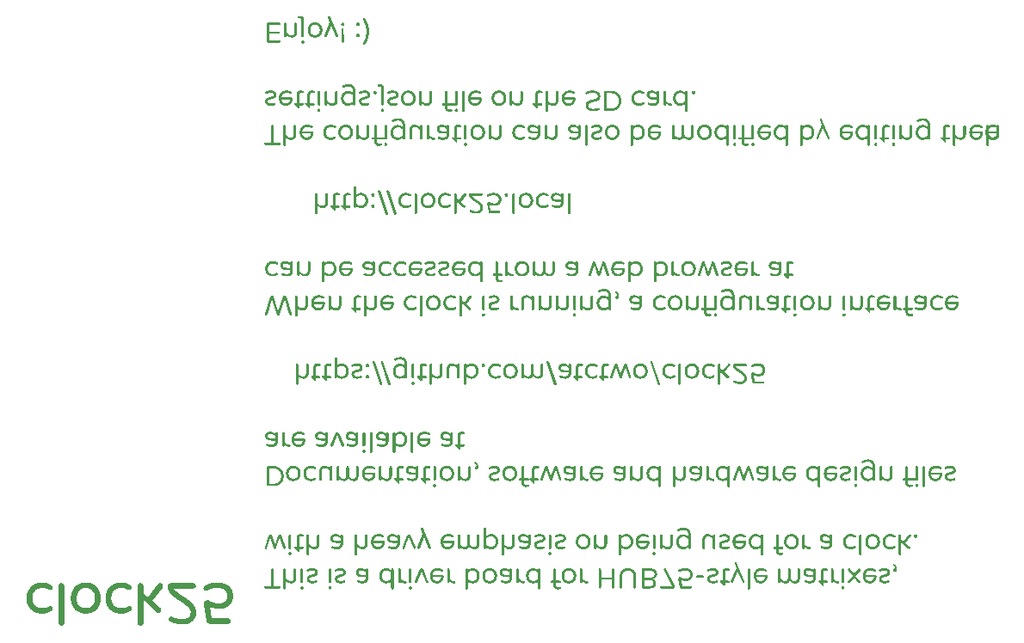
<source format=gbr>
%TF.GenerationSoftware,KiCad,Pcbnew,7.0.1*%
%TF.CreationDate,2023-04-28T22:50:49+01:00*%
%TF.ProjectId,clock25,636c6f63-6b32-4352-9e6b-696361645f70,rev?*%
%TF.SameCoordinates,Original*%
%TF.FileFunction,Legend,Bot*%
%TF.FilePolarity,Positive*%
%FSLAX46Y46*%
G04 Gerber Fmt 4.6, Leading zero omitted, Abs format (unit mm)*
G04 Created by KiCad (PCBNEW 7.0.1) date 2023-04-28 22:50:49*
%MOMM*%
%LPD*%
G01*
G04 APERTURE LIST*
%ADD10C,0.150000*%
%ADD11C,0.400000*%
G04 APERTURE END LIST*
D10*
G36*
X130395338Y-125728000D02*
G01*
X130372838Y-125729729D01*
X130351928Y-125734918D01*
X130332607Y-125743567D01*
X130314875Y-125755675D01*
X130305457Y-125764147D01*
X130291181Y-125780994D01*
X130280412Y-125799477D01*
X130273149Y-125819596D01*
X130269393Y-125841351D01*
X130268820Y-125854517D01*
X130268820Y-127463101D01*
X129694849Y-127463101D01*
X129673441Y-127464690D01*
X129653670Y-127469459D01*
X129635534Y-127477406D01*
X129619035Y-127488532D01*
X129610341Y-127496318D01*
X129597208Y-127511622D01*
X129587301Y-127528468D01*
X129580619Y-127546857D01*
X129577163Y-127566789D01*
X129576636Y-127578872D01*
X129578249Y-127599922D01*
X129583087Y-127619477D01*
X129591152Y-127637536D01*
X129602442Y-127654099D01*
X129610341Y-127662891D01*
X129625906Y-127676405D01*
X129643106Y-127686600D01*
X129661943Y-127693476D01*
X129682416Y-127697032D01*
X129694849Y-127697574D01*
X131095826Y-127697574D01*
X131117305Y-127695914D01*
X131137287Y-127690935D01*
X131155773Y-127682637D01*
X131172763Y-127671020D01*
X131181800Y-127662891D01*
X131195504Y-127647183D01*
X131205843Y-127629980D01*
X131212815Y-127611280D01*
X131216421Y-127591084D01*
X131216971Y-127578872D01*
X131215288Y-127558058D01*
X131210239Y-127538787D01*
X131201824Y-127521059D01*
X131190043Y-127504874D01*
X131181800Y-127496318D01*
X131165665Y-127483375D01*
X131148033Y-127473611D01*
X131128906Y-127467026D01*
X131108283Y-127463620D01*
X131095826Y-127463101D01*
X130524787Y-127463101D01*
X130524787Y-125854517D01*
X130523447Y-125834968D01*
X130518498Y-125813681D01*
X130509903Y-125794029D01*
X130497661Y-125776014D01*
X130486685Y-125764147D01*
X130469291Y-125750062D01*
X130450447Y-125739437D01*
X130430154Y-125732271D01*
X130408413Y-125728564D01*
X130395338Y-125728000D01*
G37*
G36*
X131576985Y-125728000D02*
G01*
X131554485Y-125729729D01*
X131533574Y-125734918D01*
X131514254Y-125743567D01*
X131496522Y-125755675D01*
X131487103Y-125764147D01*
X131472828Y-125780780D01*
X131462059Y-125799049D01*
X131454796Y-125818955D01*
X131451039Y-125840496D01*
X131450467Y-125853540D01*
X131450467Y-127662891D01*
X131451755Y-127683253D01*
X131456513Y-127705229D01*
X131464778Y-127725288D01*
X131476549Y-127743430D01*
X131487103Y-127755215D01*
X131503927Y-127769300D01*
X131522339Y-127779926D01*
X131542341Y-127787092D01*
X131563933Y-127790798D01*
X131576985Y-127791363D01*
X131596568Y-127790075D01*
X131617983Y-127785317D01*
X131637855Y-127777052D01*
X131656184Y-127765281D01*
X131668332Y-127754727D01*
X131683178Y-127737954D01*
X131694378Y-127719264D01*
X131701931Y-127698657D01*
X131705838Y-127676134D01*
X131706434Y-127662403D01*
X131706434Y-126931628D01*
X131723657Y-126950420D01*
X131741439Y-126968877D01*
X131759778Y-126986999D01*
X131778676Y-127004787D01*
X131798132Y-127022239D01*
X131818146Y-127039357D01*
X131838718Y-127056139D01*
X131859849Y-127072587D01*
X131881537Y-127088700D01*
X131903784Y-127104478D01*
X131918925Y-127114810D01*
X131942494Y-127129564D01*
X131967222Y-127142866D01*
X131993109Y-127154717D01*
X132020156Y-127165117D01*
X132038831Y-127171244D01*
X132058021Y-127176726D01*
X132077727Y-127181563D01*
X132097947Y-127185755D01*
X132118683Y-127189303D01*
X132139934Y-127192205D01*
X132161700Y-127194462D01*
X132183982Y-127196075D01*
X132206778Y-127197042D01*
X132230090Y-127197364D01*
X132249931Y-127197074D01*
X132278991Y-127195552D01*
X132307210Y-127192724D01*
X132334587Y-127188591D01*
X132361123Y-127183153D01*
X132386817Y-127176409D01*
X132411670Y-127168361D01*
X132435681Y-127159007D01*
X132458850Y-127148348D01*
X132481179Y-127136384D01*
X132502665Y-127123115D01*
X132523351Y-127108751D01*
X132543091Y-127093502D01*
X132561887Y-127077369D01*
X132579739Y-127060352D01*
X132596646Y-127042450D01*
X132612609Y-127023664D01*
X132627627Y-127003993D01*
X132641700Y-126983438D01*
X132654829Y-126961999D01*
X132667014Y-126939675D01*
X132674612Y-126924301D01*
X132685175Y-126900713D01*
X132694699Y-126876662D01*
X132703184Y-126852147D01*
X132710630Y-126827169D01*
X132717037Y-126801726D01*
X132722406Y-126775820D01*
X132726735Y-126749451D01*
X132730025Y-126722617D01*
X132732276Y-126695320D01*
X132733488Y-126667560D01*
X132733719Y-126648795D01*
X132733719Y-125854029D01*
X132731896Y-125831529D01*
X132726426Y-125810618D01*
X132717310Y-125791298D01*
X132704547Y-125773566D01*
X132695617Y-125764147D01*
X132678223Y-125750062D01*
X132659379Y-125739437D01*
X132639087Y-125732271D01*
X132617345Y-125728564D01*
X132604270Y-125728000D01*
X132584721Y-125729270D01*
X132563434Y-125733965D01*
X132543782Y-125742120D01*
X132525767Y-125753734D01*
X132513900Y-125764147D01*
X132499625Y-125780971D01*
X132488856Y-125799383D01*
X132481593Y-125819385D01*
X132477836Y-125840977D01*
X132477264Y-125854029D01*
X132477264Y-126621440D01*
X132476983Y-126641078D01*
X132475511Y-126669535D01*
X132472776Y-126696789D01*
X132468779Y-126722841D01*
X132463520Y-126747690D01*
X132456998Y-126771338D01*
X132449214Y-126793784D01*
X132440168Y-126815027D01*
X132429860Y-126835068D01*
X132418289Y-126853908D01*
X132405457Y-126871545D01*
X132391251Y-126887869D01*
X132375380Y-126902588D01*
X132357844Y-126915701D01*
X132338641Y-126927209D01*
X132317772Y-126937111D01*
X132295238Y-126945407D01*
X132271038Y-126952097D01*
X132245172Y-126957182D01*
X132217641Y-126960661D01*
X132188443Y-126962535D01*
X132168053Y-126962891D01*
X132139911Y-126962157D01*
X132112457Y-126959955D01*
X132085689Y-126956284D01*
X132059609Y-126951145D01*
X132034215Y-126944537D01*
X132009508Y-126936462D01*
X131985489Y-126926918D01*
X131962156Y-126915905D01*
X131939510Y-126903424D01*
X131917551Y-126889475D01*
X131903293Y-126879360D01*
X131882472Y-126863558D01*
X131862140Y-126847292D01*
X131842298Y-126830562D01*
X131822945Y-126813369D01*
X131804082Y-126795712D01*
X131785708Y-126777591D01*
X131767823Y-126759007D01*
X131750428Y-126739959D01*
X131733522Y-126720447D01*
X131717106Y-126700471D01*
X131706434Y-126686897D01*
X131706434Y-125853052D01*
X131704610Y-125830766D01*
X131699141Y-125810069D01*
X131690024Y-125790962D01*
X131677262Y-125773444D01*
X131668332Y-125764147D01*
X131651104Y-125750062D01*
X131632334Y-125739437D01*
X131612022Y-125732271D01*
X131590166Y-125728564D01*
X131576985Y-125728000D01*
G37*
G36*
X133275450Y-127478732D02*
G01*
X133253868Y-127480278D01*
X133233455Y-127484915D01*
X133214210Y-127492643D01*
X133196132Y-127503462D01*
X133179222Y-127517372D01*
X133173845Y-127522696D01*
X133159568Y-127539984D01*
X133148245Y-127558508D01*
X133139876Y-127578269D01*
X133134460Y-127599266D01*
X133131999Y-127621500D01*
X133131835Y-127629186D01*
X133131835Y-127640909D01*
X133133312Y-127663538D01*
X133137742Y-127684896D01*
X133145127Y-127704983D01*
X133155465Y-127723799D01*
X133168757Y-127741345D01*
X133173845Y-127746911D01*
X133190365Y-127762018D01*
X133208054Y-127773999D01*
X133226910Y-127782855D01*
X133246934Y-127788585D01*
X133268126Y-127791189D01*
X133275450Y-127791363D01*
X133292058Y-127791363D01*
X133313622Y-127789800D01*
X133333984Y-127785112D01*
X133353144Y-127777298D01*
X133371101Y-127766359D01*
X133387857Y-127752294D01*
X133393175Y-127746911D01*
X133407617Y-127729789D01*
X133419072Y-127711396D01*
X133427538Y-127691733D01*
X133433017Y-127670799D01*
X133435507Y-127648594D01*
X133435673Y-127640909D01*
X133435673Y-127629186D01*
X133434179Y-127606540D01*
X133429697Y-127585131D01*
X133422226Y-127564958D01*
X133411768Y-127546021D01*
X133398321Y-127528321D01*
X133393175Y-127522696D01*
X133376820Y-127507755D01*
X133359263Y-127495906D01*
X133340504Y-127487147D01*
X133320543Y-127481480D01*
X133299380Y-127478904D01*
X133292058Y-127478732D01*
X133275450Y-127478732D01*
G37*
G36*
X133280823Y-125728000D02*
G01*
X133258323Y-125729706D01*
X133237413Y-125734825D01*
X133218092Y-125743357D01*
X133200360Y-125755301D01*
X133190942Y-125763659D01*
X133176666Y-125780268D01*
X133165897Y-125798467D01*
X133158634Y-125818256D01*
X133154878Y-125839634D01*
X133154305Y-125852563D01*
X133154305Y-127039095D01*
X133155593Y-127059108D01*
X133160352Y-127080719D01*
X133168616Y-127100461D01*
X133180387Y-127118333D01*
X133190942Y-127129953D01*
X133207765Y-127144038D01*
X133226177Y-127154664D01*
X133246180Y-127161830D01*
X133267771Y-127165537D01*
X133280823Y-127166101D01*
X133301202Y-127164831D01*
X133323241Y-127160136D01*
X133343410Y-127151981D01*
X133361709Y-127140367D01*
X133373635Y-127129953D01*
X133387911Y-127113417D01*
X133398680Y-127095011D01*
X133405943Y-127074735D01*
X133409699Y-127052590D01*
X133410272Y-127039095D01*
X133410272Y-125852563D01*
X133408519Y-125830277D01*
X133403259Y-125809580D01*
X133394494Y-125790473D01*
X133382222Y-125772955D01*
X133373635Y-125763659D01*
X133356672Y-125749764D01*
X133337838Y-125739282D01*
X133317135Y-125732213D01*
X133294562Y-125728557D01*
X133280823Y-125728000D01*
G37*
G36*
X134313970Y-125696736D02*
G01*
X134285281Y-125697033D01*
X134257098Y-125697921D01*
X134229422Y-125699403D01*
X134202252Y-125701476D01*
X134175589Y-125704142D01*
X134149433Y-125707401D01*
X134123783Y-125711252D01*
X134098640Y-125715696D01*
X134074003Y-125720732D01*
X134049873Y-125726360D01*
X134034068Y-125730442D01*
X134010779Y-125736985D01*
X133987809Y-125743975D01*
X133965156Y-125751411D01*
X133942820Y-125759293D01*
X133920803Y-125767622D01*
X133899103Y-125776398D01*
X133877721Y-125785620D01*
X133856656Y-125795288D01*
X133835909Y-125805403D01*
X133815480Y-125815965D01*
X133802037Y-125823254D01*
X133785768Y-125836770D01*
X133772865Y-125852037D01*
X133762066Y-125872062D01*
X133756456Y-125891125D01*
X133754212Y-125911939D01*
X133754166Y-125915578D01*
X133756089Y-125936155D01*
X133761859Y-125955878D01*
X133771476Y-125974746D01*
X133783047Y-125990554D01*
X133784940Y-125992759D01*
X133799413Y-126006463D01*
X133817899Y-126018004D01*
X133838461Y-126025148D01*
X133858156Y-126027792D01*
X133864075Y-126027930D01*
X133884713Y-126026075D01*
X133903764Y-126021072D01*
X133914877Y-126016695D01*
X133934050Y-126008276D01*
X133953712Y-126000117D01*
X133973862Y-125992217D01*
X133994501Y-125984577D01*
X134015628Y-125977196D01*
X134037243Y-125970075D01*
X134059347Y-125963213D01*
X134081939Y-125956611D01*
X134105288Y-125950657D01*
X134129658Y-125945498D01*
X134155052Y-125941132D01*
X134174768Y-125938378D01*
X134195060Y-125936072D01*
X134215927Y-125934211D01*
X134237370Y-125932797D01*
X134259387Y-125931830D01*
X134281980Y-125931309D01*
X134297362Y-125931210D01*
X134317409Y-125931414D01*
X134346177Y-125932486D01*
X134373382Y-125934476D01*
X134399025Y-125937386D01*
X134423105Y-125941214D01*
X134445622Y-125945961D01*
X134466576Y-125951627D01*
X134485968Y-125958211D01*
X134509392Y-125968420D01*
X134530038Y-125980262D01*
X134534766Y-125983478D01*
X134552283Y-125997354D01*
X134567464Y-126012603D01*
X134580309Y-126029227D01*
X134590819Y-126047225D01*
X134598994Y-126066596D01*
X134604833Y-126087342D01*
X134608336Y-126109461D01*
X134609504Y-126132954D01*
X134607375Y-126155239D01*
X134600986Y-126175567D01*
X134590339Y-126193937D01*
X134575432Y-126210349D01*
X134559757Y-126222530D01*
X134548932Y-126229186D01*
X134529249Y-126239621D01*
X134507754Y-126249555D01*
X134489253Y-126257142D01*
X134469591Y-126264408D01*
X134448769Y-126271354D01*
X134426787Y-126277979D01*
X134403645Y-126284284D01*
X134391639Y-126287316D01*
X134367185Y-126293460D01*
X134342424Y-126299680D01*
X134317359Y-126305977D01*
X134298360Y-126310750D01*
X134279188Y-126315566D01*
X134259846Y-126320424D01*
X134240331Y-126325326D01*
X134220645Y-126330270D01*
X134200787Y-126335258D01*
X134187452Y-126338607D01*
X134167480Y-126343820D01*
X134147679Y-126349386D01*
X134128050Y-126355303D01*
X134108592Y-126361573D01*
X134089307Y-126368195D01*
X134070193Y-126375169D01*
X134051251Y-126382494D01*
X134032480Y-126390172D01*
X134013882Y-126398202D01*
X133995455Y-126406584D01*
X133983265Y-126412368D01*
X133965448Y-126421457D01*
X133948266Y-126431138D01*
X133926345Y-126444969D01*
X133905554Y-126459852D01*
X133885893Y-126475789D01*
X133867361Y-126492779D01*
X133849958Y-126510823D01*
X133833686Y-126529919D01*
X133825973Y-126539863D01*
X133811776Y-126560868D01*
X133799473Y-126583338D01*
X133789062Y-126607274D01*
X133782496Y-126626187D01*
X133776995Y-126645925D01*
X133772558Y-126666487D01*
X133769187Y-126687874D01*
X133766880Y-126710085D01*
X133765637Y-126733120D01*
X133765401Y-126748935D01*
X133765939Y-126772798D01*
X133767553Y-126796150D01*
X133770244Y-126818990D01*
X133774010Y-126841319D01*
X133778853Y-126863137D01*
X133784772Y-126884444D01*
X133791768Y-126905239D01*
X133799839Y-126925522D01*
X133808987Y-126945294D01*
X133819211Y-126964555D01*
X133830511Y-126983305D01*
X133842887Y-127001543D01*
X133856339Y-127019269D01*
X133870868Y-127036485D01*
X133886473Y-127053189D01*
X133903154Y-127069381D01*
X133920959Y-127084879D01*
X133939813Y-127099377D01*
X133959717Y-127112876D01*
X133980670Y-127125374D01*
X134002673Y-127136872D01*
X134025725Y-127147371D01*
X134049827Y-127156870D01*
X134074979Y-127165369D01*
X134101179Y-127172868D01*
X134128430Y-127179367D01*
X134156729Y-127184866D01*
X134186079Y-127189366D01*
X134216477Y-127192865D01*
X134247925Y-127195365D01*
X134280423Y-127196865D01*
X134313970Y-127197364D01*
X134335561Y-127197188D01*
X134356921Y-127196660D01*
X134378048Y-127195780D01*
X134398944Y-127194548D01*
X134419608Y-127192964D01*
X134440040Y-127191028D01*
X134460240Y-127188739D01*
X134480208Y-127186099D01*
X134499944Y-127183106D01*
X134519449Y-127179762D01*
X134532323Y-127177337D01*
X134557732Y-127172269D01*
X134582668Y-127166834D01*
X134607130Y-127161033D01*
X134631120Y-127154866D01*
X134654636Y-127148333D01*
X134677678Y-127141433D01*
X134700248Y-127134167D01*
X134722344Y-127126534D01*
X134740754Y-127119573D01*
X134758765Y-127108531D01*
X134773916Y-127094088D01*
X134782428Y-127082570D01*
X134792818Y-127064513D01*
X134800374Y-127044630D01*
X134803732Y-127024938D01*
X134803921Y-127019067D01*
X134801876Y-126997269D01*
X134795739Y-126976813D01*
X134785512Y-126957701D01*
X134773206Y-126942080D01*
X134771193Y-126939933D01*
X134756340Y-126926799D01*
X134737533Y-126915740D01*
X134716772Y-126908893D01*
X134697004Y-126906359D01*
X134691081Y-126906227D01*
X134671542Y-126907692D01*
X134654445Y-126912089D01*
X134633069Y-126918908D01*
X134611073Y-126925322D01*
X134588456Y-126931330D01*
X134565220Y-126936933D01*
X134541363Y-126942130D01*
X134521831Y-126945996D01*
X134506922Y-126948725D01*
X134486696Y-126952045D01*
X134466072Y-126954923D01*
X134445052Y-126957358D01*
X134423635Y-126959350D01*
X134401821Y-126960899D01*
X134379610Y-126962006D01*
X134357003Y-126962670D01*
X134333998Y-126962891D01*
X134305582Y-126962393D01*
X134278402Y-126960899D01*
X134252459Y-126958409D01*
X134227752Y-126954923D01*
X134204282Y-126950441D01*
X134182049Y-126944962D01*
X134161051Y-126938488D01*
X134141290Y-126931018D01*
X134122766Y-126922551D01*
X134105478Y-126913089D01*
X134094640Y-126906227D01*
X134074834Y-126891618D01*
X134057668Y-126876124D01*
X134043143Y-126859745D01*
X134031259Y-126842480D01*
X134022016Y-126824329D01*
X134015414Y-126805294D01*
X134011453Y-126785373D01*
X134010132Y-126764566D01*
X134011611Y-126742351D01*
X134016047Y-126721805D01*
X134023441Y-126702928D01*
X134033793Y-126685721D01*
X134047102Y-126670184D01*
X134063369Y-126656317D01*
X134070704Y-126651237D01*
X134090516Y-126639242D01*
X134112092Y-126627987D01*
X134130624Y-126619515D01*
X134150286Y-126611516D01*
X134171077Y-126603990D01*
X134192997Y-126596937D01*
X134216048Y-126590358D01*
X134227997Y-126587246D01*
X134252474Y-126581239D01*
X134277303Y-126575186D01*
X134302483Y-126569088D01*
X134321598Y-126564484D01*
X134340911Y-126559854D01*
X134360422Y-126555199D01*
X134380129Y-126550518D01*
X134400035Y-126545811D01*
X134420138Y-126541078D01*
X134433649Y-126537909D01*
X134453879Y-126532957D01*
X134473903Y-126527628D01*
X134493721Y-126521920D01*
X134513333Y-126515835D01*
X134532739Y-126509372D01*
X134551939Y-126502532D01*
X134570933Y-126495313D01*
X134589720Y-126487717D01*
X134608302Y-126479743D01*
X134626677Y-126471391D01*
X134638813Y-126465613D01*
X134656718Y-126456594D01*
X134673978Y-126446940D01*
X134690595Y-126436650D01*
X134711749Y-126421942D01*
X134731758Y-126406104D01*
X134750622Y-126389137D01*
X134768341Y-126371040D01*
X134784915Y-126351814D01*
X134796594Y-126336653D01*
X134810791Y-126315251D01*
X134820196Y-126298037D01*
X134828536Y-126279828D01*
X134835812Y-126260623D01*
X134842023Y-126240421D01*
X134847169Y-126219223D01*
X134851251Y-126197030D01*
X134854268Y-126173840D01*
X134856220Y-126149654D01*
X134857107Y-126124472D01*
X134857166Y-126115857D01*
X134856632Y-126094436D01*
X134855029Y-126073405D01*
X134852358Y-126052762D01*
X134848618Y-126032509D01*
X134843809Y-126012645D01*
X134837932Y-125993171D01*
X134830987Y-125974086D01*
X134822972Y-125955390D01*
X134813890Y-125937083D01*
X134803738Y-125919165D01*
X134792518Y-125901637D01*
X134780230Y-125884498D01*
X134766873Y-125867748D01*
X134752447Y-125851388D01*
X134736953Y-125835417D01*
X134720390Y-125819835D01*
X134702832Y-125804928D01*
X134684227Y-125790984D01*
X134664577Y-125778001D01*
X134643881Y-125765979D01*
X134622140Y-125754920D01*
X134599353Y-125744822D01*
X134575520Y-125735686D01*
X134550642Y-125727511D01*
X134524717Y-125720298D01*
X134497748Y-125714047D01*
X134469732Y-125708758D01*
X134440671Y-125704430D01*
X134410564Y-125701064D01*
X134379412Y-125698660D01*
X134347214Y-125697217D01*
X134313970Y-125696736D01*
G37*
G36*
X136040279Y-127478732D02*
G01*
X136018697Y-127480278D01*
X135998284Y-127484915D01*
X135979039Y-127492643D01*
X135960961Y-127503462D01*
X135944051Y-127517372D01*
X135938674Y-127522696D01*
X135924397Y-127539984D01*
X135913074Y-127558508D01*
X135904705Y-127578269D01*
X135899289Y-127599266D01*
X135896828Y-127621500D01*
X135896664Y-127629186D01*
X135896664Y-127640909D01*
X135898141Y-127663538D01*
X135902571Y-127684896D01*
X135909956Y-127704983D01*
X135920294Y-127723799D01*
X135933586Y-127741345D01*
X135938674Y-127746911D01*
X135955194Y-127762018D01*
X135972883Y-127773999D01*
X135991739Y-127782855D01*
X136011763Y-127788585D01*
X136032955Y-127791189D01*
X136040279Y-127791363D01*
X136056887Y-127791363D01*
X136078451Y-127789800D01*
X136098813Y-127785112D01*
X136117973Y-127777298D01*
X136135930Y-127766359D01*
X136152686Y-127752294D01*
X136158004Y-127746911D01*
X136172446Y-127729789D01*
X136183901Y-127711396D01*
X136192368Y-127691733D01*
X136197846Y-127670799D01*
X136200336Y-127648594D01*
X136200502Y-127640909D01*
X136200502Y-127629186D01*
X136199008Y-127606540D01*
X136194526Y-127585131D01*
X136187055Y-127564958D01*
X136176597Y-127546021D01*
X136163150Y-127528321D01*
X136158004Y-127522696D01*
X136141649Y-127507755D01*
X136124092Y-127495906D01*
X136105333Y-127487147D01*
X136085372Y-127481480D01*
X136064209Y-127478904D01*
X136056887Y-127478732D01*
X136040279Y-127478732D01*
G37*
G36*
X136045652Y-125728000D02*
G01*
X136023152Y-125729706D01*
X136002242Y-125734825D01*
X135982921Y-125743357D01*
X135965189Y-125755301D01*
X135955771Y-125763659D01*
X135941495Y-125780268D01*
X135930726Y-125798467D01*
X135923463Y-125818256D01*
X135919707Y-125839634D01*
X135919134Y-125852563D01*
X135919134Y-127039095D01*
X135920422Y-127059108D01*
X135925181Y-127080719D01*
X135933445Y-127100461D01*
X135945216Y-127118333D01*
X135955771Y-127129953D01*
X135972594Y-127144038D01*
X135991006Y-127154664D01*
X136011009Y-127161830D01*
X136032600Y-127165537D01*
X136045652Y-127166101D01*
X136066031Y-127164831D01*
X136088070Y-127160136D01*
X136108239Y-127151981D01*
X136126538Y-127140367D01*
X136138464Y-127129953D01*
X136152740Y-127113417D01*
X136163509Y-127095011D01*
X136170772Y-127074735D01*
X136174528Y-127052590D01*
X136175101Y-127039095D01*
X136175101Y-125852563D01*
X136173348Y-125830277D01*
X136168088Y-125809580D01*
X136159323Y-125790473D01*
X136147051Y-125772955D01*
X136138464Y-125763659D01*
X136121501Y-125749764D01*
X136102667Y-125739282D01*
X136081964Y-125732213D01*
X136059391Y-125728557D01*
X136045652Y-125728000D01*
G37*
G36*
X137078799Y-125696736D02*
G01*
X137050110Y-125697033D01*
X137021927Y-125697921D01*
X136994251Y-125699403D01*
X136967081Y-125701476D01*
X136940418Y-125704142D01*
X136914262Y-125707401D01*
X136888612Y-125711252D01*
X136863469Y-125715696D01*
X136838832Y-125720732D01*
X136814702Y-125726360D01*
X136798897Y-125730442D01*
X136775608Y-125736985D01*
X136752638Y-125743975D01*
X136729985Y-125751411D01*
X136707649Y-125759293D01*
X136685632Y-125767622D01*
X136663932Y-125776398D01*
X136642550Y-125785620D01*
X136621485Y-125795288D01*
X136600738Y-125805403D01*
X136580309Y-125815965D01*
X136566866Y-125823254D01*
X136550597Y-125836770D01*
X136537694Y-125852037D01*
X136526895Y-125872062D01*
X136521285Y-125891125D01*
X136519041Y-125911939D01*
X136518995Y-125915578D01*
X136520918Y-125936155D01*
X136526688Y-125955878D01*
X136536305Y-125974746D01*
X136547876Y-125990554D01*
X136549769Y-125992759D01*
X136564242Y-126006463D01*
X136582728Y-126018004D01*
X136603290Y-126025148D01*
X136622985Y-126027792D01*
X136628904Y-126027930D01*
X136649542Y-126026075D01*
X136668593Y-126021072D01*
X136679706Y-126016695D01*
X136698879Y-126008276D01*
X136718541Y-126000117D01*
X136738691Y-125992217D01*
X136759330Y-125984577D01*
X136780457Y-125977196D01*
X136802072Y-125970075D01*
X136824176Y-125963213D01*
X136846769Y-125956611D01*
X136870117Y-125950657D01*
X136894487Y-125945498D01*
X136919881Y-125941132D01*
X136939597Y-125938378D01*
X136959889Y-125936072D01*
X136980756Y-125934211D01*
X137002199Y-125932797D01*
X137024216Y-125931830D01*
X137046809Y-125931309D01*
X137062191Y-125931210D01*
X137082238Y-125931414D01*
X137111006Y-125932486D01*
X137138211Y-125934476D01*
X137163854Y-125937386D01*
X137187934Y-125941214D01*
X137210451Y-125945961D01*
X137231405Y-125951627D01*
X137250797Y-125958211D01*
X137274221Y-125968420D01*
X137294867Y-125980262D01*
X137299595Y-125983478D01*
X137317112Y-125997354D01*
X137332293Y-126012603D01*
X137345138Y-126029227D01*
X137355648Y-126047225D01*
X137363823Y-126066596D01*
X137369662Y-126087342D01*
X137373165Y-126109461D01*
X137374333Y-126132954D01*
X137372204Y-126155239D01*
X137365815Y-126175567D01*
X137355168Y-126193937D01*
X137340261Y-126210349D01*
X137324586Y-126222530D01*
X137313761Y-126229186D01*
X137294078Y-126239621D01*
X137272583Y-126249555D01*
X137254082Y-126257142D01*
X137234420Y-126264408D01*
X137213598Y-126271354D01*
X137191617Y-126277979D01*
X137168475Y-126284284D01*
X137156468Y-126287316D01*
X137132014Y-126293460D01*
X137107254Y-126299680D01*
X137082188Y-126305977D01*
X137063189Y-126310750D01*
X137044018Y-126315566D01*
X137024675Y-126320424D01*
X137005160Y-126325326D01*
X136985474Y-126330270D01*
X136965616Y-126335258D01*
X136952281Y-126338607D01*
X136932309Y-126343820D01*
X136912508Y-126349386D01*
X136892879Y-126355303D01*
X136873422Y-126361573D01*
X136854136Y-126368195D01*
X136835022Y-126375169D01*
X136816080Y-126382494D01*
X136797309Y-126390172D01*
X136778711Y-126398202D01*
X136760284Y-126406584D01*
X136748094Y-126412368D01*
X136730277Y-126421457D01*
X136713095Y-126431138D01*
X136691174Y-126444969D01*
X136670383Y-126459852D01*
X136650722Y-126475789D01*
X136632190Y-126492779D01*
X136614787Y-126510823D01*
X136598515Y-126529919D01*
X136590802Y-126539863D01*
X136576605Y-126560868D01*
X136564302Y-126583338D01*
X136553891Y-126607274D01*
X136547325Y-126626187D01*
X136541824Y-126645925D01*
X136537387Y-126666487D01*
X136534016Y-126687874D01*
X136531709Y-126710085D01*
X136530466Y-126733120D01*
X136530230Y-126748935D01*
X136530768Y-126772798D01*
X136532382Y-126796150D01*
X136535073Y-126818990D01*
X136538839Y-126841319D01*
X136543682Y-126863137D01*
X136549601Y-126884444D01*
X136556597Y-126905239D01*
X136564668Y-126925522D01*
X136573816Y-126945294D01*
X136584040Y-126964555D01*
X136595340Y-126983305D01*
X136607716Y-127001543D01*
X136621168Y-127019269D01*
X136635697Y-127036485D01*
X136651302Y-127053189D01*
X136667983Y-127069381D01*
X136685788Y-127084879D01*
X136704642Y-127099377D01*
X136724546Y-127112876D01*
X136745499Y-127125374D01*
X136767502Y-127136872D01*
X136790554Y-127147371D01*
X136814656Y-127156870D01*
X136839808Y-127165369D01*
X136866008Y-127172868D01*
X136893259Y-127179367D01*
X136921558Y-127184866D01*
X136950908Y-127189366D01*
X136981306Y-127192865D01*
X137012754Y-127195365D01*
X137045252Y-127196865D01*
X137078799Y-127197364D01*
X137100390Y-127197188D01*
X137121750Y-127196660D01*
X137142877Y-127195780D01*
X137163773Y-127194548D01*
X137184437Y-127192964D01*
X137204869Y-127191028D01*
X137225069Y-127188739D01*
X137245037Y-127186099D01*
X137264773Y-127183106D01*
X137284278Y-127179762D01*
X137297152Y-127177337D01*
X137322561Y-127172269D01*
X137347497Y-127166834D01*
X137371959Y-127161033D01*
X137395949Y-127154866D01*
X137419465Y-127148333D01*
X137442507Y-127141433D01*
X137465077Y-127134167D01*
X137487173Y-127126534D01*
X137505583Y-127119573D01*
X137523594Y-127108531D01*
X137538745Y-127094088D01*
X137547257Y-127082570D01*
X137557647Y-127064513D01*
X137565203Y-127044630D01*
X137568561Y-127024938D01*
X137568750Y-127019067D01*
X137566705Y-126997269D01*
X137560568Y-126976813D01*
X137550341Y-126957701D01*
X137538035Y-126942080D01*
X137536022Y-126939933D01*
X137521169Y-126926799D01*
X137502362Y-126915740D01*
X137481601Y-126908893D01*
X137461833Y-126906359D01*
X137455910Y-126906227D01*
X137436371Y-126907692D01*
X137419274Y-126912089D01*
X137397898Y-126918908D01*
X137375902Y-126925322D01*
X137353285Y-126931330D01*
X137330049Y-126936933D01*
X137306192Y-126942130D01*
X137286660Y-126945996D01*
X137271751Y-126948725D01*
X137251525Y-126952045D01*
X137230901Y-126954923D01*
X137209881Y-126957358D01*
X137188464Y-126959350D01*
X137166650Y-126960899D01*
X137144439Y-126962006D01*
X137121832Y-126962670D01*
X137098827Y-126962891D01*
X137070411Y-126962393D01*
X137043231Y-126960899D01*
X137017288Y-126958409D01*
X136992581Y-126954923D01*
X136969111Y-126950441D01*
X136946878Y-126944962D01*
X136925880Y-126938488D01*
X136906120Y-126931018D01*
X136887595Y-126922551D01*
X136870307Y-126913089D01*
X136859469Y-126906227D01*
X136839663Y-126891618D01*
X136822497Y-126876124D01*
X136807972Y-126859745D01*
X136796088Y-126842480D01*
X136786845Y-126824329D01*
X136780243Y-126805294D01*
X136776282Y-126785373D01*
X136774961Y-126764566D01*
X136776440Y-126742351D01*
X136780876Y-126721805D01*
X136788270Y-126702928D01*
X136798622Y-126685721D01*
X136811931Y-126670184D01*
X136828198Y-126656317D01*
X136835533Y-126651237D01*
X136855345Y-126639242D01*
X136876921Y-126627987D01*
X136895453Y-126619515D01*
X136915115Y-126611516D01*
X136935906Y-126603990D01*
X136957827Y-126596937D01*
X136980877Y-126590358D01*
X136992826Y-126587246D01*
X137017303Y-126581239D01*
X137042132Y-126575186D01*
X137067312Y-126569088D01*
X137086428Y-126564484D01*
X137105740Y-126559854D01*
X137125251Y-126555199D01*
X137144959Y-126550518D01*
X137164864Y-126545811D01*
X137184967Y-126541078D01*
X137198478Y-126537909D01*
X137218708Y-126532957D01*
X137238732Y-126527628D01*
X137258551Y-126521920D01*
X137278162Y-126515835D01*
X137297568Y-126509372D01*
X137316768Y-126502532D01*
X137335762Y-126495313D01*
X137354549Y-126487717D01*
X137373131Y-126479743D01*
X137391506Y-126471391D01*
X137403642Y-126465613D01*
X137421547Y-126456594D01*
X137438807Y-126446940D01*
X137455424Y-126436650D01*
X137476578Y-126421942D01*
X137496587Y-126406104D01*
X137515451Y-126389137D01*
X137533170Y-126371040D01*
X137549744Y-126351814D01*
X137561423Y-126336653D01*
X137575620Y-126315251D01*
X137585025Y-126298037D01*
X137593365Y-126279828D01*
X137600641Y-126260623D01*
X137606852Y-126240421D01*
X137611999Y-126219223D01*
X137616080Y-126197030D01*
X137619097Y-126173840D01*
X137621049Y-126149654D01*
X137621936Y-126124472D01*
X137621995Y-126115857D01*
X137621461Y-126094436D01*
X137619858Y-126073405D01*
X137617187Y-126052762D01*
X137613447Y-126032509D01*
X137608638Y-126012645D01*
X137602761Y-125993171D01*
X137595816Y-125974086D01*
X137587801Y-125955390D01*
X137578719Y-125937083D01*
X137568567Y-125919165D01*
X137557347Y-125901637D01*
X137545059Y-125884498D01*
X137531702Y-125867748D01*
X137517276Y-125851388D01*
X137501782Y-125835417D01*
X137485219Y-125819835D01*
X137467661Y-125804928D01*
X137449056Y-125790984D01*
X137429406Y-125778001D01*
X137408710Y-125765979D01*
X137386969Y-125754920D01*
X137364182Y-125744822D01*
X137340349Y-125735686D01*
X137315471Y-125727511D01*
X137289546Y-125720298D01*
X137262577Y-125714047D01*
X137234561Y-125708758D01*
X137205500Y-125704430D01*
X137175393Y-125701064D01*
X137144241Y-125698660D01*
X137112043Y-125697217D01*
X137078799Y-125696736D01*
G37*
G36*
X139062254Y-125696805D02*
G01*
X139086656Y-125697350D01*
X139110485Y-125698442D01*
X139133741Y-125700079D01*
X139156425Y-125702262D01*
X139178537Y-125704991D01*
X139200076Y-125708265D01*
X139221043Y-125712085D01*
X139241437Y-125716451D01*
X139261259Y-125721362D01*
X139280508Y-125726820D01*
X139299185Y-125732823D01*
X139326127Y-125742851D01*
X139351781Y-125754106D01*
X139376147Y-125766590D01*
X139391766Y-125775426D01*
X139414456Y-125788846D01*
X139436262Y-125802463D01*
X139457183Y-125816278D01*
X139477220Y-125830290D01*
X139496373Y-125844499D01*
X139514641Y-125858906D01*
X139532024Y-125873511D01*
X139548524Y-125888312D01*
X139564139Y-125903312D01*
X139578869Y-125918509D01*
X139578869Y-125848655D01*
X139579434Y-125836199D01*
X139583140Y-125815576D01*
X139590306Y-125796449D01*
X139600932Y-125778817D01*
X139615017Y-125762682D01*
X139626883Y-125752690D01*
X139644899Y-125741547D01*
X139664550Y-125733723D01*
X139685838Y-125729219D01*
X139705387Y-125728000D01*
X139718461Y-125728564D01*
X139740203Y-125732271D01*
X139760496Y-125739437D01*
X139779339Y-125750062D01*
X139796734Y-125764147D01*
X139805664Y-125773566D01*
X139818426Y-125791298D01*
X139827543Y-125810618D01*
X139833012Y-125831529D01*
X139834836Y-125854029D01*
X139834836Y-126645864D01*
X139834593Y-126662978D01*
X139833321Y-126688485D01*
X139830958Y-126713794D01*
X139827505Y-126738906D01*
X139822961Y-126763820D01*
X139817327Y-126788537D01*
X139810602Y-126813056D01*
X139802787Y-126837378D01*
X139793881Y-126861502D01*
X139783885Y-126885429D01*
X139772798Y-126909158D01*
X139764780Y-126924736D01*
X139751765Y-126947445D01*
X139737566Y-126969364D01*
X139722181Y-126990493D01*
X139705612Y-127010832D01*
X139687858Y-127030381D01*
X139668918Y-127049140D01*
X139648794Y-127067109D01*
X139627485Y-127084288D01*
X139604991Y-127100677D01*
X139581311Y-127116276D01*
X139573177Y-127121265D01*
X139547873Y-127135281D01*
X139530255Y-127143833D01*
X139512038Y-127151752D01*
X139493222Y-127159037D01*
X139473806Y-127165689D01*
X139453792Y-127171708D01*
X139433178Y-127177092D01*
X139411965Y-127181844D01*
X139390153Y-127185961D01*
X139367742Y-127189446D01*
X139344732Y-127192296D01*
X139321122Y-127194514D01*
X139296914Y-127196097D01*
X139272106Y-127197048D01*
X139246699Y-127197364D01*
X139228190Y-127197250D01*
X139200855Y-127196649D01*
X139174036Y-127195533D01*
X139147733Y-127193901D01*
X139121944Y-127191755D01*
X139096671Y-127189093D01*
X139071912Y-127185916D01*
X139047669Y-127182223D01*
X139023942Y-127178016D01*
X139000729Y-127173293D01*
X138978032Y-127168055D01*
X138963156Y-127164344D01*
X138941157Y-127158598D01*
X138919535Y-127152637D01*
X138898292Y-127146462D01*
X138877426Y-127140072D01*
X138856939Y-127133468D01*
X138836829Y-127126649D01*
X138817097Y-127119615D01*
X138797742Y-127112366D01*
X138778766Y-127104903D01*
X138760167Y-127097225D01*
X138751294Y-127093204D01*
X138731616Y-127081634D01*
X138715516Y-127067893D01*
X138702994Y-127051981D01*
X138694050Y-127033899D01*
X138688683Y-127013647D01*
X138686894Y-126991224D01*
X138688818Y-126969852D01*
X138694588Y-126950191D01*
X138704205Y-126932239D01*
X138717669Y-126915997D01*
X138733972Y-126902747D01*
X138751618Y-126893282D01*
X138770608Y-126887603D01*
X138790942Y-126885711D01*
X138808337Y-126887365D01*
X138827578Y-126891572D01*
X138847392Y-126898213D01*
X138867512Y-126904700D01*
X138887937Y-126911036D01*
X138908667Y-126917218D01*
X138929702Y-126923248D01*
X138951043Y-126929125D01*
X138972689Y-126934849D01*
X138994640Y-126940421D01*
X139000225Y-126941803D01*
X139023138Y-126946894D01*
X139046967Y-126951283D01*
X139071712Y-126954970D01*
X139097373Y-126957954D01*
X139117219Y-126959731D01*
X139137581Y-126961114D01*
X139158458Y-126962101D01*
X139179851Y-126962694D01*
X139201758Y-126962891D01*
X139213630Y-126962809D01*
X139236794Y-126962149D01*
X139259189Y-126960828D01*
X139280812Y-126958847D01*
X139301664Y-126956207D01*
X139321745Y-126952906D01*
X139350422Y-126946716D01*
X139377364Y-126939041D01*
X139402571Y-126929880D01*
X139426045Y-126919234D01*
X139447783Y-126907103D01*
X139467787Y-126893486D01*
X139486057Y-126878383D01*
X139502643Y-126861621D01*
X139517598Y-126842840D01*
X139530922Y-126822042D01*
X139542614Y-126799226D01*
X139552675Y-126774392D01*
X139561104Y-126747540D01*
X139565817Y-126728517D01*
X139569805Y-126708598D01*
X139573068Y-126687782D01*
X139575606Y-126666069D01*
X139577419Y-126643460D01*
X139578506Y-126619953D01*
X139578869Y-126595550D01*
X139578869Y-126572103D01*
X139238394Y-126572103D01*
X139217983Y-126571978D01*
X139197904Y-126571603D01*
X139158741Y-126570103D01*
X139120906Y-126567603D01*
X139084399Y-126564104D01*
X139049221Y-126559604D01*
X139015370Y-126554105D01*
X138982848Y-126547606D01*
X138951653Y-126540107D01*
X138921787Y-126531608D01*
X138893249Y-126522109D01*
X138866039Y-126511611D01*
X138840157Y-126500112D01*
X138815602Y-126487614D01*
X138792377Y-126474116D01*
X138770479Y-126459617D01*
X138749909Y-126444120D01*
X138730684Y-126427904D01*
X138712700Y-126411131D01*
X138695956Y-126393802D01*
X138680452Y-126375915D01*
X138666189Y-126357471D01*
X138653166Y-126338469D01*
X138641383Y-126318911D01*
X138630840Y-126298795D01*
X138621538Y-126278122D01*
X138613476Y-126256892D01*
X138606655Y-126235105D01*
X138601073Y-126212760D01*
X138596732Y-126189859D01*
X138593632Y-126166400D01*
X138591873Y-126143701D01*
X138847117Y-126143701D01*
X138847229Y-126150750D01*
X138848896Y-126171125D01*
X138852564Y-126190340D01*
X138860567Y-126214158D01*
X138872126Y-126235914D01*
X138887242Y-126255610D01*
X138905916Y-126273245D01*
X138922255Y-126285119D01*
X138940594Y-126295834D01*
X138960935Y-126305390D01*
X138968159Y-126308335D01*
X138990801Y-126316609D01*
X139014894Y-126324043D01*
X139040438Y-126330634D01*
X139067433Y-126336385D01*
X139095879Y-126341293D01*
X139115649Y-126344098D01*
X139136064Y-126346529D01*
X139157125Y-126348586D01*
X139178830Y-126350269D01*
X139201180Y-126351578D01*
X139224175Y-126352513D01*
X139247815Y-126353074D01*
X139272100Y-126353261D01*
X139578869Y-126353261D01*
X139578869Y-126130023D01*
X139569899Y-126120498D01*
X139555778Y-126106439D01*
X139540859Y-126092654D01*
X139525141Y-126079144D01*
X139508624Y-126065909D01*
X139491309Y-126052949D01*
X139473196Y-126040264D01*
X139454284Y-126027853D01*
X139434573Y-126015718D01*
X139414064Y-126003857D01*
X139392756Y-125992270D01*
X139378281Y-125984876D01*
X139356325Y-125974680D01*
X139334077Y-125965556D01*
X139311537Y-125957506D01*
X139288705Y-125950530D01*
X139265581Y-125944626D01*
X139242165Y-125939796D01*
X139218457Y-125936040D01*
X139194457Y-125933356D01*
X139170166Y-125931746D01*
X139145582Y-125931210D01*
X139134941Y-125931272D01*
X139114295Y-125931768D01*
X139084915Y-125933442D01*
X139057440Y-125936233D01*
X139031872Y-125940140D01*
X139008210Y-125945163D01*
X138986454Y-125951302D01*
X138966605Y-125958558D01*
X138948661Y-125966930D01*
X138927702Y-125979829D01*
X138910132Y-125994713D01*
X138895363Y-126011039D01*
X138882563Y-126028021D01*
X138871733Y-126045660D01*
X138862871Y-126063956D01*
X138855979Y-126082907D01*
X138851056Y-126102515D01*
X138848102Y-126122780D01*
X138847117Y-126143701D01*
X138591873Y-126143701D01*
X138591771Y-126142384D01*
X138591151Y-126117811D01*
X138591397Y-126101472D01*
X138592689Y-126077513D01*
X138595089Y-126054216D01*
X138598597Y-126031580D01*
X138603212Y-126009606D01*
X138608935Y-125988292D01*
X138615766Y-125967640D01*
X138623704Y-125947649D01*
X138632750Y-125928319D01*
X138642904Y-125909650D01*
X138654166Y-125891642D01*
X138662268Y-125880086D01*
X138675036Y-125863383D01*
X138688543Y-125847434D01*
X138702788Y-125832242D01*
X138717772Y-125817805D01*
X138733494Y-125804123D01*
X138749955Y-125791197D01*
X138767154Y-125779027D01*
X138785091Y-125767613D01*
X138803767Y-125756954D01*
X138823182Y-125747050D01*
X138836432Y-125740958D01*
X138856536Y-125732556D01*
X138876915Y-125725038D01*
X138897569Y-125718405D01*
X138918497Y-125712656D01*
X138939701Y-125707792D01*
X138961179Y-125703812D01*
X138982932Y-125700716D01*
X139004959Y-125698505D01*
X139027262Y-125697179D01*
X139049839Y-125696736D01*
X139062254Y-125696805D01*
G37*
G36*
X141595826Y-125696950D02*
G01*
X141623212Y-125698072D01*
X141650048Y-125700156D01*
X141676335Y-125703201D01*
X141702072Y-125707208D01*
X141727260Y-125712177D01*
X141751898Y-125718108D01*
X141775986Y-125725000D01*
X141799525Y-125732854D01*
X141822514Y-125741669D01*
X141844954Y-125751447D01*
X141859641Y-125758518D01*
X141881335Y-125769770D01*
X141902626Y-125781794D01*
X141923513Y-125794591D01*
X141943997Y-125808161D01*
X141964076Y-125822503D01*
X141983753Y-125837619D01*
X142003026Y-125853507D01*
X142021895Y-125870168D01*
X142040360Y-125887602D01*
X142058422Y-125905808D01*
X142058422Y-125840840D01*
X142058757Y-125831997D01*
X142062143Y-125812399D01*
X142070478Y-125791776D01*
X142081678Y-125775283D01*
X142096524Y-125760240D01*
X142106286Y-125752683D01*
X142124509Y-125741884D01*
X142144180Y-125734170D01*
X142165301Y-125729542D01*
X142187871Y-125728000D01*
X142201037Y-125728564D01*
X142222793Y-125732271D01*
X142242912Y-125739437D01*
X142261394Y-125750062D01*
X142278241Y-125764147D01*
X142286828Y-125773452D01*
X142299099Y-125791019D01*
X142307865Y-125810223D01*
X142313124Y-125831064D01*
X142314877Y-125853540D01*
X142314877Y-127662891D01*
X142314305Y-127676622D01*
X142310548Y-127699146D01*
X142303285Y-127719752D01*
X142292516Y-127738442D01*
X142278241Y-127755215D01*
X142266375Y-127765629D01*
X142248359Y-127777243D01*
X142228708Y-127785397D01*
X142207420Y-127790092D01*
X142187871Y-127791363D01*
X142174796Y-127790798D01*
X142153055Y-127787092D01*
X142132762Y-127779926D01*
X142113918Y-127769300D01*
X142096524Y-127755215D01*
X142085548Y-127743595D01*
X142073306Y-127725723D01*
X142064711Y-127705981D01*
X142059762Y-127684369D01*
X142058422Y-127664357D01*
X142058422Y-126987316D01*
X142046426Y-126999598D01*
X142028095Y-127017371D01*
X142009360Y-127034363D01*
X141990222Y-127050573D01*
X141970680Y-127066002D01*
X141950735Y-127080649D01*
X141930386Y-127094515D01*
X141909633Y-127107600D01*
X141888477Y-127119903D01*
X141866917Y-127131425D01*
X141844954Y-127142166D01*
X141830055Y-127148850D01*
X141807249Y-127158068D01*
X141783893Y-127166315D01*
X141759988Y-127173592D01*
X141735533Y-127179899D01*
X141710529Y-127185236D01*
X141684975Y-127189602D01*
X141658872Y-127192998D01*
X141632219Y-127195424D01*
X141605016Y-127196879D01*
X141577264Y-127197364D01*
X141556246Y-127197021D01*
X141535323Y-127195991D01*
X141514495Y-127194273D01*
X141493763Y-127191869D01*
X141473127Y-127188778D01*
X141452586Y-127185000D01*
X141432140Y-127180535D01*
X141411789Y-127175383D01*
X141391534Y-127169544D01*
X141371375Y-127163018D01*
X141351311Y-127155805D01*
X141331342Y-127147905D01*
X141311469Y-127139319D01*
X141291691Y-127130045D01*
X141272008Y-127120085D01*
X141252421Y-127109437D01*
X141233101Y-127098196D01*
X141214220Y-127086333D01*
X141195778Y-127073848D01*
X141177774Y-127060741D01*
X141160210Y-127047012D01*
X141143084Y-127032661D01*
X141126397Y-127017688D01*
X141110150Y-127002092D01*
X141094341Y-126985875D01*
X141078970Y-126969036D01*
X141064039Y-126951574D01*
X141049547Y-126933491D01*
X141035493Y-126914785D01*
X141021879Y-126895457D01*
X141008703Y-126875508D01*
X140995966Y-126854936D01*
X140983899Y-126833765D01*
X140972610Y-126812018D01*
X140962100Y-126789695D01*
X140952369Y-126766795D01*
X140943416Y-126743319D01*
X140935241Y-126719267D01*
X140927845Y-126694638D01*
X140921228Y-126669434D01*
X140915389Y-126643653D01*
X140910328Y-126617295D01*
X140906046Y-126590362D01*
X140902543Y-126562852D01*
X140899818Y-126534766D01*
X140897872Y-126506104D01*
X140896704Y-126476865D01*
X140896315Y-126447050D01*
X141152770Y-126447050D01*
X141153279Y-126478438D01*
X141154808Y-126508852D01*
X141157355Y-126538292D01*
X141160922Y-126566760D01*
X141165507Y-126594254D01*
X141171111Y-126620776D01*
X141177734Y-126646324D01*
X141185376Y-126670899D01*
X141194037Y-126694501D01*
X141203717Y-126717130D01*
X141214416Y-126738785D01*
X141226134Y-126759468D01*
X141238871Y-126779177D01*
X141252627Y-126797913D01*
X141267402Y-126815676D01*
X141283196Y-126832466D01*
X141299829Y-126848259D01*
X141317000Y-126863034D01*
X141334710Y-126876790D01*
X141352957Y-126889527D01*
X141371743Y-126901245D01*
X141391067Y-126911944D01*
X141410929Y-126921624D01*
X141431329Y-126930285D01*
X141452267Y-126937927D01*
X141473743Y-126944550D01*
X141495757Y-126950154D01*
X141518310Y-126954740D01*
X141541400Y-126958306D01*
X141565029Y-126960853D01*
X141589196Y-126962382D01*
X141613900Y-126962891D01*
X141631079Y-126962638D01*
X141656469Y-126961305D01*
X141681403Y-126958831D01*
X141705882Y-126955214D01*
X141729906Y-126950456D01*
X141753475Y-126944555D01*
X141776589Y-126937513D01*
X141799248Y-126929328D01*
X141821451Y-126920002D01*
X141843200Y-126909533D01*
X141864494Y-126897923D01*
X141878417Y-126889737D01*
X141898852Y-126876986D01*
X141918746Y-126863668D01*
X141938099Y-126849783D01*
X141956911Y-126835332D01*
X141975182Y-126820314D01*
X141992912Y-126804729D01*
X142010101Y-126788577D01*
X142026749Y-126771859D01*
X142042856Y-126754574D01*
X142058422Y-126736722D01*
X142058422Y-126143212D01*
X142048105Y-126132031D01*
X142032178Y-126115687D01*
X142015710Y-126099859D01*
X141998702Y-126084546D01*
X141981152Y-126069749D01*
X141963061Y-126055466D01*
X141944430Y-126041699D01*
X141925257Y-126028447D01*
X141905544Y-126015710D01*
X141885289Y-126003488D01*
X141864494Y-125991782D01*
X141850348Y-125984447D01*
X141828752Y-125974332D01*
X141806700Y-125965281D01*
X141784193Y-125957296D01*
X141761230Y-125950375D01*
X141737813Y-125944519D01*
X141713941Y-125939728D01*
X141689613Y-125936001D01*
X141664831Y-125933339D01*
X141639593Y-125931742D01*
X141613900Y-125931210D01*
X141589196Y-125931725D01*
X141565029Y-125933270D01*
X141541400Y-125935846D01*
X141518310Y-125939453D01*
X141495757Y-125944090D01*
X141473743Y-125949757D01*
X141452267Y-125956454D01*
X141431329Y-125964182D01*
X141410929Y-125972941D01*
X141391067Y-125982730D01*
X141371743Y-125993549D01*
X141352957Y-126005398D01*
X141334710Y-126018278D01*
X141317000Y-126032189D01*
X141299829Y-126047129D01*
X141283196Y-126063101D01*
X141267402Y-126080056D01*
X141252627Y-126097951D01*
X141238871Y-126116785D01*
X141226134Y-126136557D01*
X141214416Y-126157268D01*
X141203717Y-126178918D01*
X141194037Y-126201506D01*
X141185376Y-126225034D01*
X141177734Y-126249500D01*
X141171111Y-126274905D01*
X141165507Y-126301249D01*
X141160922Y-126328532D01*
X141157355Y-126356753D01*
X141154808Y-126385913D01*
X141153279Y-126416013D01*
X141152770Y-126447050D01*
X140896315Y-126447050D01*
X140896704Y-126417236D01*
X140897872Y-126387997D01*
X140899818Y-126359335D01*
X140902543Y-126331249D01*
X140906046Y-126303739D01*
X140910328Y-126276806D01*
X140915389Y-126250448D01*
X140921228Y-126224667D01*
X140927845Y-126199463D01*
X140935241Y-126174834D01*
X140943416Y-126150782D01*
X140952369Y-126127306D01*
X140962100Y-126104406D01*
X140972610Y-126082083D01*
X140983899Y-126060336D01*
X140995966Y-126039165D01*
X141008703Y-126018591D01*
X141021879Y-125998636D01*
X141035493Y-125979299D01*
X141049547Y-125960580D01*
X141064039Y-125942479D01*
X141078970Y-125924997D01*
X141094341Y-125908132D01*
X141110150Y-125891886D01*
X141126397Y-125876259D01*
X141143084Y-125861249D01*
X141160210Y-125846858D01*
X141177774Y-125833085D01*
X141195778Y-125819930D01*
X141214220Y-125807394D01*
X141233101Y-125795475D01*
X141252421Y-125784175D01*
X141272008Y-125773587D01*
X141291691Y-125763682D01*
X141311469Y-125754460D01*
X141331342Y-125745921D01*
X141351311Y-125738065D01*
X141371375Y-125730892D01*
X141391534Y-125724403D01*
X141411789Y-125718596D01*
X141432140Y-125713473D01*
X141452586Y-125709033D01*
X141473127Y-125705275D01*
X141493763Y-125702201D01*
X141514495Y-125699810D01*
X141535323Y-125698103D01*
X141556246Y-125697078D01*
X141577264Y-125696736D01*
X141595826Y-125696950D01*
G37*
G36*
X142876636Y-125728000D02*
G01*
X142854136Y-125729706D01*
X142833226Y-125734825D01*
X142813905Y-125743357D01*
X142796173Y-125755301D01*
X142786755Y-125763659D01*
X142772479Y-125780268D01*
X142761710Y-125798467D01*
X142754447Y-125818256D01*
X142750691Y-125839634D01*
X142750118Y-125852563D01*
X142750118Y-127039095D01*
X142751871Y-127061238D01*
X142757131Y-127081931D01*
X142765896Y-127101175D01*
X142778168Y-127118970D01*
X142786755Y-127128488D01*
X142803578Y-127143144D01*
X142821990Y-127154200D01*
X142841993Y-127161657D01*
X142863584Y-127165514D01*
X142876636Y-127166101D01*
X142896219Y-127164916D01*
X142917634Y-127160539D01*
X142937506Y-127152935D01*
X142955835Y-127142106D01*
X142967983Y-127132396D01*
X142982829Y-127117186D01*
X142994029Y-127100619D01*
X143002364Y-127080027D01*
X143005750Y-127060556D01*
X143006085Y-127051796D01*
X143006085Y-126945306D01*
X143020665Y-126963273D01*
X143035829Y-126980906D01*
X143051577Y-126998204D01*
X143067909Y-127015167D01*
X143084824Y-127031795D01*
X143102324Y-127048088D01*
X143120407Y-127064047D01*
X143139075Y-127079670D01*
X143158326Y-127094958D01*
X143178161Y-127109912D01*
X143191709Y-127119695D01*
X143212639Y-127133576D01*
X143234213Y-127146091D01*
X143256431Y-127157240D01*
X143279293Y-127167025D01*
X143302799Y-127175444D01*
X143326949Y-127182498D01*
X143351743Y-127188187D01*
X143377181Y-127192510D01*
X143403263Y-127195468D01*
X143429989Y-127197061D01*
X143448164Y-127197364D01*
X143461842Y-127197364D01*
X143484462Y-127195705D01*
X143505306Y-127190726D01*
X143524373Y-127182428D01*
X143541663Y-127170811D01*
X143550746Y-127162682D01*
X143564450Y-127146760D01*
X143574789Y-127129343D01*
X143581761Y-127110429D01*
X143585368Y-127090020D01*
X143585917Y-127077685D01*
X143584164Y-127056348D01*
X143578905Y-127036786D01*
X143570139Y-127019001D01*
X143557867Y-127002993D01*
X143549281Y-126994643D01*
X143532317Y-126982271D01*
X143513484Y-126972938D01*
X143492780Y-126966643D01*
X143470207Y-126963387D01*
X143456468Y-126962891D01*
X143442302Y-126962891D01*
X143416693Y-126962277D01*
X143391521Y-126960436D01*
X143366787Y-126957366D01*
X143342491Y-126953068D01*
X143318633Y-126947543D01*
X143295213Y-126940789D01*
X143272231Y-126932808D01*
X143249686Y-126923599D01*
X143227580Y-126913162D01*
X143205912Y-126901497D01*
X143191709Y-126893038D01*
X143170987Y-126879671D01*
X143150951Y-126865583D01*
X143131603Y-126850774D01*
X143112941Y-126835244D01*
X143094966Y-126818992D01*
X143077678Y-126802019D01*
X143061077Y-126784325D01*
X143045163Y-126765909D01*
X143029936Y-126746773D01*
X143015396Y-126726915D01*
X143006085Y-126713275D01*
X143006085Y-125855006D01*
X143004745Y-125835457D01*
X142999796Y-125814169D01*
X142991201Y-125794518D01*
X142978959Y-125776502D01*
X142967983Y-125764636D01*
X142950756Y-125750361D01*
X142931986Y-125739591D01*
X142911673Y-125732329D01*
X142889817Y-125728572D01*
X142876636Y-125728000D01*
G37*
G36*
X143942023Y-127478732D02*
G01*
X143920442Y-127480278D01*
X143900029Y-127484915D01*
X143880783Y-127492643D01*
X143862705Y-127503462D01*
X143845795Y-127517372D01*
X143840418Y-127522696D01*
X143826141Y-127539984D01*
X143814818Y-127558508D01*
X143806449Y-127578269D01*
X143801034Y-127599266D01*
X143798573Y-127621500D01*
X143798408Y-127629186D01*
X143798408Y-127640909D01*
X143799885Y-127663538D01*
X143804316Y-127684896D01*
X143811701Y-127704983D01*
X143822039Y-127723799D01*
X143835331Y-127741345D01*
X143840418Y-127746911D01*
X143856939Y-127762018D01*
X143874627Y-127773999D01*
X143893484Y-127782855D01*
X143913508Y-127788585D01*
X143934700Y-127791189D01*
X143942023Y-127791363D01*
X143958632Y-127791363D01*
X143980196Y-127789800D01*
X144000558Y-127785112D01*
X144019717Y-127777298D01*
X144037675Y-127766359D01*
X144054430Y-127752294D01*
X144059748Y-127746911D01*
X144074191Y-127729789D01*
X144085646Y-127711396D01*
X144094112Y-127691733D01*
X144099590Y-127670799D01*
X144102081Y-127648594D01*
X144102247Y-127640909D01*
X144102247Y-127629186D01*
X144100752Y-127606540D01*
X144096270Y-127585131D01*
X144088800Y-127564958D01*
X144078341Y-127546021D01*
X144064895Y-127528321D01*
X144059748Y-127522696D01*
X144043394Y-127507755D01*
X144025837Y-127495906D01*
X144007078Y-127487147D01*
X143987117Y-127481480D01*
X143965953Y-127478904D01*
X143958632Y-127478732D01*
X143942023Y-127478732D01*
G37*
G36*
X143947397Y-125728000D02*
G01*
X143924897Y-125729706D01*
X143903986Y-125734825D01*
X143884665Y-125743357D01*
X143866934Y-125755301D01*
X143857515Y-125763659D01*
X143843240Y-125780268D01*
X143832471Y-125798467D01*
X143825208Y-125818256D01*
X143821451Y-125839634D01*
X143820879Y-125852563D01*
X143820879Y-127039095D01*
X143822167Y-127059108D01*
X143826925Y-127080719D01*
X143835190Y-127100461D01*
X143846961Y-127118333D01*
X143857515Y-127129953D01*
X143874338Y-127144038D01*
X143892751Y-127154664D01*
X143912753Y-127161830D01*
X143934345Y-127165537D01*
X143947397Y-127166101D01*
X143967776Y-127164831D01*
X143989815Y-127160136D01*
X144009984Y-127151981D01*
X144028283Y-127140367D01*
X144040209Y-127129953D01*
X144054484Y-127113417D01*
X144065253Y-127095011D01*
X144072516Y-127074735D01*
X144076273Y-127052590D01*
X144076845Y-127039095D01*
X144076845Y-125852563D01*
X144075092Y-125830277D01*
X144069833Y-125809580D01*
X144061067Y-125790473D01*
X144048796Y-125772955D01*
X144040209Y-125763659D01*
X144023245Y-125749764D01*
X144004412Y-125739282D01*
X143983709Y-125732213D01*
X143961135Y-125728557D01*
X143947397Y-125728000D01*
G37*
G36*
X145025973Y-125728000D02*
G01*
X145006269Y-125729064D01*
X144984411Y-125732998D01*
X144963767Y-125739830D01*
X144944340Y-125749561D01*
X144931207Y-125758286D01*
X144914474Y-125772240D01*
X144899751Y-125787177D01*
X144887038Y-125803095D01*
X144876336Y-125819995D01*
X144871123Y-125830093D01*
X144381660Y-126980965D01*
X144374190Y-127000915D01*
X144369168Y-127020986D01*
X144367494Y-127039095D01*
X144369247Y-127061238D01*
X144374507Y-127081931D01*
X144383272Y-127101175D01*
X144395544Y-127118970D01*
X144404131Y-127128488D01*
X144420954Y-127143144D01*
X144439367Y-127154200D01*
X144459369Y-127161657D01*
X144480960Y-127165514D01*
X144494012Y-127166101D01*
X144515689Y-127164440D01*
X144536207Y-127159455D01*
X144555566Y-127151148D01*
X144565819Y-127145096D01*
X144582293Y-127132745D01*
X144596699Y-127117117D01*
X144607003Y-127099486D01*
X144609295Y-127093806D01*
X145039651Y-126017672D01*
X145470495Y-127093806D01*
X145480856Y-127112038D01*
X145494843Y-127128267D01*
X145510531Y-127141160D01*
X145516413Y-127145096D01*
X145535132Y-127155250D01*
X145554469Y-127162081D01*
X145574424Y-127165589D01*
X145585778Y-127166101D01*
X145608278Y-127164302D01*
X145629188Y-127158902D01*
X145648509Y-127149903D01*
X145666240Y-127137304D01*
X145675659Y-127128488D01*
X145689934Y-127111521D01*
X145700703Y-127093105D01*
X145707966Y-127073240D01*
X145711723Y-127051925D01*
X145712295Y-127039095D01*
X145710303Y-127019243D01*
X145704977Y-126998993D01*
X145698129Y-126980965D01*
X145208667Y-125830093D01*
X145199090Y-125812632D01*
X145187456Y-125796153D01*
X145173765Y-125780655D01*
X145158017Y-125766140D01*
X145148094Y-125758286D01*
X145129725Y-125746485D01*
X145110094Y-125737582D01*
X145089200Y-125731578D01*
X145067044Y-125728473D01*
X145053817Y-125728000D01*
X145025973Y-125728000D01*
G37*
G36*
X146632743Y-125696770D02*
G01*
X146655053Y-125697041D01*
X146676775Y-125697583D01*
X146697910Y-125698396D01*
X146718457Y-125699480D01*
X146738416Y-125700835D01*
X146767253Y-125703375D01*
X146794767Y-125706525D01*
X146820959Y-125710284D01*
X146845829Y-125714653D01*
X146869377Y-125719632D01*
X146891602Y-125725221D01*
X146912505Y-125731419D01*
X146925999Y-125735827D01*
X146946012Y-125742710D01*
X146965750Y-125749920D01*
X146985213Y-125757457D01*
X147004401Y-125765319D01*
X147023315Y-125773508D01*
X147041953Y-125782023D01*
X147060317Y-125790864D01*
X147078407Y-125800032D01*
X147096221Y-125809526D01*
X147113761Y-125819346D01*
X147117629Y-125821461D01*
X147135766Y-125833177D01*
X147151899Y-125846801D01*
X147166029Y-125862333D01*
X147168572Y-125865659D01*
X147178829Y-125883147D01*
X147184982Y-125902066D01*
X147187034Y-125922417D01*
X147187001Y-125925362D01*
X147184927Y-125945040D01*
X147178607Y-125965526D01*
X147168074Y-125983874D01*
X147153328Y-126000086D01*
X147135773Y-126013550D01*
X147116814Y-126023167D01*
X147096450Y-126028937D01*
X147074682Y-126030861D01*
X147062567Y-126030323D01*
X147043104Y-126026900D01*
X147023879Y-126019625D01*
X147004081Y-126009856D01*
X146984007Y-126000575D01*
X146963658Y-125991782D01*
X146943035Y-125983478D01*
X146922137Y-125975662D01*
X146900964Y-125968334D01*
X146879517Y-125961496D01*
X146857794Y-125955145D01*
X146846769Y-125952247D01*
X146823780Y-125947011D01*
X146799539Y-125942523D01*
X146774046Y-125938783D01*
X146754105Y-125936469D01*
X146733459Y-125934576D01*
X146712110Y-125933103D01*
X146690057Y-125932051D01*
X146667299Y-125931420D01*
X146643838Y-125931210D01*
X146615799Y-125931660D01*
X146588593Y-125933011D01*
X146562219Y-125935262D01*
X146536676Y-125938415D01*
X146511966Y-125942468D01*
X146488087Y-125947421D01*
X146465040Y-125953275D01*
X146442826Y-125960030D01*
X146421443Y-125967686D01*
X146400892Y-125976242D01*
X146381174Y-125985699D01*
X146362287Y-125996056D01*
X146344232Y-126007314D01*
X146327009Y-126019473D01*
X146310618Y-126032532D01*
X146295059Y-126046492D01*
X146280301Y-126061257D01*
X146266314Y-126076610D01*
X146253099Y-126092551D01*
X146240654Y-126109079D01*
X146228980Y-126126195D01*
X146218077Y-126143899D01*
X146207944Y-126162191D01*
X146198583Y-126181070D01*
X146189992Y-126200537D01*
X146182173Y-126220592D01*
X146175124Y-126241234D01*
X146168846Y-126262464D01*
X146163339Y-126284282D01*
X146158603Y-126306687D01*
X146154638Y-126329680D01*
X146151444Y-126353261D01*
X147105457Y-126353261D01*
X147123343Y-126354156D01*
X147143264Y-126357590D01*
X147164378Y-126364853D01*
X147183202Y-126375622D01*
X147199734Y-126389898D01*
X147209867Y-126401917D01*
X147221167Y-126420146D01*
X147229101Y-126440011D01*
X147233669Y-126461512D01*
X147234905Y-126481244D01*
X147234602Y-126504946D01*
X147233692Y-126528421D01*
X147232175Y-126551672D01*
X147230051Y-126574698D01*
X147227320Y-126597498D01*
X147223983Y-126620074D01*
X147220039Y-126642424D01*
X147215488Y-126664549D01*
X147210330Y-126686449D01*
X147204566Y-126708123D01*
X147198194Y-126729573D01*
X147191216Y-126750797D01*
X147183631Y-126771796D01*
X147175440Y-126792570D01*
X147166641Y-126813119D01*
X147157236Y-126833443D01*
X147147308Y-126853474D01*
X147136819Y-126873025D01*
X147125769Y-126892095D01*
X147114158Y-126910684D01*
X147101986Y-126928793D01*
X147089253Y-126946420D01*
X147075959Y-126963567D01*
X147062103Y-126980233D01*
X147047687Y-126996417D01*
X147032710Y-127012122D01*
X147017172Y-127027345D01*
X147001073Y-127042087D01*
X146984413Y-127056349D01*
X146967192Y-127070129D01*
X146949410Y-127083429D01*
X146931067Y-127096248D01*
X146912178Y-127108493D01*
X146892759Y-127119947D01*
X146872810Y-127130612D01*
X146852329Y-127140486D01*
X146831319Y-127149571D01*
X146809778Y-127157866D01*
X146787706Y-127165371D01*
X146765104Y-127172085D01*
X146741972Y-127178010D01*
X146718309Y-127183145D01*
X146694115Y-127187490D01*
X146669392Y-127191045D01*
X146644137Y-127193810D01*
X146618352Y-127195785D01*
X146592037Y-127196969D01*
X146565191Y-127197364D01*
X146536333Y-127196943D01*
X146508130Y-127195678D01*
X146480584Y-127193569D01*
X146453695Y-127190617D01*
X146427461Y-127186822D01*
X146401885Y-127182183D01*
X146376964Y-127176701D01*
X146352700Y-127170376D01*
X146329093Y-127163207D01*
X146306141Y-127155194D01*
X146283847Y-127146339D01*
X146262208Y-127136640D01*
X146241226Y-127126097D01*
X146220901Y-127114711D01*
X146201231Y-127102482D01*
X146182219Y-127089409D01*
X146163902Y-127075726D01*
X146146200Y-127061543D01*
X146129113Y-127046859D01*
X146112640Y-127031676D01*
X146096781Y-127015993D01*
X146081537Y-126999810D01*
X146066907Y-126983127D01*
X146052892Y-126965944D01*
X146039491Y-126948262D01*
X146026705Y-126930079D01*
X146014533Y-126911396D01*
X146002975Y-126892214D01*
X145992032Y-126872531D01*
X145981703Y-126852349D01*
X145971988Y-126831666D01*
X145962889Y-126810484D01*
X145954371Y-126789029D01*
X145946402Y-126767405D01*
X145938983Y-126745614D01*
X145932114Y-126723655D01*
X145925794Y-126701529D01*
X145920024Y-126679234D01*
X145914803Y-126656771D01*
X145910132Y-126634140D01*
X145906010Y-126611342D01*
X145902438Y-126588375D01*
X145900312Y-126572103D01*
X146151444Y-126572103D01*
X146152761Y-126589295D01*
X146155551Y-126614297D01*
X146159321Y-126638354D01*
X146164069Y-126661466D01*
X146169797Y-126683634D01*
X146176503Y-126704857D01*
X146184188Y-126725136D01*
X146192852Y-126744470D01*
X146202495Y-126762860D01*
X146213116Y-126780305D01*
X146224717Y-126796806D01*
X146232947Y-126807374D01*
X146245699Y-126822552D01*
X146258941Y-126836923D01*
X146277359Y-126854829D01*
X146296646Y-126871300D01*
X146316804Y-126886336D01*
X146337832Y-126899938D01*
X146359730Y-126912104D01*
X146382498Y-126922836D01*
X146405655Y-126932224D01*
X146428721Y-126940360D01*
X146451695Y-126947245D01*
X146474577Y-126952877D01*
X146497368Y-126957258D01*
X146520068Y-126960388D01*
X146542675Y-126962265D01*
X146565191Y-126962891D01*
X146587708Y-126962265D01*
X146610315Y-126960388D01*
X146633015Y-126957258D01*
X146655806Y-126952877D01*
X146678688Y-126947245D01*
X146701662Y-126940360D01*
X146724728Y-126932224D01*
X146747885Y-126922836D01*
X146765139Y-126914921D01*
X146787395Y-126903114D01*
X146808797Y-126889871D01*
X146829344Y-126875194D01*
X146849036Y-126859081D01*
X146867873Y-126841534D01*
X146881440Y-126827432D01*
X146894526Y-126812523D01*
X146907131Y-126796806D01*
X146915151Y-126785911D01*
X146926344Y-126768780D01*
X146936532Y-126750705D01*
X146945716Y-126731686D01*
X146953894Y-126711722D01*
X146961069Y-126690813D01*
X146967238Y-126668960D01*
X146972403Y-126646163D01*
X146976563Y-126622421D01*
X146979719Y-126597734D01*
X146981870Y-126572103D01*
X146151444Y-126572103D01*
X145900312Y-126572103D01*
X145899416Y-126565241D01*
X145896943Y-126541939D01*
X145895020Y-126518469D01*
X145893646Y-126494830D01*
X145892821Y-126471024D01*
X145892547Y-126447050D01*
X145892735Y-126424919D01*
X145893300Y-126403100D01*
X145894242Y-126381593D01*
X145895561Y-126360398D01*
X145897257Y-126339514D01*
X145899330Y-126318943D01*
X145901780Y-126298684D01*
X145904606Y-126278737D01*
X145907809Y-126259101D01*
X145911390Y-126239778D01*
X145919680Y-126202067D01*
X145929479Y-126165604D01*
X145940785Y-126130390D01*
X145953598Y-126096423D01*
X145967918Y-126063704D01*
X145983747Y-126032233D01*
X146001082Y-126002009D01*
X146019925Y-125973034D01*
X146040275Y-125945307D01*
X146062133Y-125918828D01*
X146085498Y-125893596D01*
X146097704Y-125881485D01*
X146122995Y-125858415D01*
X146149457Y-125836884D01*
X146177091Y-125816890D01*
X146205896Y-125798434D01*
X146235873Y-125781517D01*
X146267022Y-125766137D01*
X146299342Y-125752295D01*
X146332834Y-125739992D01*
X146367497Y-125729226D01*
X146403332Y-125719998D01*
X146440339Y-125712308D01*
X146478517Y-125706156D01*
X146498046Y-125703657D01*
X146517867Y-125701543D01*
X146537981Y-125699812D01*
X146558388Y-125698467D01*
X146579088Y-125697505D01*
X146600081Y-125696929D01*
X146621367Y-125696736D01*
X146632743Y-125696770D01*
G37*
G36*
X147691151Y-125728000D02*
G01*
X147668651Y-125729706D01*
X147647741Y-125734825D01*
X147628420Y-125743357D01*
X147610688Y-125755301D01*
X147601270Y-125763659D01*
X147586994Y-125780268D01*
X147576225Y-125798467D01*
X147568962Y-125818256D01*
X147565206Y-125839634D01*
X147564633Y-125852563D01*
X147564633Y-127039095D01*
X147566386Y-127061238D01*
X147571646Y-127081931D01*
X147580411Y-127101175D01*
X147592683Y-127118970D01*
X147601270Y-127128488D01*
X147618093Y-127143144D01*
X147636505Y-127154200D01*
X147656508Y-127161657D01*
X147678099Y-127165514D01*
X147691151Y-127166101D01*
X147710734Y-127164916D01*
X147732149Y-127160539D01*
X147752021Y-127152935D01*
X147770350Y-127142106D01*
X147782498Y-127132396D01*
X147797344Y-127117186D01*
X147808544Y-127100619D01*
X147816879Y-127080027D01*
X147820265Y-127060556D01*
X147820600Y-127051796D01*
X147820600Y-126945306D01*
X147835180Y-126963273D01*
X147850344Y-126980906D01*
X147866092Y-126998204D01*
X147882424Y-127015167D01*
X147899339Y-127031795D01*
X147916839Y-127048088D01*
X147934922Y-127064047D01*
X147953590Y-127079670D01*
X147972841Y-127094958D01*
X147992676Y-127109912D01*
X148006224Y-127119695D01*
X148027154Y-127133576D01*
X148048728Y-127146091D01*
X148070946Y-127157240D01*
X148093808Y-127167025D01*
X148117314Y-127175444D01*
X148141464Y-127182498D01*
X148166258Y-127188187D01*
X148191696Y-127192510D01*
X148217778Y-127195468D01*
X148244504Y-127197061D01*
X148262679Y-127197364D01*
X148276357Y-127197364D01*
X148298977Y-127195705D01*
X148319821Y-127190726D01*
X148338888Y-127182428D01*
X148356178Y-127170811D01*
X148365261Y-127162682D01*
X148378966Y-127146760D01*
X148389304Y-127129343D01*
X148396276Y-127110429D01*
X148399883Y-127090020D01*
X148400432Y-127077685D01*
X148398679Y-127056348D01*
X148393420Y-127036786D01*
X148384654Y-127019001D01*
X148372382Y-127002993D01*
X148363796Y-126994643D01*
X148346832Y-126982271D01*
X148327999Y-126972938D01*
X148307295Y-126966643D01*
X148284722Y-126963387D01*
X148270983Y-126962891D01*
X148256817Y-126962891D01*
X148231208Y-126962277D01*
X148206036Y-126960436D01*
X148181302Y-126957366D01*
X148157006Y-126953068D01*
X148133148Y-126947543D01*
X148109728Y-126940789D01*
X148086746Y-126932808D01*
X148064201Y-126923599D01*
X148042095Y-126913162D01*
X148020427Y-126901497D01*
X148006224Y-126893038D01*
X147985502Y-126879671D01*
X147965466Y-126865583D01*
X147946118Y-126850774D01*
X147927456Y-126835244D01*
X147909481Y-126818992D01*
X147892193Y-126802019D01*
X147875592Y-126784325D01*
X147859678Y-126765909D01*
X147844451Y-126746773D01*
X147829911Y-126726915D01*
X147820600Y-126713275D01*
X147820600Y-125855006D01*
X147819260Y-125835457D01*
X147814311Y-125814169D01*
X147805716Y-125794518D01*
X147793474Y-125776502D01*
X147782498Y-125764636D01*
X147765271Y-125750361D01*
X147746501Y-125739591D01*
X147726188Y-125732329D01*
X147704332Y-125728572D01*
X147691151Y-125728000D01*
G37*
G36*
X150120810Y-125697078D02*
G01*
X150142097Y-125698103D01*
X150163247Y-125699810D01*
X150184260Y-125702201D01*
X150205135Y-125705275D01*
X150225873Y-125709033D01*
X150246473Y-125713473D01*
X150266936Y-125718596D01*
X150287262Y-125724403D01*
X150307450Y-125730892D01*
X150327501Y-125738065D01*
X150347414Y-125745921D01*
X150367190Y-125754460D01*
X150386829Y-125763682D01*
X150406330Y-125773587D01*
X150425694Y-125784175D01*
X150444834Y-125795475D01*
X150463544Y-125807394D01*
X150481822Y-125819930D01*
X150499669Y-125833085D01*
X150517085Y-125846858D01*
X150534069Y-125861249D01*
X150550622Y-125876259D01*
X150566744Y-125891886D01*
X150582435Y-125908132D01*
X150597694Y-125924997D01*
X150612522Y-125942479D01*
X150626919Y-125960580D01*
X150640885Y-125979299D01*
X150654420Y-125998636D01*
X150667523Y-126018591D01*
X150680195Y-126039165D01*
X150692321Y-126060336D01*
X150703665Y-126082083D01*
X150714227Y-126104406D01*
X150724006Y-126127306D01*
X150733003Y-126150782D01*
X150741217Y-126174834D01*
X150748650Y-126199463D01*
X150755300Y-126224667D01*
X150761167Y-126250448D01*
X150766252Y-126276806D01*
X150770555Y-126303739D01*
X150774076Y-126331249D01*
X150776814Y-126359335D01*
X150778770Y-126387997D01*
X150779943Y-126417236D01*
X150780334Y-126447050D01*
X150779943Y-126476865D01*
X150778770Y-126506104D01*
X150776814Y-126534766D01*
X150774076Y-126562852D01*
X150770555Y-126590362D01*
X150766252Y-126617295D01*
X150761167Y-126643653D01*
X150755300Y-126669434D01*
X150748650Y-126694638D01*
X150741217Y-126719267D01*
X150733003Y-126743319D01*
X150724006Y-126766795D01*
X150714227Y-126789695D01*
X150703665Y-126812018D01*
X150692321Y-126833765D01*
X150680195Y-126854936D01*
X150667523Y-126875508D01*
X150654420Y-126895457D01*
X150640885Y-126914785D01*
X150626919Y-126933491D01*
X150612522Y-126951574D01*
X150597694Y-126969036D01*
X150582435Y-126985875D01*
X150566744Y-127002092D01*
X150550622Y-127017688D01*
X150534069Y-127032661D01*
X150517085Y-127047012D01*
X150499669Y-127060741D01*
X150481822Y-127073848D01*
X150463544Y-127086333D01*
X150444834Y-127098196D01*
X150425694Y-127109437D01*
X150406330Y-127120085D01*
X150386829Y-127130045D01*
X150367190Y-127139319D01*
X150347414Y-127147905D01*
X150327501Y-127155805D01*
X150307450Y-127163018D01*
X150287262Y-127169544D01*
X150266936Y-127175383D01*
X150246473Y-127180535D01*
X150225873Y-127185000D01*
X150205135Y-127188778D01*
X150184260Y-127191869D01*
X150163247Y-127194273D01*
X150142097Y-127195991D01*
X150120810Y-127197021D01*
X150099385Y-127197364D01*
X150081237Y-127197149D01*
X150054422Y-127196017D01*
X150028097Y-127193915D01*
X150002261Y-127190842D01*
X149976915Y-127186799D01*
X149952058Y-127181786D01*
X149927690Y-127175802D01*
X149903812Y-127168849D01*
X149880424Y-127160925D01*
X149857524Y-127152030D01*
X149835115Y-127142166D01*
X149820414Y-127135092D01*
X149798650Y-127123831D01*
X149777229Y-127111788D01*
X149756152Y-127098964D01*
X149735418Y-127085358D01*
X149715027Y-127070971D01*
X149694980Y-127055803D01*
X149675277Y-127039853D01*
X149655917Y-127023122D01*
X149636900Y-127005610D01*
X149618227Y-126987316D01*
X149618227Y-127664357D01*
X149617655Y-127677851D01*
X149613898Y-127699997D01*
X149606635Y-127720273D01*
X149595866Y-127738679D01*
X149581591Y-127755215D01*
X149569665Y-127765629D01*
X149551366Y-127777243D01*
X149531196Y-127785397D01*
X149509157Y-127790092D01*
X149488778Y-127791363D01*
X149475727Y-127790798D01*
X149454135Y-127787092D01*
X149434133Y-127779926D01*
X149415720Y-127769300D01*
X149398897Y-127755215D01*
X149388342Y-127743430D01*
X149376572Y-127725288D01*
X149368307Y-127705229D01*
X149363548Y-127683253D01*
X149362260Y-127662891D01*
X149362260Y-126736722D01*
X149618227Y-126736722D01*
X149628544Y-126748687D01*
X149644471Y-126766160D01*
X149660939Y-126783068D01*
X149677948Y-126799408D01*
X149695497Y-126815182D01*
X149713588Y-126830389D01*
X149732220Y-126845029D01*
X149751392Y-126859102D01*
X149771106Y-126872609D01*
X149791360Y-126885549D01*
X149812156Y-126897923D01*
X149826358Y-126905790D01*
X149848027Y-126916639D01*
X149870133Y-126926346D01*
X149892677Y-126934912D01*
X149915659Y-126942335D01*
X149939080Y-126948616D01*
X149962938Y-126953755D01*
X149987234Y-126957752D01*
X150011967Y-126960607D01*
X150037139Y-126962320D01*
X150062749Y-126962891D01*
X150087454Y-126962382D01*
X150111620Y-126960853D01*
X150135249Y-126958306D01*
X150158340Y-126954740D01*
X150180892Y-126950154D01*
X150202906Y-126944550D01*
X150224382Y-126937927D01*
X150245321Y-126930285D01*
X150265721Y-126921624D01*
X150285582Y-126911944D01*
X150304906Y-126901245D01*
X150323692Y-126889527D01*
X150341940Y-126876790D01*
X150359649Y-126863034D01*
X150376820Y-126848259D01*
X150393454Y-126832466D01*
X150409307Y-126815676D01*
X150424137Y-126797913D01*
X150437944Y-126779177D01*
X150450729Y-126759468D01*
X150462491Y-126738785D01*
X150473230Y-126717130D01*
X150482946Y-126694501D01*
X150491639Y-126670899D01*
X150499310Y-126646324D01*
X150505958Y-126620776D01*
X150511583Y-126594254D01*
X150516186Y-126566760D01*
X150519766Y-126538292D01*
X150522322Y-126508852D01*
X150523857Y-126478438D01*
X150524368Y-126447050D01*
X150523857Y-126416013D01*
X150522322Y-126385913D01*
X150519766Y-126356753D01*
X150516186Y-126328532D01*
X150511583Y-126301249D01*
X150505958Y-126274905D01*
X150499310Y-126249500D01*
X150491639Y-126225034D01*
X150482946Y-126201506D01*
X150473230Y-126178918D01*
X150462491Y-126157268D01*
X150450729Y-126136557D01*
X150437944Y-126116785D01*
X150424137Y-126097951D01*
X150409307Y-126080056D01*
X150393454Y-126063101D01*
X150376820Y-126047129D01*
X150359649Y-126032189D01*
X150341940Y-126018278D01*
X150323692Y-126005398D01*
X150304906Y-125993549D01*
X150285582Y-125982730D01*
X150265721Y-125972941D01*
X150245321Y-125964182D01*
X150224382Y-125956454D01*
X150202906Y-125949757D01*
X150180892Y-125944090D01*
X150158340Y-125939453D01*
X150135249Y-125935846D01*
X150111620Y-125933270D01*
X150087454Y-125931725D01*
X150062749Y-125931210D01*
X150045627Y-125931446D01*
X150020309Y-125932688D01*
X149995430Y-125934995D01*
X149970988Y-125938367D01*
X149946984Y-125942803D01*
X149923417Y-125948305D01*
X149900289Y-125954871D01*
X149877599Y-125962501D01*
X149855347Y-125971197D01*
X149833532Y-125980957D01*
X149812156Y-125991782D01*
X149798232Y-125999529D01*
X149777797Y-126011579D01*
X149757903Y-126024144D01*
X149738550Y-126037224D01*
X149719739Y-126050820D01*
X149701468Y-126064931D01*
X149683738Y-126079557D01*
X149666548Y-126094698D01*
X149649900Y-126110354D01*
X149633793Y-126126526D01*
X149618227Y-126143212D01*
X149618227Y-126736722D01*
X149362260Y-126736722D01*
X149362260Y-125853540D01*
X149362833Y-125840496D01*
X149366590Y-125818955D01*
X149373852Y-125799049D01*
X149384622Y-125780780D01*
X149398897Y-125764147D01*
X149408316Y-125755675D01*
X149426047Y-125743567D01*
X149445368Y-125734918D01*
X149466278Y-125729729D01*
X149488778Y-125728000D01*
X149502517Y-125728503D01*
X149525090Y-125731809D01*
X149545794Y-125738200D01*
X149564627Y-125747677D01*
X149581591Y-125760240D01*
X149586027Y-125764390D01*
X149599301Y-125779847D01*
X149610177Y-125799287D01*
X149616474Y-125820620D01*
X149618227Y-125840840D01*
X149618227Y-125905808D01*
X149630638Y-125893585D01*
X149649540Y-125875893D01*
X149668785Y-125858975D01*
X149688374Y-125842829D01*
X149708307Y-125827456D01*
X149728583Y-125812856D01*
X149749202Y-125799028D01*
X149770165Y-125785974D01*
X149791471Y-125773692D01*
X149813121Y-125762183D01*
X149835115Y-125751447D01*
X149850000Y-125744822D01*
X149872736Y-125735686D01*
X149895962Y-125727511D01*
X149919677Y-125720298D01*
X149943881Y-125714047D01*
X149968575Y-125708758D01*
X149993758Y-125704430D01*
X150019431Y-125701064D01*
X150045593Y-125698660D01*
X150072244Y-125697217D01*
X150099385Y-125696736D01*
X150120810Y-125697078D01*
G37*
G36*
X151788598Y-125697107D02*
G01*
X151815062Y-125698217D01*
X151841095Y-125700068D01*
X151866696Y-125702659D01*
X151891866Y-125705991D01*
X151916606Y-125710063D01*
X151940914Y-125714875D01*
X151964790Y-125720428D01*
X151988236Y-125726721D01*
X152011250Y-125733754D01*
X152033833Y-125741528D01*
X152055984Y-125750042D01*
X152077705Y-125759297D01*
X152098994Y-125769292D01*
X152119852Y-125780027D01*
X152140279Y-125791503D01*
X152160209Y-125803637D01*
X152179579Y-125816347D01*
X152198387Y-125829633D01*
X152216635Y-125843496D01*
X152234322Y-125857935D01*
X152251447Y-125872950D01*
X152268012Y-125888541D01*
X152284016Y-125904709D01*
X152299458Y-125921453D01*
X152314340Y-125938773D01*
X152328660Y-125956670D01*
X152342420Y-125975143D01*
X152355619Y-125994192D01*
X152368256Y-126013817D01*
X152380333Y-126034019D01*
X152391849Y-126054796D01*
X152402792Y-126076078D01*
X152413029Y-126097791D01*
X152422560Y-126119935D01*
X152431386Y-126142510D01*
X152439505Y-126165517D01*
X152446918Y-126188954D01*
X152453625Y-126212823D01*
X152459626Y-126237124D01*
X152464921Y-126261855D01*
X152469510Y-126287018D01*
X152473393Y-126312612D01*
X152476571Y-126338637D01*
X152479042Y-126365094D01*
X152480807Y-126391981D01*
X152481866Y-126419300D01*
X152482219Y-126447050D01*
X152481866Y-126474801D01*
X152480807Y-126502120D01*
X152479042Y-126529007D01*
X152476571Y-126555464D01*
X152473393Y-126581489D01*
X152469510Y-126607083D01*
X152464921Y-126632246D01*
X152459626Y-126656977D01*
X152453625Y-126681277D01*
X152446918Y-126705146D01*
X152439505Y-126728584D01*
X152431386Y-126751591D01*
X152422560Y-126774166D01*
X152413029Y-126796310D01*
X152402792Y-126818023D01*
X152391849Y-126839304D01*
X152380333Y-126860082D01*
X152368256Y-126880284D01*
X152355619Y-126899909D01*
X152342420Y-126918958D01*
X152328660Y-126937431D01*
X152314340Y-126955327D01*
X152299458Y-126972648D01*
X152284016Y-126989392D01*
X152268012Y-127005559D01*
X152251447Y-127021151D01*
X152234322Y-127036166D01*
X152216635Y-127050605D01*
X152198387Y-127064468D01*
X152179579Y-127077754D01*
X152160209Y-127090464D01*
X152140279Y-127102598D01*
X152119852Y-127114074D01*
X152098994Y-127124809D01*
X152077705Y-127134804D01*
X152055984Y-127144058D01*
X152033833Y-127152573D01*
X152011250Y-127160346D01*
X151988236Y-127167380D01*
X151964790Y-127173673D01*
X151940914Y-127179226D01*
X151916606Y-127184038D01*
X151891866Y-127188110D01*
X151866696Y-127191442D01*
X151841095Y-127194033D01*
X151815062Y-127195884D01*
X151788598Y-127196994D01*
X151761702Y-127197364D01*
X151734858Y-127196994D01*
X151708427Y-127195884D01*
X151682407Y-127194033D01*
X151656800Y-127191442D01*
X151631605Y-127188110D01*
X151606822Y-127184038D01*
X151582451Y-127179226D01*
X151558492Y-127173673D01*
X151534946Y-127167380D01*
X151511811Y-127160346D01*
X151489089Y-127152573D01*
X151466779Y-127144058D01*
X151444881Y-127134804D01*
X151423395Y-127124809D01*
X151402322Y-127114074D01*
X151381660Y-127102598D01*
X151361556Y-127090464D01*
X151342032Y-127077754D01*
X151323088Y-127064468D01*
X151304724Y-127050605D01*
X151286940Y-127036166D01*
X151269736Y-127021151D01*
X151253112Y-127005559D01*
X151237069Y-126989392D01*
X151221605Y-126972648D01*
X151206721Y-126955327D01*
X151192418Y-126937431D01*
X151178695Y-126918958D01*
X151165551Y-126899909D01*
X151152988Y-126880284D01*
X151141005Y-126860082D01*
X151129602Y-126839304D01*
X151118895Y-126818023D01*
X151108879Y-126796310D01*
X151099554Y-126774166D01*
X151090920Y-126751591D01*
X151082976Y-126728584D01*
X151075723Y-126705146D01*
X151069161Y-126681277D01*
X151063290Y-126656977D01*
X151058109Y-126632246D01*
X151053619Y-126607083D01*
X151049820Y-126581489D01*
X151046712Y-126555464D01*
X151044294Y-126529007D01*
X151042567Y-126502120D01*
X151041531Y-126474801D01*
X151041222Y-126449981D01*
X151297641Y-126449981D01*
X151297916Y-126473079D01*
X151298740Y-126495601D01*
X151300114Y-126517547D01*
X151302037Y-126538916D01*
X151304510Y-126559709D01*
X151307533Y-126579926D01*
X151311105Y-126599567D01*
X151317493Y-126627947D01*
X151325118Y-126655031D01*
X151333980Y-126680818D01*
X151344077Y-126705309D01*
X151355412Y-126728503D01*
X151367983Y-126750400D01*
X151376922Y-126764316D01*
X151390883Y-126784253D01*
X151405505Y-126803065D01*
X151420787Y-126820752D01*
X151436731Y-126837314D01*
X151453337Y-126852752D01*
X151470603Y-126867064D01*
X151488530Y-126880252D01*
X151507119Y-126892315D01*
X151526369Y-126903253D01*
X151546280Y-126913066D01*
X151559830Y-126919099D01*
X151580133Y-126927420D01*
X151600410Y-126934864D01*
X151620662Y-126941433D01*
X151640888Y-126947126D01*
X151661088Y-126951943D01*
X151681262Y-126955885D01*
X151701411Y-126958950D01*
X151721534Y-126961140D01*
X151741631Y-126962453D01*
X151761702Y-126962891D01*
X151775075Y-126962697D01*
X151795133Y-126961675D01*
X151815191Y-126959777D01*
X151835250Y-126957004D01*
X151855308Y-126953354D01*
X151875367Y-126948829D01*
X151895425Y-126943428D01*
X151915484Y-126937151D01*
X151935542Y-126929999D01*
X151955601Y-126921970D01*
X151975659Y-126913066D01*
X151988892Y-126906649D01*
X152008219Y-126896086D01*
X152026919Y-126884398D01*
X152044993Y-126871585D01*
X152062440Y-126857647D01*
X152079259Y-126842585D01*
X152095452Y-126826398D01*
X152111019Y-126809086D01*
X152125958Y-126790649D01*
X152140271Y-126771087D01*
X152153956Y-126750400D01*
X152166789Y-126728503D01*
X152178360Y-126705309D01*
X152188668Y-126680818D01*
X152197714Y-126655031D01*
X152205498Y-126627947D01*
X152212019Y-126599567D01*
X152215666Y-126579926D01*
X152218751Y-126559709D01*
X152221276Y-126538916D01*
X152223239Y-126517547D01*
X152224642Y-126495601D01*
X152225483Y-126473079D01*
X152225764Y-126449981D01*
X152225483Y-126426878D01*
X152224642Y-126404338D01*
X152223239Y-126382364D01*
X152221276Y-126360955D01*
X152218751Y-126340110D01*
X152215666Y-126319830D01*
X152212019Y-126300115D01*
X152205498Y-126271602D01*
X152197714Y-126244359D01*
X152188668Y-126218388D01*
X152178360Y-126193687D01*
X152166789Y-126170257D01*
X152153956Y-126148097D01*
X152144902Y-126133996D01*
X152130798Y-126113774D01*
X152116068Y-126094669D01*
X152100711Y-126076680D01*
X152084727Y-126059807D01*
X152068116Y-126044051D01*
X152050878Y-126029410D01*
X152033014Y-126015886D01*
X152014522Y-126003479D01*
X151995404Y-125992187D01*
X151975659Y-125982012D01*
X151962287Y-125975860D01*
X151942228Y-125967377D01*
X151922170Y-125959786D01*
X151902111Y-125953088D01*
X151882053Y-125947284D01*
X151861994Y-125942372D01*
X151841936Y-125938354D01*
X151821878Y-125935228D01*
X151801819Y-125932996D01*
X151781761Y-125931656D01*
X151761702Y-125931210D01*
X151748324Y-125931408D01*
X151728236Y-125932450D01*
X151708121Y-125934385D01*
X151687981Y-125937213D01*
X151667816Y-125940933D01*
X151647624Y-125945547D01*
X151627407Y-125951054D01*
X151607164Y-125957454D01*
X151586895Y-125964747D01*
X151566600Y-125972933D01*
X151546280Y-125982012D01*
X151532933Y-125988671D01*
X151513462Y-125999591D01*
X151494653Y-126011627D01*
X151476505Y-126024778D01*
X151459019Y-126039047D01*
X151442193Y-126054431D01*
X151426029Y-126070932D01*
X151410525Y-126088549D01*
X151395683Y-126107282D01*
X151381502Y-126127131D01*
X151367983Y-126148097D01*
X151363655Y-126155342D01*
X151351496Y-126177925D01*
X151340574Y-126201779D01*
X151330888Y-126226904D01*
X151322439Y-126253299D01*
X151315226Y-126280965D01*
X151311105Y-126300115D01*
X151307533Y-126319830D01*
X151304510Y-126340110D01*
X151302037Y-126360955D01*
X151300114Y-126382364D01*
X151298740Y-126404338D01*
X151297916Y-126426878D01*
X151297641Y-126449981D01*
X151041222Y-126449981D01*
X151041186Y-126447050D01*
X151041531Y-126419300D01*
X151042567Y-126391981D01*
X151044294Y-126365094D01*
X151046712Y-126338637D01*
X151049820Y-126312612D01*
X151053619Y-126287018D01*
X151058109Y-126261855D01*
X151063290Y-126237124D01*
X151069161Y-126212823D01*
X151075723Y-126188954D01*
X151082976Y-126165517D01*
X151090920Y-126142510D01*
X151099554Y-126119935D01*
X151108879Y-126097791D01*
X151118895Y-126076078D01*
X151129602Y-126054796D01*
X151141005Y-126034019D01*
X151152988Y-126013817D01*
X151165551Y-125994192D01*
X151178695Y-125975143D01*
X151192418Y-125956670D01*
X151206721Y-125938773D01*
X151221605Y-125921453D01*
X151237069Y-125904709D01*
X151253112Y-125888541D01*
X151269736Y-125872950D01*
X151286940Y-125857935D01*
X151304724Y-125843496D01*
X151323088Y-125829633D01*
X151342032Y-125816347D01*
X151361556Y-125803637D01*
X151381660Y-125791503D01*
X151402322Y-125780027D01*
X151423395Y-125769292D01*
X151444881Y-125759297D01*
X151466779Y-125750042D01*
X151489089Y-125741528D01*
X151511811Y-125733754D01*
X151534946Y-125726721D01*
X151558492Y-125720428D01*
X151582451Y-125714875D01*
X151606822Y-125710063D01*
X151631605Y-125705991D01*
X151656800Y-125702659D01*
X151682407Y-125700068D01*
X151708427Y-125698217D01*
X151734858Y-125697107D01*
X151761702Y-125696736D01*
X151788598Y-125697107D01*
G37*
G36*
X153208800Y-125696805D02*
G01*
X153233201Y-125697350D01*
X153257030Y-125698442D01*
X153280287Y-125700079D01*
X153302971Y-125702262D01*
X153325083Y-125704991D01*
X153346622Y-125708265D01*
X153367588Y-125712085D01*
X153387983Y-125716451D01*
X153407805Y-125721362D01*
X153427054Y-125726820D01*
X153445731Y-125732823D01*
X153472673Y-125742851D01*
X153498327Y-125754106D01*
X153522693Y-125766590D01*
X153538311Y-125775426D01*
X153561002Y-125788846D01*
X153582807Y-125802463D01*
X153603729Y-125816278D01*
X153623766Y-125830290D01*
X153642918Y-125844499D01*
X153661186Y-125858906D01*
X153678570Y-125873511D01*
X153695069Y-125888312D01*
X153710684Y-125903312D01*
X153725415Y-125918509D01*
X153725415Y-125848655D01*
X153725980Y-125836199D01*
X153729686Y-125815576D01*
X153736852Y-125796449D01*
X153747478Y-125778817D01*
X153761563Y-125762682D01*
X153773429Y-125752690D01*
X153791444Y-125741547D01*
X153811096Y-125733723D01*
X153832384Y-125729219D01*
X153851933Y-125728000D01*
X153865007Y-125728564D01*
X153886749Y-125732271D01*
X153907042Y-125739437D01*
X153925885Y-125750062D01*
X153943279Y-125764147D01*
X153952209Y-125773566D01*
X153964972Y-125791298D01*
X153974088Y-125810618D01*
X153979558Y-125831529D01*
X153981381Y-125854029D01*
X153981381Y-126645864D01*
X153981139Y-126662978D01*
X153979867Y-126688485D01*
X153977504Y-126713794D01*
X153974051Y-126738906D01*
X153969507Y-126763820D01*
X153963873Y-126788537D01*
X153957148Y-126813056D01*
X153949332Y-126837378D01*
X153940427Y-126861502D01*
X153930430Y-126885429D01*
X153919344Y-126909158D01*
X153911325Y-126924736D01*
X153898311Y-126947445D01*
X153884112Y-126969364D01*
X153868727Y-126990493D01*
X153852158Y-127010832D01*
X153834403Y-127030381D01*
X153815464Y-127049140D01*
X153795340Y-127067109D01*
X153774030Y-127084288D01*
X153751536Y-127100677D01*
X153727857Y-127116276D01*
X153719722Y-127121265D01*
X153694419Y-127135281D01*
X153676801Y-127143833D01*
X153658584Y-127151752D01*
X153639768Y-127159037D01*
X153620352Y-127165689D01*
X153600338Y-127171708D01*
X153579724Y-127177092D01*
X153558511Y-127181844D01*
X153536699Y-127185961D01*
X153514288Y-127189446D01*
X153491277Y-127192296D01*
X153467668Y-127194514D01*
X153443459Y-127196097D01*
X153418651Y-127197048D01*
X153393244Y-127197364D01*
X153374735Y-127197250D01*
X153347401Y-127196649D01*
X153320582Y-127195533D01*
X153294278Y-127193901D01*
X153268490Y-127191755D01*
X153243216Y-127189093D01*
X153218458Y-127185916D01*
X153194215Y-127182223D01*
X153170487Y-127178016D01*
X153147275Y-127173293D01*
X153124577Y-127168055D01*
X153109701Y-127164344D01*
X153087702Y-127158598D01*
X153066081Y-127152637D01*
X153044838Y-127146462D01*
X153023972Y-127140072D01*
X153003484Y-127133468D01*
X152983374Y-127126649D01*
X152963642Y-127119615D01*
X152944288Y-127112366D01*
X152925311Y-127104903D01*
X152906713Y-127097225D01*
X152897840Y-127093204D01*
X152878162Y-127081634D01*
X152862062Y-127067893D01*
X152849540Y-127051981D01*
X152840595Y-127033899D01*
X152835229Y-127013647D01*
X152833440Y-126991224D01*
X152835363Y-126969852D01*
X152841133Y-126950191D01*
X152850751Y-126932239D01*
X152864214Y-126915997D01*
X152880518Y-126902747D01*
X152898164Y-126893282D01*
X152917154Y-126887603D01*
X152937487Y-126885711D01*
X152954882Y-126887365D01*
X152974124Y-126891572D01*
X152993938Y-126898213D01*
X153014057Y-126904700D01*
X153034482Y-126911036D01*
X153055212Y-126917218D01*
X153076248Y-126923248D01*
X153097588Y-126929125D01*
X153119234Y-126934849D01*
X153141186Y-126940421D01*
X153146771Y-126941803D01*
X153169684Y-126946894D01*
X153193513Y-126951283D01*
X153218258Y-126954970D01*
X153243919Y-126957954D01*
X153263765Y-126959731D01*
X153284127Y-126961114D01*
X153305004Y-126962101D01*
X153326396Y-126962694D01*
X153348304Y-126962891D01*
X153360175Y-126962809D01*
X153383340Y-126962149D01*
X153405734Y-126960828D01*
X153427357Y-126958847D01*
X153448210Y-126956207D01*
X153468291Y-126952906D01*
X153496968Y-126946716D01*
X153523910Y-126939041D01*
X153549117Y-126929880D01*
X153572590Y-126919234D01*
X153594329Y-126907103D01*
X153614333Y-126893486D01*
X153632602Y-126878383D01*
X153649189Y-126861621D01*
X153664144Y-126842840D01*
X153677468Y-126822042D01*
X153689160Y-126799226D01*
X153699221Y-126774392D01*
X153707650Y-126747540D01*
X153712363Y-126728517D01*
X153716351Y-126708598D01*
X153719614Y-126687782D01*
X153722152Y-126666069D01*
X153723965Y-126643460D01*
X153725052Y-126619953D01*
X153725415Y-126595550D01*
X153725415Y-126572103D01*
X153384940Y-126572103D01*
X153364529Y-126571978D01*
X153344449Y-126571603D01*
X153305286Y-126570103D01*
X153267452Y-126567603D01*
X153230945Y-126564104D01*
X153195766Y-126559604D01*
X153161916Y-126554105D01*
X153129393Y-126547606D01*
X153098199Y-126540107D01*
X153068333Y-126531608D01*
X153039795Y-126522109D01*
X153012584Y-126511611D01*
X152986702Y-126500112D01*
X152962148Y-126487614D01*
X152938922Y-126474116D01*
X152917024Y-126459617D01*
X152896454Y-126444120D01*
X152877230Y-126427904D01*
X152859246Y-126411131D01*
X152842502Y-126393802D01*
X152826998Y-126375915D01*
X152812735Y-126357471D01*
X152799711Y-126338469D01*
X152787929Y-126318911D01*
X152777386Y-126298795D01*
X152768084Y-126278122D01*
X152760022Y-126256892D01*
X152753200Y-126235105D01*
X152747619Y-126212760D01*
X152743278Y-126189859D01*
X152740177Y-126166400D01*
X152738419Y-126143701D01*
X152993663Y-126143701D01*
X152993774Y-126150750D01*
X152995442Y-126171125D01*
X152999109Y-126190340D01*
X153007112Y-126214158D01*
X153018672Y-126235914D01*
X153033788Y-126255610D01*
X153052461Y-126273245D01*
X153068800Y-126285119D01*
X153087140Y-126295834D01*
X153107480Y-126305390D01*
X153114705Y-126308335D01*
X153137347Y-126316609D01*
X153161439Y-126324043D01*
X153186983Y-126330634D01*
X153213978Y-126336385D01*
X153242424Y-126341293D01*
X153262195Y-126344098D01*
X153282610Y-126346529D01*
X153303670Y-126348586D01*
X153325375Y-126350269D01*
X153347726Y-126351578D01*
X153370721Y-126352513D01*
X153394361Y-126353074D01*
X153418646Y-126353261D01*
X153725415Y-126353261D01*
X153725415Y-126130023D01*
X153716445Y-126120498D01*
X153702324Y-126106439D01*
X153687404Y-126092654D01*
X153671687Y-126079144D01*
X153655170Y-126065909D01*
X153637855Y-126052949D01*
X153619742Y-126040264D01*
X153600829Y-126027853D01*
X153581119Y-126015718D01*
X153560609Y-126003857D01*
X153539302Y-125992270D01*
X153524826Y-125984876D01*
X153502870Y-125974680D01*
X153480622Y-125965556D01*
X153458082Y-125957506D01*
X153435250Y-125950530D01*
X153412127Y-125944626D01*
X153388711Y-125939796D01*
X153365003Y-125936040D01*
X153341003Y-125933356D01*
X153316712Y-125931746D01*
X153292128Y-125931210D01*
X153281487Y-125931272D01*
X153260841Y-125931768D01*
X153231460Y-125933442D01*
X153203986Y-125936233D01*
X153178418Y-125940140D01*
X153154756Y-125945163D01*
X153133000Y-125951302D01*
X153113150Y-125958558D01*
X153095207Y-125966930D01*
X153074248Y-125979829D01*
X153056678Y-125994713D01*
X153041909Y-126011039D01*
X153029109Y-126028021D01*
X153018278Y-126045660D01*
X153009417Y-126063956D01*
X153002525Y-126082907D01*
X152997602Y-126102515D01*
X152994648Y-126122780D01*
X152993663Y-126143701D01*
X152738419Y-126143701D01*
X152738317Y-126142384D01*
X152737697Y-126117811D01*
X152737943Y-126101472D01*
X152739235Y-126077513D01*
X152741635Y-126054216D01*
X152745143Y-126031580D01*
X152749758Y-126009606D01*
X152755481Y-125988292D01*
X152762312Y-125967640D01*
X152770250Y-125947649D01*
X152779296Y-125928319D01*
X152789450Y-125909650D01*
X152800711Y-125891642D01*
X152808813Y-125880086D01*
X152821582Y-125863383D01*
X152835088Y-125847434D01*
X152849334Y-125832242D01*
X152864317Y-125817805D01*
X152880040Y-125804123D01*
X152896500Y-125791197D01*
X152913699Y-125779027D01*
X152931637Y-125767613D01*
X152950313Y-125756954D01*
X152969727Y-125747050D01*
X152982978Y-125740958D01*
X153003082Y-125732556D01*
X153023461Y-125725038D01*
X153044115Y-125718405D01*
X153065043Y-125712656D01*
X153086246Y-125707792D01*
X153107725Y-125703812D01*
X153129477Y-125700716D01*
X153151505Y-125698505D01*
X153173808Y-125697179D01*
X153196385Y-125696736D01*
X153208800Y-125696805D01*
G37*
G36*
X154529951Y-125728000D02*
G01*
X154507451Y-125729706D01*
X154486540Y-125734825D01*
X154467219Y-125743357D01*
X154449488Y-125755301D01*
X154440069Y-125763659D01*
X154425794Y-125780268D01*
X154415025Y-125798467D01*
X154407762Y-125818256D01*
X154404005Y-125839634D01*
X154403433Y-125852563D01*
X154403433Y-127039095D01*
X154405186Y-127061238D01*
X154410445Y-127081931D01*
X154419211Y-127101175D01*
X154431483Y-127118970D01*
X154440069Y-127128488D01*
X154456892Y-127143144D01*
X154475305Y-127154200D01*
X154495307Y-127161657D01*
X154516899Y-127165514D01*
X154529951Y-127166101D01*
X154549534Y-127164916D01*
X154570949Y-127160539D01*
X154590821Y-127152935D01*
X154609150Y-127142106D01*
X154621297Y-127132396D01*
X154636144Y-127117186D01*
X154647344Y-127100619D01*
X154655678Y-127080027D01*
X154659064Y-127060556D01*
X154659399Y-127051796D01*
X154659399Y-126945306D01*
X154673980Y-126963273D01*
X154689144Y-126980906D01*
X154704891Y-126998204D01*
X154721223Y-127015167D01*
X154738139Y-127031795D01*
X154755639Y-127048088D01*
X154773722Y-127064047D01*
X154792390Y-127079670D01*
X154811641Y-127094958D01*
X154831476Y-127109912D01*
X154845024Y-127119695D01*
X154865954Y-127133576D01*
X154887528Y-127146091D01*
X154909746Y-127157240D01*
X154932608Y-127167025D01*
X154956114Y-127175444D01*
X154980264Y-127182498D01*
X155005058Y-127188187D01*
X155030496Y-127192510D01*
X155056578Y-127195468D01*
X155083304Y-127197061D01*
X155101479Y-127197364D01*
X155115157Y-127197364D01*
X155137777Y-127195705D01*
X155158620Y-127190726D01*
X155177687Y-127182428D01*
X155194978Y-127170811D01*
X155204061Y-127162682D01*
X155217765Y-127146760D01*
X155228104Y-127129343D01*
X155235076Y-127110429D01*
X155238682Y-127090020D01*
X155239232Y-127077685D01*
X155237479Y-127056348D01*
X155232219Y-127036786D01*
X155223454Y-127019001D01*
X155211182Y-127002993D01*
X155202595Y-126994643D01*
X155185632Y-126982271D01*
X155166799Y-126972938D01*
X155146095Y-126966643D01*
X155123522Y-126963387D01*
X155109783Y-126962891D01*
X155095617Y-126962891D01*
X155070007Y-126962277D01*
X155044836Y-126960436D01*
X155020102Y-126957366D01*
X154995806Y-126953068D01*
X154971948Y-126947543D01*
X154948528Y-126940789D01*
X154925545Y-126932808D01*
X154903001Y-126923599D01*
X154880895Y-126913162D01*
X154859226Y-126901497D01*
X154845024Y-126893038D01*
X154824301Y-126879671D01*
X154804266Y-126865583D01*
X154784917Y-126850774D01*
X154766256Y-126835244D01*
X154748281Y-126818992D01*
X154730993Y-126802019D01*
X154714392Y-126784325D01*
X154698478Y-126765909D01*
X154683251Y-126746773D01*
X154668711Y-126726915D01*
X154659399Y-126713275D01*
X154659399Y-125855006D01*
X154658060Y-125835457D01*
X154653111Y-125814169D01*
X154644516Y-125794518D01*
X154632274Y-125776502D01*
X154621297Y-125764636D01*
X154604070Y-125750361D01*
X154585300Y-125739591D01*
X154564988Y-125732329D01*
X154543132Y-125728572D01*
X154529951Y-125728000D01*
G37*
G36*
X156045233Y-125696950D02*
G01*
X156072619Y-125698072D01*
X156099455Y-125700156D01*
X156125742Y-125703201D01*
X156151479Y-125707208D01*
X156176666Y-125712177D01*
X156201304Y-125718108D01*
X156225393Y-125725000D01*
X156248932Y-125732854D01*
X156271921Y-125741669D01*
X156294361Y-125751447D01*
X156309048Y-125758518D01*
X156330742Y-125769770D01*
X156352033Y-125781794D01*
X156372920Y-125794591D01*
X156393403Y-125808161D01*
X156413483Y-125822503D01*
X156433160Y-125837619D01*
X156452432Y-125853507D01*
X156471302Y-125870168D01*
X156489767Y-125887602D01*
X156507829Y-125905808D01*
X156507829Y-125840840D01*
X156508164Y-125831997D01*
X156511550Y-125812399D01*
X156519885Y-125791776D01*
X156531085Y-125775283D01*
X156545931Y-125760240D01*
X156555693Y-125752683D01*
X156573916Y-125741884D01*
X156593587Y-125734170D01*
X156614708Y-125729542D01*
X156637278Y-125728000D01*
X156650444Y-125728564D01*
X156672199Y-125732271D01*
X156692318Y-125739437D01*
X156710801Y-125750062D01*
X156727648Y-125764147D01*
X156736234Y-125773452D01*
X156748506Y-125791019D01*
X156757272Y-125810223D01*
X156762531Y-125831064D01*
X156764284Y-125853540D01*
X156764284Y-127662891D01*
X156763712Y-127676622D01*
X156759955Y-127699146D01*
X156752692Y-127719752D01*
X156741923Y-127738442D01*
X156727648Y-127755215D01*
X156715781Y-127765629D01*
X156697766Y-127777243D01*
X156678115Y-127785397D01*
X156656827Y-127790092D01*
X156637278Y-127791363D01*
X156624203Y-127790798D01*
X156602461Y-127787092D01*
X156582169Y-127779926D01*
X156563325Y-127769300D01*
X156545931Y-127755215D01*
X156534954Y-127743595D01*
X156522713Y-127725723D01*
X156514118Y-127705981D01*
X156509169Y-127684369D01*
X156507829Y-127664357D01*
X156507829Y-126987316D01*
X156495833Y-126999598D01*
X156477502Y-127017371D01*
X156458767Y-127034363D01*
X156439629Y-127050573D01*
X156420087Y-127066002D01*
X156400142Y-127080649D01*
X156379793Y-127094515D01*
X156359040Y-127107600D01*
X156337884Y-127119903D01*
X156316324Y-127131425D01*
X156294361Y-127142166D01*
X156279462Y-127148850D01*
X156256656Y-127158068D01*
X156233300Y-127166315D01*
X156209395Y-127173592D01*
X156184940Y-127179899D01*
X156159936Y-127185236D01*
X156134382Y-127189602D01*
X156108278Y-127192998D01*
X156081625Y-127195424D01*
X156054423Y-127196879D01*
X156026671Y-127197364D01*
X156005653Y-127197021D01*
X155984730Y-127195991D01*
X155963902Y-127194273D01*
X155943170Y-127191869D01*
X155922534Y-127188778D01*
X155901992Y-127185000D01*
X155881547Y-127180535D01*
X155861196Y-127175383D01*
X155840941Y-127169544D01*
X155820782Y-127163018D01*
X155800718Y-127155805D01*
X155780749Y-127147905D01*
X155760875Y-127139319D01*
X155741098Y-127130045D01*
X155721415Y-127120085D01*
X155701828Y-127109437D01*
X155682508Y-127098196D01*
X155663627Y-127086333D01*
X155645184Y-127073848D01*
X155627181Y-127060741D01*
X155609617Y-127047012D01*
X155592491Y-127032661D01*
X155575804Y-127017688D01*
X155559556Y-127002092D01*
X155543747Y-126985875D01*
X155528377Y-126969036D01*
X155513446Y-126951574D01*
X155498954Y-126933491D01*
X155484900Y-126914785D01*
X155471285Y-126895457D01*
X155458110Y-126875508D01*
X155445373Y-126854936D01*
X155433306Y-126833765D01*
X155422017Y-126812018D01*
X155411507Y-126789695D01*
X155401775Y-126766795D01*
X155392822Y-126743319D01*
X155384648Y-126719267D01*
X155377252Y-126694638D01*
X155370635Y-126669434D01*
X155364796Y-126643653D01*
X155359735Y-126617295D01*
X155355453Y-126590362D01*
X155351950Y-126562852D01*
X155349225Y-126534766D01*
X155347279Y-126506104D01*
X155346111Y-126476865D01*
X155345722Y-126447050D01*
X155602177Y-126447050D01*
X155602686Y-126478438D01*
X155604215Y-126508852D01*
X155606762Y-126538292D01*
X155610328Y-126566760D01*
X155614914Y-126594254D01*
X155620518Y-126620776D01*
X155627141Y-126646324D01*
X155634783Y-126670899D01*
X155643444Y-126694501D01*
X155653124Y-126717130D01*
X155663823Y-126738785D01*
X155675541Y-126759468D01*
X155688278Y-126779177D01*
X155702034Y-126797913D01*
X155716809Y-126815676D01*
X155732602Y-126832466D01*
X155749236Y-126848259D01*
X155766407Y-126863034D01*
X155784117Y-126876790D01*
X155802364Y-126889527D01*
X155821150Y-126901245D01*
X155840474Y-126911944D01*
X155860336Y-126921624D01*
X155880736Y-126930285D01*
X155901674Y-126937927D01*
X155923150Y-126944550D01*
X155945164Y-126950154D01*
X155967717Y-126954740D01*
X155990807Y-126958306D01*
X156014436Y-126960853D01*
X156038602Y-126962382D01*
X156063307Y-126962891D01*
X156080486Y-126962638D01*
X156105876Y-126961305D01*
X156130810Y-126958831D01*
X156155289Y-126955214D01*
X156179313Y-126950456D01*
X156202882Y-126944555D01*
X156225996Y-126937513D01*
X156248655Y-126929328D01*
X156270858Y-126920002D01*
X156292607Y-126909533D01*
X156313900Y-126897923D01*
X156327824Y-126889737D01*
X156348259Y-126876986D01*
X156368153Y-126863668D01*
X156387506Y-126849783D01*
X156406318Y-126835332D01*
X156424589Y-126820314D01*
X156442319Y-126804729D01*
X156459508Y-126788577D01*
X156476156Y-126771859D01*
X156492263Y-126754574D01*
X156507829Y-126736722D01*
X156507829Y-126143212D01*
X156497512Y-126132031D01*
X156481585Y-126115687D01*
X156465117Y-126099859D01*
X156448109Y-126084546D01*
X156430559Y-126069749D01*
X156412468Y-126055466D01*
X156393837Y-126041699D01*
X156374664Y-126028447D01*
X156354950Y-126015710D01*
X156334696Y-126003488D01*
X156313900Y-125991782D01*
X156299755Y-125984447D01*
X156278158Y-125974332D01*
X156256106Y-125965281D01*
X156233599Y-125957296D01*
X156210637Y-125950375D01*
X156187220Y-125944519D01*
X156163348Y-125939728D01*
X156139020Y-125936001D01*
X156114238Y-125933339D01*
X156089000Y-125931742D01*
X156063307Y-125931210D01*
X156038602Y-125931725D01*
X156014436Y-125933270D01*
X155990807Y-125935846D01*
X155967717Y-125939453D01*
X155945164Y-125944090D01*
X155923150Y-125949757D01*
X155901674Y-125956454D01*
X155880736Y-125964182D01*
X155860336Y-125972941D01*
X155840474Y-125982730D01*
X155821150Y-125993549D01*
X155802364Y-126005398D01*
X155784117Y-126018278D01*
X155766407Y-126032189D01*
X155749236Y-126047129D01*
X155732602Y-126063101D01*
X155716809Y-126080056D01*
X155702034Y-126097951D01*
X155688278Y-126116785D01*
X155675541Y-126136557D01*
X155663823Y-126157268D01*
X155653124Y-126178918D01*
X155643444Y-126201506D01*
X155634783Y-126225034D01*
X155627141Y-126249500D01*
X155620518Y-126274905D01*
X155614914Y-126301249D01*
X155610328Y-126328532D01*
X155606762Y-126356753D01*
X155604215Y-126385913D01*
X155602686Y-126416013D01*
X155602177Y-126447050D01*
X155345722Y-126447050D01*
X155346111Y-126417236D01*
X155347279Y-126387997D01*
X155349225Y-126359335D01*
X155351950Y-126331249D01*
X155355453Y-126303739D01*
X155359735Y-126276806D01*
X155364796Y-126250448D01*
X155370635Y-126224667D01*
X155377252Y-126199463D01*
X155384648Y-126174834D01*
X155392822Y-126150782D01*
X155401775Y-126127306D01*
X155411507Y-126104406D01*
X155422017Y-126082083D01*
X155433306Y-126060336D01*
X155445373Y-126039165D01*
X155458110Y-126018591D01*
X155471285Y-125998636D01*
X155484900Y-125979299D01*
X155498954Y-125960580D01*
X155513446Y-125942479D01*
X155528377Y-125924997D01*
X155543747Y-125908132D01*
X155559556Y-125891886D01*
X155575804Y-125876259D01*
X155592491Y-125861249D01*
X155609617Y-125846858D01*
X155627181Y-125833085D01*
X155645184Y-125819930D01*
X155663627Y-125807394D01*
X155682508Y-125795475D01*
X155701828Y-125784175D01*
X155721415Y-125773587D01*
X155741098Y-125763682D01*
X155760875Y-125754460D01*
X155780749Y-125745921D01*
X155800718Y-125738065D01*
X155820782Y-125730892D01*
X155840941Y-125724403D01*
X155861196Y-125718596D01*
X155881547Y-125713473D01*
X155901992Y-125709033D01*
X155922534Y-125705275D01*
X155943170Y-125702201D01*
X155963902Y-125699810D01*
X155984730Y-125698103D01*
X156005653Y-125697078D01*
X156026671Y-125696736D01*
X156045233Y-125696950D01*
G37*
G36*
X158159888Y-125728000D02*
G01*
X158137388Y-125729706D01*
X158116477Y-125734825D01*
X158097157Y-125743357D01*
X158079425Y-125755301D01*
X158070006Y-125763659D01*
X158055731Y-125780245D01*
X158044962Y-125798374D01*
X158037699Y-125818045D01*
X158033942Y-125839260D01*
X158033370Y-125852075D01*
X158033370Y-126931628D01*
X157867285Y-126931628D01*
X157845578Y-126933796D01*
X157825397Y-126940299D01*
X157806743Y-126951137D01*
X157791673Y-126964177D01*
X157789616Y-126966311D01*
X157777053Y-126982115D01*
X157766475Y-127001724D01*
X157759926Y-127022980D01*
X157757502Y-127042932D01*
X157757376Y-127048865D01*
X157758918Y-127070416D01*
X157763547Y-127090191D01*
X157771260Y-127108190D01*
X157783854Y-127126585D01*
X157789616Y-127132884D01*
X157804519Y-127145827D01*
X157822982Y-127156727D01*
X157842972Y-127163474D01*
X157864488Y-127166069D01*
X157867285Y-127166101D01*
X158033370Y-127166101D01*
X158033370Y-127323882D01*
X158033616Y-127344988D01*
X158034355Y-127365564D01*
X158035585Y-127385609D01*
X158037308Y-127405124D01*
X158040816Y-127433401D01*
X158045431Y-127460485D01*
X158051154Y-127486375D01*
X158057985Y-127511072D01*
X158065924Y-127534575D01*
X158074970Y-127556884D01*
X158085123Y-127578000D01*
X158096385Y-127597923D01*
X158108596Y-127616825D01*
X158121418Y-127634697D01*
X158134849Y-127651538D01*
X158148889Y-127667349D01*
X158163540Y-127682129D01*
X158178799Y-127695879D01*
X158194669Y-127708599D01*
X158211148Y-127720288D01*
X158228237Y-127730947D01*
X158245936Y-127740576D01*
X158258073Y-127746422D01*
X158276575Y-127754454D01*
X158295076Y-127761695D01*
X158313578Y-127768147D01*
X158338246Y-127775520D01*
X158362915Y-127781488D01*
X158387583Y-127786053D01*
X158412252Y-127789213D01*
X158436920Y-127790968D01*
X158455422Y-127791363D01*
X158477189Y-127790993D01*
X158498527Y-127789884D01*
X158519435Y-127788036D01*
X158539914Y-127785448D01*
X158559964Y-127782120D01*
X158579585Y-127778054D01*
X158587313Y-127776220D01*
X158606425Y-127771414D01*
X158628636Y-127765048D01*
X158650057Y-127758030D01*
X158670688Y-127750359D01*
X158690529Y-127742036D01*
X158700153Y-127737630D01*
X158718380Y-127727440D01*
X158733639Y-127714358D01*
X158745094Y-127700993D01*
X158755655Y-127684450D01*
X158762755Y-127664709D01*
X158765122Y-127643352D01*
X158762765Y-127622619D01*
X158755693Y-127602737D01*
X158745451Y-127585777D01*
X158735324Y-127573498D01*
X158719662Y-127559393D01*
X158701985Y-127549318D01*
X158682293Y-127543273D01*
X158660586Y-127541258D01*
X158639520Y-127542022D01*
X158618454Y-127544311D01*
X158597388Y-127548128D01*
X158593175Y-127549074D01*
X158573752Y-127552852D01*
X158553401Y-127555394D01*
X158532123Y-127556699D01*
X158519902Y-127556890D01*
X158494523Y-127556142D01*
X158470412Y-127553898D01*
X158447568Y-127550158D01*
X158425990Y-127544922D01*
X158405680Y-127538190D01*
X158386637Y-127529962D01*
X158368860Y-127520238D01*
X158352351Y-127509018D01*
X158337582Y-127495539D01*
X158324782Y-127479038D01*
X158313952Y-127459513D01*
X158305090Y-127436967D01*
X158299736Y-127418073D01*
X158295490Y-127397480D01*
X158292352Y-127375186D01*
X158290321Y-127351192D01*
X158289398Y-127325498D01*
X158289337Y-127316555D01*
X158289337Y-127166101D01*
X158641046Y-127166101D01*
X158661172Y-127164512D01*
X158682169Y-127158803D01*
X158701029Y-127148941D01*
X158717752Y-127134928D01*
X158719692Y-127132884D01*
X158733370Y-127115360D01*
X158743140Y-127095515D01*
X158748483Y-127076248D01*
X158750833Y-127055204D01*
X158750956Y-127048865D01*
X158749460Y-127028552D01*
X158744972Y-127009502D01*
X158736179Y-126989275D01*
X158725280Y-126972930D01*
X158719692Y-126966311D01*
X158705410Y-126952797D01*
X158687085Y-126941417D01*
X158666622Y-126934372D01*
X158646963Y-126931764D01*
X158641046Y-126931628D01*
X158289337Y-126931628D01*
X158289337Y-125852075D01*
X158287583Y-125829979D01*
X158282324Y-125809426D01*
X158273559Y-125790415D01*
X158261287Y-125772948D01*
X158252700Y-125763659D01*
X158235737Y-125749764D01*
X158216903Y-125739282D01*
X158196200Y-125732213D01*
X158173627Y-125728557D01*
X158159888Y-125728000D01*
G37*
G36*
X159575060Y-125697107D02*
G01*
X159601524Y-125698217D01*
X159627556Y-125700068D01*
X159653158Y-125702659D01*
X159678328Y-125705991D01*
X159703068Y-125710063D01*
X159727375Y-125714875D01*
X159751252Y-125720428D01*
X159774698Y-125726721D01*
X159797712Y-125733754D01*
X159820295Y-125741528D01*
X159842446Y-125750042D01*
X159864167Y-125759297D01*
X159885456Y-125769292D01*
X159906314Y-125780027D01*
X159926741Y-125791503D01*
X159946671Y-125803637D01*
X159966041Y-125816347D01*
X159984849Y-125829633D01*
X160003097Y-125843496D01*
X160020784Y-125857935D01*
X160037909Y-125872950D01*
X160054474Y-125888541D01*
X160070478Y-125904709D01*
X160085920Y-125921453D01*
X160100802Y-125938773D01*
X160115122Y-125956670D01*
X160128882Y-125975143D01*
X160142081Y-125994192D01*
X160154718Y-126013817D01*
X160166795Y-126034019D01*
X160178311Y-126054796D01*
X160189254Y-126076078D01*
X160199491Y-126097791D01*
X160209022Y-126119935D01*
X160217848Y-126142510D01*
X160225967Y-126165517D01*
X160233380Y-126188954D01*
X160240087Y-126212823D01*
X160246088Y-126237124D01*
X160251383Y-126261855D01*
X160255972Y-126287018D01*
X160259855Y-126312612D01*
X160263032Y-126338637D01*
X160265504Y-126365094D01*
X160267269Y-126391981D01*
X160268328Y-126419300D01*
X160268681Y-126447050D01*
X160268328Y-126474801D01*
X160267269Y-126502120D01*
X160265504Y-126529007D01*
X160263032Y-126555464D01*
X160259855Y-126581489D01*
X160255972Y-126607083D01*
X160251383Y-126632246D01*
X160246088Y-126656977D01*
X160240087Y-126681277D01*
X160233380Y-126705146D01*
X160225967Y-126728584D01*
X160217848Y-126751591D01*
X160209022Y-126774166D01*
X160199491Y-126796310D01*
X160189254Y-126818023D01*
X160178311Y-126839304D01*
X160166795Y-126860082D01*
X160154718Y-126880284D01*
X160142081Y-126899909D01*
X160128882Y-126918958D01*
X160115122Y-126937431D01*
X160100802Y-126955327D01*
X160085920Y-126972648D01*
X160070478Y-126989392D01*
X160054474Y-127005559D01*
X160037909Y-127021151D01*
X160020784Y-127036166D01*
X160003097Y-127050605D01*
X159984849Y-127064468D01*
X159966041Y-127077754D01*
X159946671Y-127090464D01*
X159926741Y-127102598D01*
X159906314Y-127114074D01*
X159885456Y-127124809D01*
X159864167Y-127134804D01*
X159842446Y-127144058D01*
X159820295Y-127152573D01*
X159797712Y-127160346D01*
X159774698Y-127167380D01*
X159751252Y-127173673D01*
X159727375Y-127179226D01*
X159703068Y-127184038D01*
X159678328Y-127188110D01*
X159653158Y-127191442D01*
X159627556Y-127194033D01*
X159601524Y-127195884D01*
X159575060Y-127196994D01*
X159548164Y-127197364D01*
X159521320Y-127196994D01*
X159494889Y-127195884D01*
X159468869Y-127194033D01*
X159443262Y-127191442D01*
X159418067Y-127188110D01*
X159393284Y-127184038D01*
X159368913Y-127179226D01*
X159344954Y-127173673D01*
X159321408Y-127167380D01*
X159298273Y-127160346D01*
X159275551Y-127152573D01*
X159253241Y-127144058D01*
X159231343Y-127134804D01*
X159209857Y-127124809D01*
X159188784Y-127114074D01*
X159168122Y-127102598D01*
X159148018Y-127090464D01*
X159128494Y-127077754D01*
X159109550Y-127064468D01*
X159091186Y-127050605D01*
X159073402Y-127036166D01*
X159056198Y-127021151D01*
X159039574Y-127005559D01*
X159023531Y-126989392D01*
X159008067Y-126972648D01*
X158993183Y-126955327D01*
X158978880Y-126937431D01*
X158965157Y-126918958D01*
X158952013Y-126899909D01*
X158939450Y-126880284D01*
X158927467Y-126860082D01*
X158916064Y-126839304D01*
X158905357Y-126818023D01*
X158895341Y-126796310D01*
X158886016Y-126774166D01*
X158877382Y-126751591D01*
X158869438Y-126728584D01*
X158862185Y-126705146D01*
X158855623Y-126681277D01*
X158849752Y-126656977D01*
X158844571Y-126632246D01*
X158840081Y-126607083D01*
X158836282Y-126581489D01*
X158833174Y-126555464D01*
X158830756Y-126529007D01*
X158829029Y-126502120D01*
X158827993Y-126474801D01*
X158827684Y-126449981D01*
X159084103Y-126449981D01*
X159084378Y-126473079D01*
X159085202Y-126495601D01*
X159086576Y-126517547D01*
X159088499Y-126538916D01*
X159090972Y-126559709D01*
X159093995Y-126579926D01*
X159097567Y-126599567D01*
X159103955Y-126627947D01*
X159111580Y-126655031D01*
X159120442Y-126680818D01*
X159130539Y-126705309D01*
X159141874Y-126728503D01*
X159154445Y-126750400D01*
X159163384Y-126764316D01*
X159177345Y-126784253D01*
X159191967Y-126803065D01*
X159207249Y-126820752D01*
X159223193Y-126837314D01*
X159239799Y-126852752D01*
X159257065Y-126867064D01*
X159274992Y-126880252D01*
X159293581Y-126892315D01*
X159312831Y-126903253D01*
X159332742Y-126913066D01*
X159346292Y-126919099D01*
X159366595Y-126927420D01*
X159386872Y-126934864D01*
X159407124Y-126941433D01*
X159427350Y-126947126D01*
X159447550Y-126951943D01*
X159467724Y-126955885D01*
X159487873Y-126958950D01*
X159507996Y-126961140D01*
X159528093Y-126962453D01*
X159548164Y-126962891D01*
X159561536Y-126962697D01*
X159581595Y-126961675D01*
X159601653Y-126959777D01*
X159621712Y-126957004D01*
X159641770Y-126953354D01*
X159661829Y-126948829D01*
X159681887Y-126943428D01*
X159701946Y-126937151D01*
X159722004Y-126929999D01*
X159742062Y-126921970D01*
X159762121Y-126913066D01*
X159775354Y-126906649D01*
X159794681Y-126896086D01*
X159813381Y-126884398D01*
X159831455Y-126871585D01*
X159848902Y-126857647D01*
X159865721Y-126842585D01*
X159881914Y-126826398D01*
X159897481Y-126809086D01*
X159912420Y-126790649D01*
X159926732Y-126771087D01*
X159940418Y-126750400D01*
X159953251Y-126728503D01*
X159964821Y-126705309D01*
X159975130Y-126680818D01*
X159984176Y-126655031D01*
X159991960Y-126627947D01*
X159998481Y-126599567D01*
X160002128Y-126579926D01*
X160005213Y-126559709D01*
X160007738Y-126538916D01*
X160009701Y-126517547D01*
X160011104Y-126495601D01*
X160011945Y-126473079D01*
X160012226Y-126449981D01*
X160011945Y-126426878D01*
X160011104Y-126404338D01*
X160009701Y-126382364D01*
X160007738Y-126360955D01*
X160005213Y-126340110D01*
X160002128Y-126319830D01*
X159998481Y-126300115D01*
X159991960Y-126271602D01*
X159984176Y-126244359D01*
X159975130Y-126218388D01*
X159964821Y-126193687D01*
X159953251Y-126170257D01*
X159940418Y-126148097D01*
X159931364Y-126133996D01*
X159917260Y-126113774D01*
X159902530Y-126094669D01*
X159887173Y-126076680D01*
X159871189Y-126059807D01*
X159854578Y-126044051D01*
X159837340Y-126029410D01*
X159819476Y-126015886D01*
X159800984Y-126003479D01*
X159781866Y-125992187D01*
X159762121Y-125982012D01*
X159748749Y-125975860D01*
X159728690Y-125967377D01*
X159708632Y-125959786D01*
X159688573Y-125953088D01*
X159668515Y-125947284D01*
X159648456Y-125942372D01*
X159628398Y-125938354D01*
X159608340Y-125935228D01*
X159588281Y-125932996D01*
X159568223Y-125931656D01*
X159548164Y-125931210D01*
X159534786Y-125931408D01*
X159514698Y-125932450D01*
X159494583Y-125934385D01*
X159474443Y-125937213D01*
X159454278Y-125940933D01*
X159434086Y-125945547D01*
X159413869Y-125951054D01*
X159393626Y-125957454D01*
X159373357Y-125964747D01*
X159353062Y-125972933D01*
X159332742Y-125982012D01*
X159319395Y-125988671D01*
X159299924Y-125999591D01*
X159281115Y-126011627D01*
X159262967Y-126024778D01*
X159245481Y-126039047D01*
X159228655Y-126054431D01*
X159212491Y-126070932D01*
X159196987Y-126088549D01*
X159182145Y-126107282D01*
X159167964Y-126127131D01*
X159154445Y-126148097D01*
X159150117Y-126155342D01*
X159137958Y-126177925D01*
X159127036Y-126201779D01*
X159117350Y-126226904D01*
X159108901Y-126253299D01*
X159101688Y-126280965D01*
X159097567Y-126300115D01*
X159093995Y-126319830D01*
X159090972Y-126340110D01*
X159088499Y-126360955D01*
X159086576Y-126382364D01*
X159085202Y-126404338D01*
X159084378Y-126426878D01*
X159084103Y-126449981D01*
X158827684Y-126449981D01*
X158827648Y-126447050D01*
X158827993Y-126419300D01*
X158829029Y-126391981D01*
X158830756Y-126365094D01*
X158833174Y-126338637D01*
X158836282Y-126312612D01*
X158840081Y-126287018D01*
X158844571Y-126261855D01*
X158849752Y-126237124D01*
X158855623Y-126212823D01*
X158862185Y-126188954D01*
X158869438Y-126165517D01*
X158877382Y-126142510D01*
X158886016Y-126119935D01*
X158895341Y-126097791D01*
X158905357Y-126076078D01*
X158916064Y-126054796D01*
X158927467Y-126034019D01*
X158939450Y-126013817D01*
X158952013Y-125994192D01*
X158965157Y-125975143D01*
X158978880Y-125956670D01*
X158993183Y-125938773D01*
X159008067Y-125921453D01*
X159023531Y-125904709D01*
X159039574Y-125888541D01*
X159056198Y-125872950D01*
X159073402Y-125857935D01*
X159091186Y-125843496D01*
X159109550Y-125829633D01*
X159128494Y-125816347D01*
X159148018Y-125803637D01*
X159168122Y-125791503D01*
X159188784Y-125780027D01*
X159209857Y-125769292D01*
X159231343Y-125759297D01*
X159253241Y-125750042D01*
X159275551Y-125741528D01*
X159298273Y-125733754D01*
X159321408Y-125726721D01*
X159344954Y-125720428D01*
X159368913Y-125714875D01*
X159393284Y-125710063D01*
X159418067Y-125705991D01*
X159443262Y-125702659D01*
X159468869Y-125700068D01*
X159494889Y-125698217D01*
X159521320Y-125697107D01*
X159548164Y-125696736D01*
X159575060Y-125697107D01*
G37*
G36*
X160743489Y-125728000D02*
G01*
X160720989Y-125729706D01*
X160700078Y-125734825D01*
X160680757Y-125743357D01*
X160663026Y-125755301D01*
X160653607Y-125763659D01*
X160639332Y-125780268D01*
X160628563Y-125798467D01*
X160621300Y-125818256D01*
X160617543Y-125839634D01*
X160616971Y-125852563D01*
X160616971Y-127039095D01*
X160618724Y-127061238D01*
X160623983Y-127081931D01*
X160632749Y-127101175D01*
X160645021Y-127118970D01*
X160653607Y-127128488D01*
X160670430Y-127143144D01*
X160688843Y-127154200D01*
X160708845Y-127161657D01*
X160730437Y-127165514D01*
X160743489Y-127166101D01*
X160763072Y-127164916D01*
X160784487Y-127160539D01*
X160804359Y-127152935D01*
X160822688Y-127142106D01*
X160834836Y-127132396D01*
X160849682Y-127117186D01*
X160860882Y-127100619D01*
X160869217Y-127080027D01*
X160872603Y-127060556D01*
X160872937Y-127051796D01*
X160872937Y-126945306D01*
X160887518Y-126963273D01*
X160902682Y-126980906D01*
X160918430Y-126998204D01*
X160934761Y-127015167D01*
X160951677Y-127031795D01*
X160969177Y-127048088D01*
X160987260Y-127064047D01*
X161005928Y-127079670D01*
X161025179Y-127094958D01*
X161045014Y-127109912D01*
X161058562Y-127119695D01*
X161079492Y-127133576D01*
X161101066Y-127146091D01*
X161123284Y-127157240D01*
X161146146Y-127167025D01*
X161169652Y-127175444D01*
X161193802Y-127182498D01*
X161218596Y-127188187D01*
X161244034Y-127192510D01*
X161270116Y-127195468D01*
X161296842Y-127197061D01*
X161315017Y-127197364D01*
X161328695Y-127197364D01*
X161351315Y-127195705D01*
X161372158Y-127190726D01*
X161391225Y-127182428D01*
X161408516Y-127170811D01*
X161417599Y-127162682D01*
X161431303Y-127146760D01*
X161441642Y-127129343D01*
X161448614Y-127110429D01*
X161452220Y-127090020D01*
X161452770Y-127077685D01*
X161451017Y-127056348D01*
X161445757Y-127036786D01*
X161436992Y-127019001D01*
X161424720Y-127002993D01*
X161416133Y-126994643D01*
X161399170Y-126982271D01*
X161380337Y-126972938D01*
X161359633Y-126966643D01*
X161337060Y-126963387D01*
X161323321Y-126962891D01*
X161309155Y-126962891D01*
X161283545Y-126962277D01*
X161258374Y-126960436D01*
X161233640Y-126957366D01*
X161209344Y-126953068D01*
X161185486Y-126947543D01*
X161162066Y-126940789D01*
X161139083Y-126932808D01*
X161116539Y-126923599D01*
X161094433Y-126913162D01*
X161072764Y-126901497D01*
X161058562Y-126893038D01*
X161037839Y-126879671D01*
X161017804Y-126865583D01*
X160998455Y-126850774D01*
X160979794Y-126835244D01*
X160961819Y-126818992D01*
X160944531Y-126802019D01*
X160927930Y-126784325D01*
X160912016Y-126765909D01*
X160896789Y-126746773D01*
X160882249Y-126726915D01*
X160872937Y-126713275D01*
X160872937Y-125855006D01*
X160871598Y-125835457D01*
X160866649Y-125814169D01*
X160858054Y-125794518D01*
X160845812Y-125776502D01*
X160834836Y-125764636D01*
X160817608Y-125750361D01*
X160798838Y-125739591D01*
X160778526Y-125732329D01*
X160756670Y-125728572D01*
X160743489Y-125728000D01*
G37*
G36*
X162591919Y-125728000D02*
G01*
X162572370Y-125729270D01*
X162551082Y-125733965D01*
X162531430Y-125742120D01*
X162513415Y-125753734D01*
X162501549Y-125764147D01*
X162487464Y-125780757D01*
X162476838Y-125798956D01*
X162469672Y-125818744D01*
X162465966Y-125840122D01*
X162465401Y-125853052D01*
X162465401Y-127569591D01*
X162467130Y-127591947D01*
X162472320Y-127612854D01*
X162480968Y-127632312D01*
X162493077Y-127650320D01*
X162501549Y-127659960D01*
X162518395Y-127674616D01*
X162536878Y-127685673D01*
X162556997Y-127693129D01*
X162578752Y-127696986D01*
X162591919Y-127697574D01*
X162614489Y-127695797D01*
X162635609Y-127690468D01*
X162655281Y-127681585D01*
X162673503Y-127669150D01*
X162683265Y-127660449D01*
X162698112Y-127643482D01*
X162709312Y-127625066D01*
X162716865Y-127605201D01*
X162720772Y-127583886D01*
X162721367Y-127571056D01*
X162721367Y-126837839D01*
X163787732Y-126837839D01*
X163787732Y-127571056D01*
X163789485Y-127593199D01*
X163794744Y-127613892D01*
X163803510Y-127633136D01*
X163815781Y-127650931D01*
X163824368Y-127660449D01*
X163841191Y-127674915D01*
X163859604Y-127685827D01*
X163879606Y-127693187D01*
X163901198Y-127696994D01*
X163914249Y-127697574D01*
X163933833Y-127696251D01*
X163955247Y-127691366D01*
X163975119Y-127682881D01*
X163993448Y-127670796D01*
X164005596Y-127659960D01*
X164018545Y-127645323D01*
X164030266Y-127626900D01*
X164038340Y-127607028D01*
X164042768Y-127585707D01*
X164043698Y-127569591D01*
X164043698Y-125853052D01*
X164041875Y-125830766D01*
X164036405Y-125810069D01*
X164027289Y-125790962D01*
X164014526Y-125773444D01*
X164005596Y-125764147D01*
X163988369Y-125750062D01*
X163969599Y-125739437D01*
X163949286Y-125732271D01*
X163927431Y-125728564D01*
X163914249Y-125728000D01*
X163891749Y-125729753D01*
X163870839Y-125735012D01*
X163851518Y-125743777D01*
X163833787Y-125756049D01*
X163824368Y-125764636D01*
X163810093Y-125781459D01*
X163799324Y-125799872D01*
X163792061Y-125819874D01*
X163788304Y-125841466D01*
X163787732Y-125854517D01*
X163787732Y-126603366D01*
X162721367Y-126603366D01*
X162721367Y-125854517D01*
X162719544Y-125832017D01*
X162714074Y-125811107D01*
X162704958Y-125791786D01*
X162692196Y-125774055D01*
X162683265Y-125764636D01*
X162665871Y-125750361D01*
X162647028Y-125739591D01*
X162626735Y-125732329D01*
X162604993Y-125728572D01*
X162591919Y-125728000D01*
G37*
G36*
X165372868Y-125696736D02*
G01*
X165346464Y-125697131D01*
X165320008Y-125698316D01*
X165293501Y-125700291D01*
X165266943Y-125703056D01*
X165240332Y-125706611D01*
X165213671Y-125710956D01*
X165186958Y-125716091D01*
X165160193Y-125722016D01*
X165133377Y-125728730D01*
X165106509Y-125736235D01*
X165088569Y-125741677D01*
X165061952Y-125750533D01*
X165035772Y-125760247D01*
X165010031Y-125770820D01*
X164984728Y-125782252D01*
X164959862Y-125794542D01*
X164935434Y-125807691D01*
X164911445Y-125821699D01*
X164887893Y-125836565D01*
X164864779Y-125852290D01*
X164842103Y-125868874D01*
X164827229Y-125880407D01*
X164805472Y-125898522D01*
X164784530Y-125917513D01*
X164764405Y-125937380D01*
X164745095Y-125958122D01*
X164726601Y-125979740D01*
X164708922Y-126002235D01*
X164692059Y-126025605D01*
X164676012Y-126049851D01*
X164665767Y-126066501D01*
X164655885Y-126083541D01*
X164646365Y-126100970D01*
X164637208Y-126118788D01*
X164628513Y-126137066D01*
X164620378Y-126155753D01*
X164612805Y-126174848D01*
X164605792Y-126194351D01*
X164599341Y-126214262D01*
X164593451Y-126234582D01*
X164588121Y-126255310D01*
X164583353Y-126276447D01*
X164579145Y-126297992D01*
X164575499Y-126319945D01*
X164572413Y-126342307D01*
X164569889Y-126365076D01*
X164567925Y-126388255D01*
X164566523Y-126411841D01*
X164565681Y-126435836D01*
X164565401Y-126460240D01*
X164565401Y-127568614D01*
X164567154Y-127591160D01*
X164572413Y-127612211D01*
X164581179Y-127631766D01*
X164593451Y-127649824D01*
X164602037Y-127659472D01*
X164618860Y-127674318D01*
X164637273Y-127685518D01*
X164657275Y-127693072D01*
X164678867Y-127696978D01*
X164691919Y-127697574D01*
X164711502Y-127696234D01*
X164732917Y-127691286D01*
X164752788Y-127682690D01*
X164771118Y-127670449D01*
X164783265Y-127659472D01*
X164796214Y-127644817D01*
X164807935Y-127626331D01*
X164816009Y-127606349D01*
X164820437Y-127584871D01*
X164821367Y-127568614D01*
X164821367Y-126452912D01*
X164821680Y-126431398D01*
X164822619Y-126410330D01*
X164824184Y-126389709D01*
X164826374Y-126369534D01*
X164829191Y-126349806D01*
X164832633Y-126330524D01*
X164838970Y-126302438D01*
X164846715Y-126275357D01*
X164855868Y-126249281D01*
X164866430Y-126224209D01*
X164878400Y-126200142D01*
X164891778Y-126177080D01*
X164901479Y-126162263D01*
X164916908Y-126140980D01*
X164933152Y-126120727D01*
X164950213Y-126101504D01*
X164968089Y-126083312D01*
X164986780Y-126066150D01*
X165006288Y-126050018D01*
X165026611Y-126034917D01*
X165047750Y-126020847D01*
X165069705Y-126007806D01*
X165092475Y-125995797D01*
X165108108Y-125988362D01*
X165132016Y-125978149D01*
X165156114Y-125968939D01*
X165180399Y-125960735D01*
X165204874Y-125953535D01*
X165229538Y-125947340D01*
X165254391Y-125942149D01*
X165279432Y-125937963D01*
X165304663Y-125934782D01*
X165330082Y-125932605D01*
X165355690Y-125931433D01*
X165372868Y-125931210D01*
X165398598Y-125931712D01*
X165424130Y-125933219D01*
X165449465Y-125935730D01*
X165474602Y-125939247D01*
X165499542Y-125943768D01*
X165524285Y-125949293D01*
X165548830Y-125955823D01*
X165573177Y-125963358D01*
X165597327Y-125971897D01*
X165621280Y-125981442D01*
X165637138Y-125988362D01*
X165660540Y-125999685D01*
X165683117Y-126012039D01*
X165704870Y-126025422D01*
X165725799Y-126039837D01*
X165745903Y-126055281D01*
X165765183Y-126071756D01*
X165783638Y-126089261D01*
X165801270Y-126107797D01*
X165818077Y-126127363D01*
X165834059Y-126147960D01*
X165844256Y-126162263D01*
X165858573Y-126184656D01*
X165871482Y-126208053D01*
X165882982Y-126232455D01*
X165893074Y-126257861D01*
X165901758Y-126284273D01*
X165909034Y-126311688D01*
X165914902Y-126340109D01*
X165918031Y-126359614D01*
X165920534Y-126379565D01*
X165922412Y-126399964D01*
X165923664Y-126420808D01*
X165924290Y-126442099D01*
X165924368Y-126452912D01*
X165924368Y-127568614D01*
X165926121Y-127591160D01*
X165931380Y-127612211D01*
X165940146Y-127631766D01*
X165952418Y-127649824D01*
X165961004Y-127659472D01*
X165977828Y-127674318D01*
X165996240Y-127685518D01*
X166016242Y-127693072D01*
X166037834Y-127696978D01*
X166050886Y-127697574D01*
X166070469Y-127696234D01*
X166091884Y-127691286D01*
X166111756Y-127682690D01*
X166130085Y-127670449D01*
X166142233Y-127659472D01*
X166155181Y-127644817D01*
X166166902Y-127626331D01*
X166174976Y-127606349D01*
X166179404Y-127584871D01*
X166180334Y-127568614D01*
X166180334Y-126460240D01*
X166180054Y-126435836D01*
X166179212Y-126411841D01*
X166177810Y-126388255D01*
X166175846Y-126365076D01*
X166173322Y-126342307D01*
X166170237Y-126319945D01*
X166166590Y-126297992D01*
X166162383Y-126276447D01*
X166157614Y-126255310D01*
X166152285Y-126234582D01*
X166146394Y-126214262D01*
X166139943Y-126194351D01*
X166132930Y-126174848D01*
X166125357Y-126155753D01*
X166117222Y-126137066D01*
X166108527Y-126118788D01*
X166099370Y-126100970D01*
X166089850Y-126083541D01*
X166079968Y-126066501D01*
X166069723Y-126049851D01*
X166053676Y-126025605D01*
X166036813Y-126002235D01*
X166019135Y-125979740D01*
X166000640Y-125958122D01*
X165981330Y-125937380D01*
X165961205Y-125917513D01*
X165940263Y-125898522D01*
X165918506Y-125880407D01*
X165896205Y-125863251D01*
X165873449Y-125846953D01*
X165850238Y-125831515D01*
X165826572Y-125816934D01*
X165802450Y-125803213D01*
X165777874Y-125790350D01*
X165752842Y-125778346D01*
X165727356Y-125767200D01*
X165701414Y-125756914D01*
X165675017Y-125747485D01*
X165657166Y-125741677D01*
X165630264Y-125733646D01*
X165603414Y-125726404D01*
X165576615Y-125719953D01*
X165549867Y-125714291D01*
X165523171Y-125709420D01*
X165496527Y-125705338D01*
X165469934Y-125702047D01*
X165443393Y-125699545D01*
X165416903Y-125697834D01*
X165390465Y-125696912D01*
X165372868Y-125696736D01*
G37*
G36*
X167541341Y-125728270D02*
G01*
X167572862Y-125729083D01*
X167603578Y-125730438D01*
X167633488Y-125732335D01*
X167662593Y-125734773D01*
X167690893Y-125737754D01*
X167718387Y-125741276D01*
X167745076Y-125745341D01*
X167770960Y-125749947D01*
X167796039Y-125755095D01*
X167820313Y-125760785D01*
X167843781Y-125767017D01*
X167866444Y-125773791D01*
X167888302Y-125781107D01*
X167909354Y-125788965D01*
X167929602Y-125797364D01*
X167939439Y-125801785D01*
X167958605Y-125810956D01*
X167977091Y-125820565D01*
X167994898Y-125830613D01*
X168012025Y-125841101D01*
X168028473Y-125852027D01*
X168051872Y-125869239D01*
X168073742Y-125887438D01*
X168094084Y-125906625D01*
X168112897Y-125926799D01*
X168130182Y-125947961D01*
X168145939Y-125970110D01*
X168160167Y-125993247D01*
X168173000Y-126017217D01*
X168184570Y-126041865D01*
X168194879Y-126067191D01*
X168203925Y-126093196D01*
X168211708Y-126119879D01*
X168218230Y-126147240D01*
X168223489Y-126175280D01*
X168227486Y-126203998D01*
X168229450Y-126223521D01*
X168230852Y-126243344D01*
X168231694Y-126263470D01*
X168231974Y-126283896D01*
X168231764Y-126300056D01*
X168230663Y-126323760D01*
X168228616Y-126346819D01*
X168225625Y-126369235D01*
X168221689Y-126391006D01*
X168216809Y-126412134D01*
X168210985Y-126432617D01*
X168204216Y-126452457D01*
X168196502Y-126471652D01*
X168187844Y-126490204D01*
X168178241Y-126508111D01*
X168171446Y-126519711D01*
X168160731Y-126536645D01*
X168149390Y-126553021D01*
X168137421Y-126568839D01*
X168124826Y-126584099D01*
X168111604Y-126598801D01*
X168097755Y-126612945D01*
X168083280Y-126626530D01*
X168068177Y-126639558D01*
X168052448Y-126652027D01*
X168036092Y-126663938D01*
X168024990Y-126671632D01*
X168008152Y-126682714D01*
X167991090Y-126693247D01*
X167973805Y-126703231D01*
X167956297Y-126712665D01*
X167938565Y-126721549D01*
X167920611Y-126729884D01*
X167902433Y-126737669D01*
X167884031Y-126744905D01*
X167865407Y-126751591D01*
X167846559Y-126757727D01*
X167859844Y-126763935D01*
X167879441Y-126774083D01*
X167898644Y-126785235D01*
X167917452Y-126797392D01*
X167935864Y-126810554D01*
X167953882Y-126824721D01*
X167971505Y-126839892D01*
X167988732Y-126856068D01*
X168005565Y-126873248D01*
X168022003Y-126891434D01*
X168038046Y-126910623D01*
X168043245Y-126917255D01*
X168057852Y-126937956D01*
X168070974Y-126959867D01*
X168082610Y-126982990D01*
X168092761Y-127007323D01*
X168101427Y-127032867D01*
X168108606Y-127059622D01*
X168114301Y-127087587D01*
X168117272Y-127106903D01*
X168119583Y-127126757D01*
X168121233Y-127147150D01*
X168122223Y-127168080D01*
X168122554Y-127189549D01*
X168121926Y-127217661D01*
X168120042Y-127245091D01*
X168116904Y-127271838D01*
X168112509Y-127297901D01*
X168106859Y-127323281D01*
X168099953Y-127347978D01*
X168091792Y-127371992D01*
X168082376Y-127395323D01*
X168071703Y-127417971D01*
X168059776Y-127439936D01*
X168046592Y-127461217D01*
X168032153Y-127481816D01*
X168016459Y-127501731D01*
X167999509Y-127520963D01*
X167981303Y-127539512D01*
X167961842Y-127557378D01*
X167941230Y-127574355D01*
X167919450Y-127590237D01*
X167896503Y-127605023D01*
X167872388Y-127618714D01*
X167847105Y-127631310D01*
X167820654Y-127642810D01*
X167793036Y-127653215D01*
X167764249Y-127662525D01*
X167734295Y-127670740D01*
X167703173Y-127677859D01*
X167670884Y-127683883D01*
X167637426Y-127688812D01*
X167602801Y-127692645D01*
X167567008Y-127695383D01*
X167530047Y-127697026D01*
X167491919Y-127697574D01*
X166828066Y-127697574D01*
X166814900Y-127696978D01*
X166793145Y-127693072D01*
X166773026Y-127685518D01*
X166754543Y-127674318D01*
X166737697Y-127659472D01*
X166727283Y-127647183D01*
X166715669Y-127628697D01*
X166707515Y-127608715D01*
X166702820Y-127587237D01*
X166701549Y-127567637D01*
X166701549Y-126853471D01*
X166957515Y-126853471D01*
X166957515Y-127463101D01*
X167472379Y-127463101D01*
X167495983Y-127462793D01*
X167518923Y-127461872D01*
X167541198Y-127460336D01*
X167562810Y-127458185D01*
X167583758Y-127455420D01*
X167604041Y-127452041D01*
X167623661Y-127448047D01*
X167651845Y-127440905D01*
X167678535Y-127432380D01*
X167703731Y-127422472D01*
X167727434Y-127411182D01*
X167749642Y-127398509D01*
X167770355Y-127384454D01*
X167783310Y-127374416D01*
X167801174Y-127358578D01*
X167817158Y-127341804D01*
X167831262Y-127324094D01*
X167843485Y-127305448D01*
X167853828Y-127285866D01*
X167862290Y-127265348D01*
X167868872Y-127243894D01*
X167873573Y-127221504D01*
X167876394Y-127198179D01*
X167877334Y-127173917D01*
X167876716Y-127151706D01*
X167874861Y-127130015D01*
X167871770Y-127108842D01*
X167867442Y-127088188D01*
X167861878Y-127068053D01*
X167855077Y-127048437D01*
X167847040Y-127029341D01*
X167837766Y-127010763D01*
X167835266Y-127006243D01*
X167824099Y-126988757D01*
X167811070Y-126972217D01*
X167796179Y-126956624D01*
X167779426Y-126941977D01*
X167760810Y-126928277D01*
X167740332Y-126915523D01*
X167717991Y-126903715D01*
X167700013Y-126895480D01*
X167680908Y-126887973D01*
X167660412Y-126881204D01*
X167638524Y-126875173D01*
X167615246Y-126869881D01*
X167590576Y-126865327D01*
X167564516Y-126861511D01*
X167537064Y-126858435D01*
X167508222Y-126856096D01*
X167488221Y-126854947D01*
X167467601Y-126854127D01*
X167446363Y-126853635D01*
X167424508Y-126853471D01*
X166957515Y-126853471D01*
X166701549Y-126853471D01*
X166701549Y-125962473D01*
X166957515Y-125962473D01*
X166957515Y-126618997D01*
X167486545Y-126618997D01*
X167501547Y-126618920D01*
X167530882Y-126618302D01*
X167559329Y-126617065D01*
X167586887Y-126615211D01*
X167613555Y-126612738D01*
X167639334Y-126609647D01*
X167664224Y-126605937D01*
X167688224Y-126601609D01*
X167711336Y-126596663D01*
X167733558Y-126591099D01*
X167754891Y-126584917D01*
X167775335Y-126578116D01*
X167794890Y-126570697D01*
X167813555Y-126562660D01*
X167831332Y-126554005D01*
X167856329Y-126539863D01*
X167864203Y-126534859D01*
X167886325Y-126518789D01*
X167906197Y-126501131D01*
X167923820Y-126481884D01*
X167939193Y-126461048D01*
X167952316Y-126438624D01*
X167963190Y-126414611D01*
X167971814Y-126389010D01*
X167978188Y-126361821D01*
X167982312Y-126333042D01*
X167983812Y-126312974D01*
X167984312Y-126292200D01*
X167983610Y-126268135D01*
X167981503Y-126244787D01*
X167977992Y-126222156D01*
X167973077Y-126200243D01*
X167966757Y-126179047D01*
X167959033Y-126158569D01*
X167949904Y-126138808D01*
X167939371Y-126119765D01*
X167930387Y-126106131D01*
X167916671Y-126088847D01*
X167900971Y-126072586D01*
X167883286Y-126057347D01*
X167863617Y-126043131D01*
X167841963Y-126029939D01*
X167824421Y-126020715D01*
X167805762Y-126012067D01*
X167785987Y-126003994D01*
X167764902Y-125996574D01*
X167742315Y-125989883D01*
X167718225Y-125983923D01*
X167692633Y-125978692D01*
X167665538Y-125974191D01*
X167636940Y-125970420D01*
X167617040Y-125968312D01*
X167596472Y-125966527D01*
X167575236Y-125965068D01*
X167553332Y-125963932D01*
X167530761Y-125963121D01*
X167507521Y-125962635D01*
X167483614Y-125962473D01*
X166957515Y-125962473D01*
X166701549Y-125962473D01*
X166701549Y-125855006D01*
X166702114Y-125841840D01*
X166705820Y-125820084D01*
X166712986Y-125799965D01*
X166723612Y-125781482D01*
X166737697Y-125764636D01*
X166749563Y-125754081D01*
X166767578Y-125742311D01*
X166787230Y-125734046D01*
X166808518Y-125729287D01*
X166828066Y-125728000D01*
X167509016Y-125728000D01*
X167541341Y-125728270D01*
G37*
G36*
X169015994Y-125728000D02*
G01*
X168996445Y-125729287D01*
X168975157Y-125734046D01*
X168955506Y-125742311D01*
X168937490Y-125754081D01*
X168925624Y-125764636D01*
X168911539Y-125781459D01*
X168900914Y-125799872D01*
X168893748Y-125819874D01*
X168890041Y-125841466D01*
X168889476Y-125854517D01*
X168891098Y-125875841D01*
X168895331Y-125894950D01*
X168902192Y-125913983D01*
X168906085Y-125922417D01*
X169679846Y-127463101D01*
X168658422Y-127463101D01*
X168637135Y-127464714D01*
X168617296Y-127469552D01*
X168598907Y-127477616D01*
X168581967Y-127488906D01*
X168572937Y-127496806D01*
X168559233Y-127512254D01*
X168548895Y-127529103D01*
X168541201Y-127550078D01*
X168538076Y-127569933D01*
X168537766Y-127578872D01*
X168539449Y-127599565D01*
X168544498Y-127618903D01*
X168552913Y-127636885D01*
X168564694Y-127653511D01*
X168572937Y-127662403D01*
X168589049Y-127676107D01*
X168606610Y-127686446D01*
X168625621Y-127693418D01*
X168646080Y-127697024D01*
X168658422Y-127697574D01*
X169806364Y-127697574D01*
X169827022Y-127696548D01*
X169846559Y-127693471D01*
X169868524Y-127687071D01*
X169888874Y-127677718D01*
X169907610Y-127665410D01*
X169919204Y-127655564D01*
X169934477Y-127639020D01*
X169946590Y-127620897D01*
X169955543Y-127601193D01*
X169961336Y-127579910D01*
X169963969Y-127557046D01*
X169964145Y-127549074D01*
X169963149Y-127525993D01*
X169960160Y-127502912D01*
X169956149Y-127483678D01*
X169950753Y-127464444D01*
X169943975Y-127445210D01*
X169935812Y-127425976D01*
X169136650Y-125797853D01*
X169124173Y-125777729D01*
X169109335Y-125761016D01*
X169092135Y-125747714D01*
X169072574Y-125737823D01*
X169050652Y-125731342D01*
X169026369Y-125728272D01*
X169015994Y-125728000D01*
G37*
G36*
X170963098Y-125696736D02*
G01*
X170938681Y-125696916D01*
X170914646Y-125697454D01*
X170890993Y-125698351D01*
X170867721Y-125699606D01*
X170844831Y-125701221D01*
X170822322Y-125703194D01*
X170800196Y-125705525D01*
X170778450Y-125708216D01*
X170757087Y-125711265D01*
X170736105Y-125714673D01*
X170715504Y-125718440D01*
X170695286Y-125722565D01*
X170675449Y-125727049D01*
X170655993Y-125731892D01*
X170636919Y-125737094D01*
X170618227Y-125742654D01*
X170590923Y-125751518D01*
X170564331Y-125760709D01*
X170538453Y-125770226D01*
X170513287Y-125780069D01*
X170488833Y-125790238D01*
X170465092Y-125800734D01*
X170442064Y-125811556D01*
X170419749Y-125822705D01*
X170398147Y-125834179D01*
X170377257Y-125845980D01*
X170363726Y-125854029D01*
X170348011Y-125865954D01*
X170332619Y-125880298D01*
X170325624Y-125887734D01*
X170315334Y-125904495D01*
X170309686Y-125924339D01*
X170307621Y-125945952D01*
X170307550Y-125951237D01*
X170309023Y-125971003D01*
X170314312Y-125992275D01*
X170323448Y-126012142D01*
X170334598Y-126028374D01*
X170338325Y-126032815D01*
X170352747Y-126046519D01*
X170371577Y-126058059D01*
X170390106Y-126064551D01*
X170410552Y-126067676D01*
X170419902Y-126067986D01*
X170440771Y-126066254D01*
X170461062Y-126061059D01*
X170479009Y-126053331D01*
X170501853Y-126041195D01*
X170519477Y-126032354D01*
X170537522Y-126023736D01*
X170555988Y-126015341D01*
X170574874Y-126007169D01*
X170594181Y-125999221D01*
X170613909Y-125991496D01*
X170634057Y-125983994D01*
X170654627Y-125976715D01*
X170675617Y-125969660D01*
X170682707Y-125967357D01*
X170704298Y-125960897D01*
X170726207Y-125955073D01*
X170748434Y-125949884D01*
X170770978Y-125945330D01*
X170793840Y-125941411D01*
X170817020Y-125938128D01*
X170840517Y-125935481D01*
X170864332Y-125933469D01*
X170888465Y-125932092D01*
X170912916Y-125931351D01*
X170929392Y-125931210D01*
X170949928Y-125931356D01*
X170970135Y-125931797D01*
X170990014Y-125932532D01*
X171009565Y-125933560D01*
X171038276Y-125935654D01*
X171066249Y-125938409D01*
X171093483Y-125941825D01*
X171119978Y-125945902D01*
X171145735Y-125950641D01*
X171170754Y-125956040D01*
X171195034Y-125962101D01*
X171218576Y-125968823D01*
X171241342Y-125976322D01*
X171263112Y-125984714D01*
X171283886Y-125993999D01*
X171303664Y-126004177D01*
X171322446Y-126015248D01*
X171340232Y-126027212D01*
X171357022Y-126040069D01*
X171372815Y-126053819D01*
X171387613Y-126068463D01*
X171401415Y-126083999D01*
X171410062Y-126094852D01*
X171422197Y-126112031D01*
X171433138Y-126130412D01*
X171442885Y-126149996D01*
X171451439Y-126170781D01*
X171458799Y-126192769D01*
X171464965Y-126215959D01*
X171469939Y-126240350D01*
X171473718Y-126265944D01*
X171476304Y-126292740D01*
X171477697Y-126320739D01*
X171477962Y-126340072D01*
X171477506Y-126362247D01*
X171476138Y-126383830D01*
X171473857Y-126404821D01*
X171470665Y-126425221D01*
X171466561Y-126445030D01*
X171461544Y-126464247D01*
X171455616Y-126482872D01*
X171445012Y-126509701D01*
X171432357Y-126535199D01*
X171417650Y-126559366D01*
X171400890Y-126582203D01*
X171382078Y-126603708D01*
X171361214Y-126623882D01*
X171346284Y-126636541D01*
X171330683Y-126648383D01*
X171314411Y-126659408D01*
X171297466Y-126669617D01*
X171279850Y-126679009D01*
X171261563Y-126687584D01*
X171242603Y-126695342D01*
X171222972Y-126702284D01*
X171202670Y-126708409D01*
X171181695Y-126713718D01*
X171160049Y-126718210D01*
X171137732Y-126721885D01*
X171114742Y-126724743D01*
X171091081Y-126726785D01*
X171066748Y-126728010D01*
X171041744Y-126728418D01*
X171015113Y-126728062D01*
X170989074Y-126726993D01*
X170963627Y-126725211D01*
X170938773Y-126722717D01*
X170914511Y-126719510D01*
X170890842Y-126715590D01*
X170867765Y-126710957D01*
X170845281Y-126705612D01*
X170823390Y-126699554D01*
X170802090Y-126692784D01*
X170788220Y-126687874D01*
X170768047Y-126680242D01*
X170748561Y-126672550D01*
X170729762Y-126664797D01*
X170711650Y-126656985D01*
X170688569Y-126646475D01*
X170666709Y-126635858D01*
X170646071Y-126625134D01*
X170626653Y-126614303D01*
X170608457Y-126603366D01*
X170590706Y-126593442D01*
X170573050Y-126584059D01*
X170565959Y-126580407D01*
X170547526Y-126573263D01*
X170527854Y-126569611D01*
X170509783Y-126568683D01*
X170485814Y-126569757D01*
X170463062Y-126572977D01*
X170441526Y-126578343D01*
X170421207Y-126585857D01*
X170402104Y-126595517D01*
X170384218Y-126607323D01*
X170377404Y-126612647D01*
X170362064Y-126627185D01*
X170349325Y-126643321D01*
X170339186Y-126661054D01*
X170331646Y-126680386D01*
X170326706Y-126701316D01*
X170324367Y-126723844D01*
X170324159Y-126733303D01*
X170324731Y-126754417D01*
X170326448Y-126775626D01*
X170329311Y-126796930D01*
X170330020Y-126801203D01*
X170456538Y-127555913D01*
X170459920Y-127575560D01*
X170466057Y-127597404D01*
X170474461Y-127617360D01*
X170485131Y-127635426D01*
X170498068Y-127651603D01*
X170505387Y-127658983D01*
X170521410Y-127672098D01*
X170538703Y-127682499D01*
X170557267Y-127690187D01*
X170577103Y-127695162D01*
X170598209Y-127697423D01*
X170605526Y-127697574D01*
X171508736Y-127697574D01*
X171530215Y-127695914D01*
X171550197Y-127690935D01*
X171568683Y-127682637D01*
X171585673Y-127671020D01*
X171594710Y-127662891D01*
X171608414Y-127647183D01*
X171618753Y-127629980D01*
X171625725Y-127611280D01*
X171629331Y-127591084D01*
X171629881Y-127578872D01*
X171628198Y-127558058D01*
X171623149Y-127538787D01*
X171614734Y-127521059D01*
X171602953Y-127504874D01*
X171594710Y-127496318D01*
X171578575Y-127483375D01*
X171560943Y-127473611D01*
X171541816Y-127467026D01*
X171521193Y-127463620D01*
X171508736Y-127463101D01*
X170692965Y-127463101D01*
X170602595Y-126850540D01*
X170624913Y-126861927D01*
X170648147Y-126872888D01*
X170666173Y-126880828D01*
X170684714Y-126888527D01*
X170703771Y-126895986D01*
X170723343Y-126903204D01*
X170743430Y-126910183D01*
X170764032Y-126916920D01*
X170785150Y-126923417D01*
X170806782Y-126929674D01*
X170829008Y-126935611D01*
X170851903Y-126940963D01*
X170875467Y-126945731D01*
X170899702Y-126949916D01*
X170924606Y-126953517D01*
X170950180Y-126956533D01*
X170976423Y-126958966D01*
X171003337Y-126960815D01*
X171030920Y-126962080D01*
X171059173Y-126962762D01*
X171078381Y-126962891D01*
X171104854Y-126962569D01*
X171130786Y-126961601D01*
X171156176Y-126959989D01*
X171181024Y-126957732D01*
X171205330Y-126954829D01*
X171229094Y-126951282D01*
X171252316Y-126947090D01*
X171274996Y-126942253D01*
X171297134Y-126936771D01*
X171318731Y-126930644D01*
X171339785Y-126923872D01*
X171360298Y-126916455D01*
X171380268Y-126908393D01*
X171399697Y-126899686D01*
X171418584Y-126890334D01*
X171436929Y-126880337D01*
X171454793Y-126869781D01*
X171472115Y-126858752D01*
X171488896Y-126847250D01*
X171505134Y-126835274D01*
X171520830Y-126822826D01*
X171535985Y-126809904D01*
X171550597Y-126796509D01*
X171564668Y-126782640D01*
X171578197Y-126768298D01*
X171591184Y-126753484D01*
X171603629Y-126738196D01*
X171615532Y-126722434D01*
X171626893Y-126706200D01*
X171637712Y-126689492D01*
X171647989Y-126672311D01*
X171657725Y-126654657D01*
X171666952Y-126636673D01*
X171675585Y-126618379D01*
X171683622Y-126599777D01*
X171691064Y-126580865D01*
X171697910Y-126561644D01*
X171704161Y-126542114D01*
X171709817Y-126522275D01*
X171714877Y-126502127D01*
X171719342Y-126481670D01*
X171723212Y-126460904D01*
X171726487Y-126439828D01*
X171729166Y-126418443D01*
X171731249Y-126396750D01*
X171732738Y-126374747D01*
X171733631Y-126352435D01*
X171733928Y-126329814D01*
X171733610Y-126307546D01*
X171732654Y-126285560D01*
X171731060Y-126263857D01*
X171728830Y-126242436D01*
X171725962Y-126221298D01*
X171722457Y-126200441D01*
X171718314Y-126179868D01*
X171713534Y-126159577D01*
X171708117Y-126139568D01*
X171702062Y-126119841D01*
X171695370Y-126100397D01*
X171688041Y-126081236D01*
X171680075Y-126062357D01*
X171671471Y-126043760D01*
X171662230Y-126025445D01*
X171652351Y-126007413D01*
X171641807Y-125989813D01*
X171630568Y-125972670D01*
X171618634Y-125955985D01*
X171606006Y-125939758D01*
X171592683Y-125923989D01*
X171578666Y-125908678D01*
X171563954Y-125893825D01*
X171548548Y-125879430D01*
X171532447Y-125865493D01*
X171515652Y-125852014D01*
X171498161Y-125838993D01*
X171479977Y-125826429D01*
X171461098Y-125814324D01*
X171441524Y-125802677D01*
X171421255Y-125791487D01*
X171400293Y-125780756D01*
X171378664Y-125770582D01*
X171356275Y-125761064D01*
X171333128Y-125752202D01*
X171309221Y-125743997D01*
X171284554Y-125736449D01*
X171259128Y-125729557D01*
X171232942Y-125723321D01*
X171205997Y-125717741D01*
X171178293Y-125712818D01*
X171149829Y-125708552D01*
X171120606Y-125704941D01*
X171090623Y-125701988D01*
X171059881Y-125699690D01*
X171028379Y-125698049D01*
X170996118Y-125697065D01*
X170963098Y-125696736D01*
G37*
G36*
X172192616Y-126415787D02*
G01*
X172172397Y-126417377D01*
X172151064Y-126423086D01*
X172131624Y-126432947D01*
X172116166Y-126444982D01*
X172112016Y-126449004D01*
X172099454Y-126464308D01*
X172088875Y-126483687D01*
X172082326Y-126505081D01*
X172079902Y-126525454D01*
X172079776Y-126531558D01*
X172081319Y-126552442D01*
X172085947Y-126571923D01*
X172093661Y-126590002D01*
X172104460Y-126606678D01*
X172112016Y-126615578D01*
X172127060Y-126629092D01*
X172146027Y-126640472D01*
X172166886Y-126647517D01*
X172186692Y-126650125D01*
X172192616Y-126650260D01*
X172724089Y-126650260D01*
X172744355Y-126648601D01*
X172763265Y-126643622D01*
X172783217Y-126633868D01*
X172799222Y-126621776D01*
X172805666Y-126615578D01*
X172818990Y-126599703D01*
X172829041Y-126582426D01*
X172835819Y-126563746D01*
X172839326Y-126543664D01*
X172839860Y-126531558D01*
X172838224Y-126510745D01*
X172833315Y-126491474D01*
X172823698Y-126471339D01*
X172811777Y-126455374D01*
X172805666Y-126449004D01*
X172790242Y-126436061D01*
X172770954Y-126425162D01*
X172749896Y-126418415D01*
X172730017Y-126415917D01*
X172724089Y-126415787D01*
X172192616Y-126415787D01*
G37*
G36*
X173713272Y-125696736D02*
G01*
X173684583Y-125697033D01*
X173656400Y-125697921D01*
X173628724Y-125699403D01*
X173601554Y-125701476D01*
X173574891Y-125704142D01*
X173548735Y-125707401D01*
X173523085Y-125711252D01*
X173497942Y-125715696D01*
X173473305Y-125720732D01*
X173449175Y-125726360D01*
X173433370Y-125730442D01*
X173410082Y-125736985D01*
X173387111Y-125743975D01*
X173364458Y-125751411D01*
X173342122Y-125759293D01*
X173320105Y-125767622D01*
X173298405Y-125776398D01*
X173277023Y-125785620D01*
X173255958Y-125795288D01*
X173235211Y-125805403D01*
X173214782Y-125815965D01*
X173201339Y-125823254D01*
X173185070Y-125836770D01*
X173172168Y-125852037D01*
X173161368Y-125872062D01*
X173155758Y-125891125D01*
X173153514Y-125911939D01*
X173153468Y-125915578D01*
X173155391Y-125936155D01*
X173161161Y-125955878D01*
X173170778Y-125974746D01*
X173182349Y-125990554D01*
X173184242Y-125992759D01*
X173198715Y-126006463D01*
X173217201Y-126018004D01*
X173237763Y-126025148D01*
X173257458Y-126027792D01*
X173263377Y-126027930D01*
X173284016Y-126026075D01*
X173303066Y-126021072D01*
X173314180Y-126016695D01*
X173333353Y-126008276D01*
X173353014Y-126000117D01*
X173373164Y-125992217D01*
X173393803Y-125984577D01*
X173414930Y-125977196D01*
X173436545Y-125970075D01*
X173458649Y-125963213D01*
X173481242Y-125956611D01*
X173504590Y-125950657D01*
X173528961Y-125945498D01*
X173554354Y-125941132D01*
X173574071Y-125938378D01*
X173594362Y-125936072D01*
X173615229Y-125934211D01*
X173636672Y-125932797D01*
X173658689Y-125931830D01*
X173681282Y-125931309D01*
X173696664Y-125931210D01*
X173716711Y-125931414D01*
X173745479Y-125932486D01*
X173772684Y-125934476D01*
X173798327Y-125937386D01*
X173822407Y-125941214D01*
X173844924Y-125945961D01*
X173865878Y-125951627D01*
X173885270Y-125958211D01*
X173908694Y-125968420D01*
X173929340Y-125980262D01*
X173934068Y-125983478D01*
X173951585Y-125997354D01*
X173966766Y-126012603D01*
X173979612Y-126029227D01*
X173990122Y-126047225D01*
X173998296Y-126066596D01*
X174004135Y-126087342D01*
X174007638Y-126109461D01*
X174008806Y-126132954D01*
X174006677Y-126155239D01*
X174000288Y-126175567D01*
X173989641Y-126193937D01*
X173974734Y-126210349D01*
X173959059Y-126222530D01*
X173948234Y-126229186D01*
X173928551Y-126239621D01*
X173907056Y-126249555D01*
X173888555Y-126257142D01*
X173868893Y-126264408D01*
X173848072Y-126271354D01*
X173826090Y-126277979D01*
X173802948Y-126284284D01*
X173790942Y-126287316D01*
X173766487Y-126293460D01*
X173741727Y-126299680D01*
X173716661Y-126305977D01*
X173697662Y-126310750D01*
X173678491Y-126315566D01*
X173659148Y-126320424D01*
X173639633Y-126325326D01*
X173619947Y-126330270D01*
X173600089Y-126335258D01*
X173586755Y-126338607D01*
X173566782Y-126343820D01*
X173546981Y-126349386D01*
X173527352Y-126355303D01*
X173507895Y-126361573D01*
X173488609Y-126368195D01*
X173469495Y-126375169D01*
X173450553Y-126382494D01*
X173431782Y-126390172D01*
X173413184Y-126398202D01*
X173394757Y-126406584D01*
X173382568Y-126412368D01*
X173364750Y-126421457D01*
X173347568Y-126431138D01*
X173325648Y-126444969D01*
X173304856Y-126459852D01*
X173285195Y-126475789D01*
X173266663Y-126492779D01*
X173249261Y-126510823D01*
X173232988Y-126529919D01*
X173225275Y-126539863D01*
X173211079Y-126560868D01*
X173198775Y-126583338D01*
X173188364Y-126607274D01*
X173181798Y-126626187D01*
X173176297Y-126645925D01*
X173171860Y-126666487D01*
X173168489Y-126687874D01*
X173166182Y-126710085D01*
X173164940Y-126733120D01*
X173164703Y-126748935D01*
X173165241Y-126772798D01*
X173166855Y-126796150D01*
X173169546Y-126818990D01*
X173173312Y-126841319D01*
X173178155Y-126863137D01*
X173184074Y-126884444D01*
X173191070Y-126905239D01*
X173199141Y-126925522D01*
X173208289Y-126945294D01*
X173218513Y-126964555D01*
X173229813Y-126983305D01*
X173242189Y-127001543D01*
X173255641Y-127019269D01*
X173270170Y-127036485D01*
X173285775Y-127053189D01*
X173302456Y-127069381D01*
X173320261Y-127084879D01*
X173339115Y-127099377D01*
X173359019Y-127112876D01*
X173379972Y-127125374D01*
X173401975Y-127136872D01*
X173425028Y-127147371D01*
X173449129Y-127156870D01*
X173474281Y-127165369D01*
X173500481Y-127172868D01*
X173527732Y-127179367D01*
X173556031Y-127184866D01*
X173585381Y-127189366D01*
X173615779Y-127192865D01*
X173647228Y-127195365D01*
X173679725Y-127196865D01*
X173713272Y-127197364D01*
X173734864Y-127197188D01*
X173756223Y-127196660D01*
X173777350Y-127195780D01*
X173798246Y-127194548D01*
X173818910Y-127192964D01*
X173839342Y-127191028D01*
X173859542Y-127188739D01*
X173879510Y-127186099D01*
X173899247Y-127183106D01*
X173918751Y-127179762D01*
X173931625Y-127177337D01*
X173957034Y-127172269D01*
X173981970Y-127166834D01*
X174006432Y-127161033D01*
X174030422Y-127154866D01*
X174053938Y-127148333D01*
X174076980Y-127141433D01*
X174099550Y-127134167D01*
X174121646Y-127126534D01*
X174140056Y-127119573D01*
X174158067Y-127108531D01*
X174173218Y-127094088D01*
X174181730Y-127082570D01*
X174192120Y-127064513D01*
X174199676Y-127044630D01*
X174203035Y-127024938D01*
X174203224Y-127019067D01*
X174201178Y-126997269D01*
X174195041Y-126976813D01*
X174184814Y-126957701D01*
X174172509Y-126942080D01*
X174170495Y-126939933D01*
X174155642Y-126926799D01*
X174136835Y-126915740D01*
X174116075Y-126908893D01*
X174096306Y-126906359D01*
X174090383Y-126906227D01*
X174070844Y-126907692D01*
X174053747Y-126912089D01*
X174032371Y-126918908D01*
X174010375Y-126925322D01*
X173987758Y-126931330D01*
X173964522Y-126936933D01*
X173940665Y-126942130D01*
X173921134Y-126945996D01*
X173906224Y-126948725D01*
X173885998Y-126952045D01*
X173865375Y-126954923D01*
X173844354Y-126957358D01*
X173822937Y-126959350D01*
X173801123Y-126960899D01*
X173778913Y-126962006D01*
X173756305Y-126962670D01*
X173733300Y-126962891D01*
X173704884Y-126962393D01*
X173677704Y-126960899D01*
X173651761Y-126958409D01*
X173627055Y-126954923D01*
X173603584Y-126950441D01*
X173581351Y-126944962D01*
X173560353Y-126938488D01*
X173540593Y-126931018D01*
X173522068Y-126922551D01*
X173504781Y-126913089D01*
X173493942Y-126906227D01*
X173474136Y-126891618D01*
X173456970Y-126876124D01*
X173442445Y-126859745D01*
X173430561Y-126842480D01*
X173421318Y-126824329D01*
X173414716Y-126805294D01*
X173410755Y-126785373D01*
X173409434Y-126764566D01*
X173410913Y-126742351D01*
X173415350Y-126721805D01*
X173422744Y-126702928D01*
X173433095Y-126685721D01*
X173446405Y-126670184D01*
X173462672Y-126656317D01*
X173470006Y-126651237D01*
X173489818Y-126639242D01*
X173511394Y-126627987D01*
X173529926Y-126619515D01*
X173549588Y-126611516D01*
X173570379Y-126603990D01*
X173592300Y-126596937D01*
X173615350Y-126590358D01*
X173627299Y-126587246D01*
X173651777Y-126581239D01*
X173676605Y-126575186D01*
X173701785Y-126569088D01*
X173720901Y-126564484D01*
X173740213Y-126559854D01*
X173759724Y-126555199D01*
X173779432Y-126550518D01*
X173799337Y-126545811D01*
X173819440Y-126541078D01*
X173832951Y-126537909D01*
X173853182Y-126532957D01*
X173873206Y-126527628D01*
X173893024Y-126521920D01*
X173912636Y-126515835D01*
X173932041Y-126509372D01*
X173951241Y-126502532D01*
X173970235Y-126495313D01*
X173989023Y-126487717D01*
X174007604Y-126479743D01*
X174025980Y-126471391D01*
X174038115Y-126465613D01*
X174056020Y-126456594D01*
X174073281Y-126446940D01*
X174089897Y-126436650D01*
X174111051Y-126421942D01*
X174131060Y-126406104D01*
X174149924Y-126389137D01*
X174167643Y-126371040D01*
X174184217Y-126351814D01*
X174195896Y-126336653D01*
X174210093Y-126315251D01*
X174219498Y-126298037D01*
X174227839Y-126279828D01*
X174235114Y-126260623D01*
X174241325Y-126240421D01*
X174246472Y-126219223D01*
X174250553Y-126197030D01*
X174253570Y-126173840D01*
X174255522Y-126149654D01*
X174256409Y-126124472D01*
X174256468Y-126115857D01*
X174255934Y-126094436D01*
X174254331Y-126073405D01*
X174251660Y-126052762D01*
X174247920Y-126032509D01*
X174243111Y-126012645D01*
X174237234Y-125993171D01*
X174230289Y-125974086D01*
X174222274Y-125955390D01*
X174213192Y-125937083D01*
X174203040Y-125919165D01*
X174191820Y-125901637D01*
X174179532Y-125884498D01*
X174166175Y-125867748D01*
X174151749Y-125851388D01*
X174136255Y-125835417D01*
X174119692Y-125819835D01*
X174102134Y-125804928D01*
X174083529Y-125790984D01*
X174063879Y-125778001D01*
X174043183Y-125765979D01*
X174021442Y-125754920D01*
X173998655Y-125744822D01*
X173974822Y-125735686D01*
X173949944Y-125727511D01*
X173924020Y-125720298D01*
X173897050Y-125714047D01*
X173869034Y-125708758D01*
X173839973Y-125704430D01*
X173809867Y-125701064D01*
X173778714Y-125698660D01*
X173746516Y-125697217D01*
X173713272Y-125696736D01*
G37*
G36*
X175077124Y-125696736D02*
G01*
X175057438Y-125697080D01*
X175036481Y-125698110D01*
X175014253Y-125699828D01*
X174994759Y-125701783D01*
X174974382Y-125704216D01*
X174957445Y-125706506D01*
X174935981Y-125710167D01*
X174914636Y-125715045D01*
X174893410Y-125721139D01*
X174872304Y-125728450D01*
X174851317Y-125736977D01*
X174830449Y-125746720D01*
X174822135Y-125750958D01*
X174802040Y-125762927D01*
X174782970Y-125776852D01*
X174764926Y-125792732D01*
X174751230Y-125806845D01*
X174738189Y-125822209D01*
X174725805Y-125838826D01*
X174714078Y-125856694D01*
X174711249Y-125861356D01*
X174700716Y-125881109D01*
X174691587Y-125902511D01*
X174683863Y-125925561D01*
X174677543Y-125950260D01*
X174673725Y-125969867D01*
X174670697Y-125990400D01*
X174668458Y-126011861D01*
X174667010Y-126034250D01*
X174666352Y-126057565D01*
X174666308Y-126065543D01*
X174666308Y-126931628D01*
X174466517Y-126931628D01*
X174445580Y-126934270D01*
X174427949Y-126943757D01*
X174417034Y-126960144D01*
X174412994Y-126980143D01*
X174412784Y-126986827D01*
X174416356Y-127007275D01*
X174427072Y-127025387D01*
X174438185Y-127036164D01*
X174821158Y-127421579D01*
X174836171Y-127434723D01*
X174839232Y-127437211D01*
X174856825Y-127446027D01*
X174869030Y-127447469D01*
X174888485Y-127443712D01*
X174904721Y-127432442D01*
X174906643Y-127430372D01*
X174917863Y-127413514D01*
X174922213Y-127394079D01*
X174922274Y-127391293D01*
X174922274Y-127166101D01*
X175240279Y-127166101D01*
X175260404Y-127164512D01*
X175281402Y-127158803D01*
X175300262Y-127148941D01*
X175316985Y-127134928D01*
X175318925Y-127132884D01*
X175332602Y-127115360D01*
X175342372Y-127095515D01*
X175347715Y-127076248D01*
X175350066Y-127055204D01*
X175350188Y-127048865D01*
X175348692Y-127028552D01*
X175344204Y-127009502D01*
X175335411Y-126989275D01*
X175324512Y-126972930D01*
X175318925Y-126966311D01*
X175304643Y-126952797D01*
X175286317Y-126941417D01*
X175265854Y-126934372D01*
X175246196Y-126931764D01*
X175240279Y-126931628D01*
X174922274Y-126931628D01*
X174922274Y-126096806D01*
X174923026Y-126072845D01*
X174925280Y-126051030D01*
X174929036Y-126031362D01*
X174935528Y-126010593D01*
X174944183Y-125992916D01*
X174953049Y-125980547D01*
X174967311Y-125966325D01*
X174985042Y-125953449D01*
X175004299Y-125944175D01*
X175025082Y-125938504D01*
X175027787Y-125938048D01*
X175048914Y-125935056D01*
X175068820Y-125932919D01*
X175089754Y-125931537D01*
X175104968Y-125931210D01*
X175125316Y-125931508D01*
X175147435Y-125932653D01*
X175167047Y-125934656D01*
X175186759Y-125938079D01*
X175205108Y-125943422D01*
X175225687Y-125950119D01*
X175244943Y-125954026D01*
X175264894Y-125955924D01*
X175273984Y-125956122D01*
X175295545Y-125953804D01*
X175315715Y-125946849D01*
X175332476Y-125936774D01*
X175344326Y-125926813D01*
X175357790Y-125911273D01*
X175367407Y-125893474D01*
X175373177Y-125873416D01*
X175375101Y-125851098D01*
X175373526Y-125830960D01*
X175367481Y-125808841D01*
X175356903Y-125788954D01*
X175341790Y-125771300D01*
X175325733Y-125758293D01*
X175310621Y-125749004D01*
X175291329Y-125740687D01*
X175271557Y-125732953D01*
X175251304Y-125725803D01*
X175230570Y-125719237D01*
X175209355Y-125713255D01*
X175202177Y-125711391D01*
X175180218Y-125706411D01*
X175157572Y-125702461D01*
X175138176Y-125699956D01*
X175118302Y-125698168D01*
X175097952Y-125697094D01*
X175077124Y-125696736D01*
G37*
G36*
X175957864Y-125071475D02*
G01*
X175936386Y-125073204D01*
X175916404Y-125078394D01*
X175897918Y-125087042D01*
X175880928Y-125099150D01*
X175871891Y-125107623D01*
X175858186Y-125124092D01*
X175847848Y-125141870D01*
X175840876Y-125160957D01*
X175837269Y-125181353D01*
X175836720Y-125193596D01*
X175838090Y-125213187D01*
X175843078Y-125233186D01*
X175845024Y-125238048D01*
X176028206Y-125702598D01*
X175499176Y-126984385D01*
X175493702Y-127003430D01*
X175491849Y-127009297D01*
X175488323Y-127028545D01*
X175487941Y-127037141D01*
X175489694Y-127059688D01*
X175494953Y-127080739D01*
X175503719Y-127100293D01*
X175515991Y-127118352D01*
X175524577Y-127128000D01*
X175541400Y-127142846D01*
X175559813Y-127154046D01*
X175579815Y-127161599D01*
X175601407Y-127165506D01*
X175614459Y-127166101D01*
X175636136Y-127164324D01*
X175656654Y-127158992D01*
X175676012Y-127150104D01*
X175686266Y-127143631D01*
X175702971Y-127130103D01*
X175716817Y-127114797D01*
X175727804Y-127097714D01*
X175732672Y-127087455D01*
X176165959Y-126016206D01*
X176607550Y-127082082D01*
X176616862Y-127100583D01*
X176627700Y-127117009D01*
X176641718Y-127133006D01*
X176653956Y-127143631D01*
X176671683Y-127154493D01*
X176691343Y-127161800D01*
X176712934Y-127165553D01*
X176725764Y-127166101D01*
X176745295Y-127164779D01*
X176766520Y-127159894D01*
X176786061Y-127151409D01*
X176803919Y-127139324D01*
X176815645Y-127128488D01*
X176829920Y-127111284D01*
X176840689Y-127092584D01*
X176847952Y-127072388D01*
X176851709Y-127050697D01*
X176852281Y-127037630D01*
X176850911Y-127017791D01*
X176846370Y-126997328D01*
X176843977Y-126990247D01*
X176076078Y-125157937D01*
X176066827Y-125140565D01*
X176054741Y-125122700D01*
X176040878Y-125106613D01*
X176030648Y-125096876D01*
X176013634Y-125084597D01*
X175993915Y-125076337D01*
X175974116Y-125072368D01*
X175957864Y-125071475D01*
G37*
G36*
X177266029Y-125728000D02*
G01*
X177243529Y-125729729D01*
X177222618Y-125734918D01*
X177203298Y-125743567D01*
X177185566Y-125755675D01*
X177176147Y-125764147D01*
X177161872Y-125780780D01*
X177151103Y-125799049D01*
X177143840Y-125818955D01*
X177140083Y-125840496D01*
X177139511Y-125853540D01*
X177139511Y-127662891D01*
X177140799Y-127683253D01*
X177145557Y-127705229D01*
X177153822Y-127725288D01*
X177165593Y-127743430D01*
X177176147Y-127755215D01*
X177192971Y-127769300D01*
X177211383Y-127779926D01*
X177231385Y-127787092D01*
X177252977Y-127790798D01*
X177266029Y-127791363D01*
X177286408Y-127790092D01*
X177308447Y-127785397D01*
X177328616Y-127777243D01*
X177346915Y-127765629D01*
X177358841Y-127755215D01*
X177373116Y-127738442D01*
X177383886Y-127719752D01*
X177391148Y-127699146D01*
X177394905Y-127676622D01*
X177395478Y-127662891D01*
X177395478Y-125853540D01*
X177393724Y-125831064D01*
X177388465Y-125810223D01*
X177379700Y-125791019D01*
X177367428Y-125773452D01*
X177358841Y-125764147D01*
X177341878Y-125750062D01*
X177323044Y-125739437D01*
X177302341Y-125732271D01*
X177279767Y-125728564D01*
X177266029Y-125728000D01*
G37*
G36*
X178487872Y-125696770D02*
G01*
X178510182Y-125697041D01*
X178531904Y-125697583D01*
X178553039Y-125698396D01*
X178573586Y-125699480D01*
X178593545Y-125700835D01*
X178622382Y-125703375D01*
X178649896Y-125706525D01*
X178676089Y-125710284D01*
X178700958Y-125714653D01*
X178724506Y-125719632D01*
X178746731Y-125725221D01*
X178767634Y-125731419D01*
X178781128Y-125735827D01*
X178801141Y-125742710D01*
X178820879Y-125749920D01*
X178840342Y-125757457D01*
X178859530Y-125765319D01*
X178878444Y-125773508D01*
X178897083Y-125782023D01*
X178915447Y-125790864D01*
X178933536Y-125800032D01*
X178951350Y-125809526D01*
X178968890Y-125819346D01*
X178972758Y-125821461D01*
X178990895Y-125833177D01*
X179007028Y-125846801D01*
X179021158Y-125862333D01*
X179023701Y-125865659D01*
X179033958Y-125883147D01*
X179040112Y-125902066D01*
X179042163Y-125922417D01*
X179042130Y-125925362D01*
X179040056Y-125945040D01*
X179033736Y-125965526D01*
X179023203Y-125983874D01*
X179008457Y-126000086D01*
X178990902Y-126013550D01*
X178971943Y-126023167D01*
X178951579Y-126028937D01*
X178929811Y-126030861D01*
X178917696Y-126030323D01*
X178898233Y-126026900D01*
X178879009Y-126019625D01*
X178859210Y-126009856D01*
X178839136Y-126000575D01*
X178818787Y-125991782D01*
X178798164Y-125983478D01*
X178777266Y-125975662D01*
X178756093Y-125968334D01*
X178734646Y-125961496D01*
X178712923Y-125955145D01*
X178701898Y-125952247D01*
X178678909Y-125947011D01*
X178654668Y-125942523D01*
X178629175Y-125938783D01*
X178609234Y-125936469D01*
X178588589Y-125934576D01*
X178567239Y-125933103D01*
X178545186Y-125932051D01*
X178522428Y-125931420D01*
X178498967Y-125931210D01*
X178470928Y-125931660D01*
X178443722Y-125933011D01*
X178417348Y-125935262D01*
X178391805Y-125938415D01*
X178367095Y-125942468D01*
X178343216Y-125947421D01*
X178320169Y-125953275D01*
X178297955Y-125960030D01*
X178276572Y-125967686D01*
X178256021Y-125976242D01*
X178236303Y-125985699D01*
X178217416Y-125996056D01*
X178199361Y-126007314D01*
X178182138Y-126019473D01*
X178165747Y-126032532D01*
X178150188Y-126046492D01*
X178135430Y-126061257D01*
X178121444Y-126076610D01*
X178108228Y-126092551D01*
X178095783Y-126109079D01*
X178084109Y-126126195D01*
X178073206Y-126143899D01*
X178063073Y-126162191D01*
X178053712Y-126181070D01*
X178045122Y-126200537D01*
X178037302Y-126220592D01*
X178030253Y-126241234D01*
X178023975Y-126262464D01*
X178018469Y-126284282D01*
X178013732Y-126306687D01*
X178009767Y-126329680D01*
X178006573Y-126353261D01*
X178960586Y-126353261D01*
X178978472Y-126354156D01*
X178998393Y-126357590D01*
X179019507Y-126364853D01*
X179038331Y-126375622D01*
X179054863Y-126389898D01*
X179064996Y-126401917D01*
X179076296Y-126420146D01*
X179084230Y-126440011D01*
X179088798Y-126461512D01*
X179090034Y-126481244D01*
X179089731Y-126504946D01*
X179088821Y-126528421D01*
X179087304Y-126551672D01*
X179085180Y-126574698D01*
X179082450Y-126597498D01*
X179079112Y-126620074D01*
X179075168Y-126642424D01*
X179070617Y-126664549D01*
X179065459Y-126686449D01*
X179059695Y-126708123D01*
X179053324Y-126729573D01*
X179046345Y-126750797D01*
X179038761Y-126771796D01*
X179030569Y-126792570D01*
X179021770Y-126813119D01*
X179012365Y-126833443D01*
X179002437Y-126853474D01*
X178991948Y-126873025D01*
X178980898Y-126892095D01*
X178969287Y-126910684D01*
X178957115Y-126928793D01*
X178944382Y-126946420D01*
X178931088Y-126963567D01*
X178917233Y-126980233D01*
X178902817Y-126996417D01*
X178887839Y-127012122D01*
X178872301Y-127027345D01*
X178856202Y-127042087D01*
X178839542Y-127056349D01*
X178822321Y-127070129D01*
X178804539Y-127083429D01*
X178786196Y-127096248D01*
X178767308Y-127108493D01*
X178747888Y-127119947D01*
X178727939Y-127130612D01*
X178707459Y-127140486D01*
X178686448Y-127149571D01*
X178664907Y-127157866D01*
X178642835Y-127165371D01*
X178620233Y-127172085D01*
X178597101Y-127178010D01*
X178573438Y-127183145D01*
X178549244Y-127187490D01*
X178524521Y-127191045D01*
X178499266Y-127193810D01*
X178473481Y-127195785D01*
X178447166Y-127196969D01*
X178420321Y-127197364D01*
X178391462Y-127196943D01*
X178363259Y-127195678D01*
X178335713Y-127193569D01*
X178308824Y-127190617D01*
X178282590Y-127186822D01*
X178257014Y-127182183D01*
X178232093Y-127176701D01*
X178207829Y-127170376D01*
X178184222Y-127163207D01*
X178161270Y-127155194D01*
X178138976Y-127146339D01*
X178117337Y-127136640D01*
X178096355Y-127126097D01*
X178076030Y-127114711D01*
X178056360Y-127102482D01*
X178037348Y-127089409D01*
X178019031Y-127075726D01*
X178001330Y-127061543D01*
X177984242Y-127046859D01*
X177967769Y-127031676D01*
X177951910Y-127015993D01*
X177936666Y-126999810D01*
X177922036Y-126983127D01*
X177908021Y-126965944D01*
X177894620Y-126948262D01*
X177881834Y-126930079D01*
X177869662Y-126911396D01*
X177858104Y-126892214D01*
X177847161Y-126872531D01*
X177836832Y-126852349D01*
X177827118Y-126831666D01*
X177818018Y-126810484D01*
X177809500Y-126789029D01*
X177801531Y-126767405D01*
X177794112Y-126745614D01*
X177787243Y-126723655D01*
X177780923Y-126701529D01*
X177775153Y-126679234D01*
X177769932Y-126656771D01*
X177765261Y-126634140D01*
X177761140Y-126611342D01*
X177757568Y-126588375D01*
X177755442Y-126572103D01*
X178006573Y-126572103D01*
X178007890Y-126589295D01*
X178010680Y-126614297D01*
X178014450Y-126638354D01*
X178019198Y-126661466D01*
X178024926Y-126683634D01*
X178031632Y-126704857D01*
X178039317Y-126725136D01*
X178047981Y-126744470D01*
X178057624Y-126762860D01*
X178068245Y-126780305D01*
X178079846Y-126796806D01*
X178088076Y-126807374D01*
X178100828Y-126822552D01*
X178114071Y-126836923D01*
X178132488Y-126854829D01*
X178151775Y-126871300D01*
X178171933Y-126886336D01*
X178192961Y-126899938D01*
X178214859Y-126912104D01*
X178237627Y-126922836D01*
X178260784Y-126932224D01*
X178283850Y-126940360D01*
X178306824Y-126947245D01*
X178329706Y-126952877D01*
X178352497Y-126957258D01*
X178375197Y-126960388D01*
X178397804Y-126962265D01*
X178420321Y-126962891D01*
X178442837Y-126962265D01*
X178465444Y-126960388D01*
X178488144Y-126957258D01*
X178510935Y-126952877D01*
X178533817Y-126947245D01*
X178556791Y-126940360D01*
X178579857Y-126932224D01*
X178603014Y-126922836D01*
X178620268Y-126914921D01*
X178642524Y-126903114D01*
X178663926Y-126889871D01*
X178684473Y-126875194D01*
X178704165Y-126859081D01*
X178723002Y-126841534D01*
X178736569Y-126827432D01*
X178749655Y-126812523D01*
X178762260Y-126796806D01*
X178770280Y-126785911D01*
X178781473Y-126768780D01*
X178791661Y-126750705D01*
X178800845Y-126731686D01*
X178809023Y-126711722D01*
X178816198Y-126690813D01*
X178822367Y-126668960D01*
X178827532Y-126646163D01*
X178831692Y-126622421D01*
X178834848Y-126597734D01*
X178836999Y-126572103D01*
X178006573Y-126572103D01*
X177755442Y-126572103D01*
X177754545Y-126565241D01*
X177752072Y-126541939D01*
X177750149Y-126518469D01*
X177748775Y-126494830D01*
X177747950Y-126471024D01*
X177747676Y-126447050D01*
X177747864Y-126424919D01*
X177748429Y-126403100D01*
X177749372Y-126381593D01*
X177750691Y-126360398D01*
X177752386Y-126339514D01*
X177754459Y-126318943D01*
X177756909Y-126298684D01*
X177759735Y-126278737D01*
X177762938Y-126259101D01*
X177766519Y-126239778D01*
X177774810Y-126202067D01*
X177784608Y-126165604D01*
X177795914Y-126130390D01*
X177808727Y-126096423D01*
X177823048Y-126063704D01*
X177838876Y-126032233D01*
X177856211Y-126002009D01*
X177875054Y-125973034D01*
X177895404Y-125945307D01*
X177917262Y-125918828D01*
X177940628Y-125893596D01*
X177952833Y-125881485D01*
X177978124Y-125858415D01*
X178004586Y-125836884D01*
X178032220Y-125816890D01*
X178061025Y-125798434D01*
X178091002Y-125781517D01*
X178122151Y-125766137D01*
X178154471Y-125752295D01*
X178187963Y-125739992D01*
X178222626Y-125729226D01*
X178258461Y-125719998D01*
X178295468Y-125712308D01*
X178333646Y-125706156D01*
X178353175Y-125703657D01*
X178372996Y-125701543D01*
X178393110Y-125699812D01*
X178413517Y-125698467D01*
X178434218Y-125697505D01*
X178455211Y-125696929D01*
X178476496Y-125696736D01*
X178487872Y-125696770D01*
G37*
G36*
X180273147Y-125728000D02*
G01*
X180250647Y-125729706D01*
X180229736Y-125734825D01*
X180210415Y-125743357D01*
X180192684Y-125755301D01*
X180183265Y-125763659D01*
X180168990Y-125780268D01*
X180158221Y-125798467D01*
X180150958Y-125818256D01*
X180147201Y-125839634D01*
X180146629Y-125852563D01*
X180146629Y-127039095D01*
X180148382Y-127061238D01*
X180153641Y-127081931D01*
X180162407Y-127101175D01*
X180174679Y-127118970D01*
X180183265Y-127128488D01*
X180200089Y-127143144D01*
X180218501Y-127154200D01*
X180238503Y-127161657D01*
X180260095Y-127165514D01*
X180273147Y-127166101D01*
X180292730Y-127164813D01*
X180314145Y-127160055D01*
X180334017Y-127151790D01*
X180352346Y-127140019D01*
X180364494Y-127129465D01*
X180379340Y-127112926D01*
X180390540Y-127094937D01*
X180398093Y-127075499D01*
X180402000Y-127054612D01*
X180402595Y-127042026D01*
X180402595Y-126931628D01*
X180415473Y-126949713D01*
X180429376Y-126967940D01*
X180444305Y-126986311D01*
X180460260Y-127004825D01*
X180473762Y-127019739D01*
X180487920Y-127034745D01*
X180502735Y-127049842D01*
X180518382Y-127064825D01*
X180535036Y-127079243D01*
X180552698Y-127093096D01*
X180571367Y-127106384D01*
X180591044Y-127119108D01*
X180611728Y-127131266D01*
X180633420Y-127142860D01*
X180656120Y-127153889D01*
X180679933Y-127164079D01*
X180698595Y-127170829D01*
X180717943Y-127176816D01*
X180737979Y-127182038D01*
X180758702Y-127186496D01*
X180780111Y-127190189D01*
X180802207Y-127193119D01*
X180824991Y-127195284D01*
X180848461Y-127196685D01*
X180872618Y-127197322D01*
X180880823Y-127197364D01*
X180901713Y-127197004D01*
X180922131Y-127195922D01*
X180942074Y-127194119D01*
X180961545Y-127191594D01*
X180989864Y-127186455D01*
X181017118Y-127179693D01*
X181043307Y-127171308D01*
X181068432Y-127161300D01*
X181092492Y-127149670D01*
X181115487Y-127136416D01*
X181137417Y-127121540D01*
X181158283Y-127105041D01*
X181178058Y-127087646D01*
X181196717Y-127069898D01*
X181214259Y-127051799D01*
X181230686Y-127033348D01*
X181245996Y-127014544D01*
X181260189Y-126995389D01*
X181273267Y-126975882D01*
X181285228Y-126956022D01*
X181296073Y-126935810D01*
X181305802Y-126915247D01*
X181311667Y-126901342D01*
X181322880Y-126918785D01*
X181335452Y-126936920D01*
X181349384Y-126955746D01*
X181361509Y-126971305D01*
X181374503Y-126987307D01*
X181388368Y-127003751D01*
X181403102Y-127020638D01*
X181406922Y-127024929D01*
X181423065Y-127041881D01*
X181440475Y-127058299D01*
X181459152Y-127074182D01*
X181479096Y-127089531D01*
X181500307Y-127104346D01*
X181517046Y-127115107D01*
X181534499Y-127125567D01*
X181552664Y-127135726D01*
X181571542Y-127145585D01*
X181591323Y-127154839D01*
X181612014Y-127163182D01*
X181633615Y-127170615D01*
X181656126Y-127177138D01*
X181679548Y-127182751D01*
X181703879Y-127187454D01*
X181729121Y-127191246D01*
X181755273Y-127194128D01*
X181782336Y-127196100D01*
X181810308Y-127197162D01*
X181829462Y-127197364D01*
X181849921Y-127197042D01*
X181869900Y-127196075D01*
X181889397Y-127194462D01*
X181917742Y-127190834D01*
X181945004Y-127185755D01*
X181971185Y-127179225D01*
X181996284Y-127171244D01*
X182020301Y-127161811D01*
X182043236Y-127150928D01*
X182065089Y-127138593D01*
X182085860Y-127124807D01*
X182099106Y-127114810D01*
X182118204Y-127098975D01*
X182136298Y-127082427D01*
X182153387Y-127065167D01*
X182169471Y-127047193D01*
X182184551Y-127028507D01*
X182198626Y-127009109D01*
X182211696Y-126988997D01*
X182223762Y-126968173D01*
X182234823Y-126946636D01*
X182244879Y-126924387D01*
X182251025Y-126909158D01*
X182259580Y-126886051D01*
X182267294Y-126862893D01*
X182274166Y-126839683D01*
X182280197Y-126816422D01*
X182285386Y-126793109D01*
X182289734Y-126769745D01*
X182293240Y-126746329D01*
X182295905Y-126722862D01*
X182297728Y-126699343D01*
X182298710Y-126675772D01*
X182298897Y-126660030D01*
X182298897Y-125854029D01*
X182297074Y-125831529D01*
X182291604Y-125810618D01*
X182282488Y-125791298D01*
X182269725Y-125773566D01*
X182260795Y-125764147D01*
X182243568Y-125750062D01*
X182224798Y-125739437D01*
X182204485Y-125732271D01*
X182182630Y-125728564D01*
X182169448Y-125728000D01*
X182146948Y-125729729D01*
X182126038Y-125734918D01*
X182106717Y-125743567D01*
X182088985Y-125755675D01*
X182079567Y-125764147D01*
X182065292Y-125780971D01*
X182054522Y-125799383D01*
X182047260Y-125819385D01*
X182043503Y-125840977D01*
X182042930Y-125854029D01*
X182042930Y-126610205D01*
X182042682Y-126631902D01*
X182041938Y-126652909D01*
X182040698Y-126673225D01*
X182038961Y-126692850D01*
X182035427Y-126720993D01*
X182030776Y-126747582D01*
X182025008Y-126772616D01*
X182018125Y-126796096D01*
X182010125Y-126818022D01*
X182001008Y-126838394D01*
X181990776Y-126857212D01*
X181979427Y-126874475D01*
X181966758Y-126890276D01*
X181952379Y-126904523D01*
X181936292Y-126917216D01*
X181918496Y-126928354D01*
X181898992Y-126937938D01*
X181877778Y-126945968D01*
X181854856Y-126952444D01*
X181830225Y-126957365D01*
X181803886Y-126960733D01*
X181775838Y-126962546D01*
X181756189Y-126962891D01*
X181736401Y-126962522D01*
X181710859Y-126960881D01*
X181686278Y-126957927D01*
X181662659Y-126953661D01*
X181640002Y-126948081D01*
X181618306Y-126941189D01*
X181597572Y-126932984D01*
X181577800Y-126923466D01*
X181573007Y-126920882D01*
X181554422Y-126910158D01*
X181536523Y-126898747D01*
X181519312Y-126886649D01*
X181502787Y-126873865D01*
X181486950Y-126860393D01*
X181471799Y-126846235D01*
X181457335Y-126831389D01*
X181443558Y-126815857D01*
X181430461Y-126800058D01*
X181417791Y-126784167D01*
X181405548Y-126768184D01*
X181393733Y-126752110D01*
X181382345Y-126735944D01*
X181371385Y-126719687D01*
X181358285Y-126699236D01*
X181350746Y-126686897D01*
X181350746Y-125853052D01*
X181348923Y-125830766D01*
X181343453Y-125810069D01*
X181334337Y-125790962D01*
X181321574Y-125773444D01*
X181312644Y-125764147D01*
X181295417Y-125750062D01*
X181276647Y-125739437D01*
X181256334Y-125732271D01*
X181234479Y-125728564D01*
X181221297Y-125728000D01*
X181198798Y-125729729D01*
X181177887Y-125734918D01*
X181158566Y-125743567D01*
X181140835Y-125755675D01*
X181131416Y-125764147D01*
X181117141Y-125780971D01*
X181106372Y-125799383D01*
X181099109Y-125819385D01*
X181095352Y-125840977D01*
X181094780Y-125854029D01*
X181094780Y-126610205D01*
X181094532Y-126631902D01*
X181093787Y-126652909D01*
X181092547Y-126673225D01*
X181090811Y-126692850D01*
X181087276Y-126720993D01*
X181082625Y-126747582D01*
X181076857Y-126772616D01*
X181069974Y-126796096D01*
X181061974Y-126818022D01*
X181052858Y-126838394D01*
X181042625Y-126857212D01*
X181031277Y-126874475D01*
X181018607Y-126890276D01*
X181004229Y-126904523D01*
X180988141Y-126917216D01*
X180970346Y-126928354D01*
X180950841Y-126937938D01*
X180929628Y-126945968D01*
X180906706Y-126952444D01*
X180882075Y-126957365D01*
X180855735Y-126960733D01*
X180827687Y-126962546D01*
X180808039Y-126962891D01*
X180788251Y-126962522D01*
X180762708Y-126960881D01*
X180738127Y-126957927D01*
X180714508Y-126953661D01*
X180691851Y-126948081D01*
X180670155Y-126941189D01*
X180649421Y-126932984D01*
X180629649Y-126923466D01*
X180624856Y-126920882D01*
X180606271Y-126910158D01*
X180588373Y-126898747D01*
X180571161Y-126886649D01*
X180554637Y-126873865D01*
X180538799Y-126860393D01*
X180523648Y-126846235D01*
X180509185Y-126831389D01*
X180495408Y-126815857D01*
X180482310Y-126800058D01*
X180469640Y-126784167D01*
X180457397Y-126768184D01*
X180445582Y-126752110D01*
X180434194Y-126735944D01*
X180423234Y-126719687D01*
X180410135Y-126699236D01*
X180402595Y-126686897D01*
X180402595Y-125853052D01*
X180400772Y-125830766D01*
X180395303Y-125810069D01*
X180386186Y-125790962D01*
X180373424Y-125773444D01*
X180364494Y-125764147D01*
X180347266Y-125750062D01*
X180328496Y-125739437D01*
X180308184Y-125732271D01*
X180286328Y-125728564D01*
X180273147Y-125728000D01*
G37*
G36*
X183094355Y-125696805D02*
G01*
X183118756Y-125697350D01*
X183142585Y-125698442D01*
X183165842Y-125700079D01*
X183188526Y-125702262D01*
X183210637Y-125704991D01*
X183232177Y-125708265D01*
X183253143Y-125712085D01*
X183273538Y-125716451D01*
X183293359Y-125721362D01*
X183312609Y-125726820D01*
X183331286Y-125732823D01*
X183358228Y-125742851D01*
X183383882Y-125754106D01*
X183408248Y-125766590D01*
X183423866Y-125775426D01*
X183446556Y-125788846D01*
X183468362Y-125802463D01*
X183489284Y-125816278D01*
X183509321Y-125830290D01*
X183528473Y-125844499D01*
X183546741Y-125858906D01*
X183564125Y-125873511D01*
X183580624Y-125888312D01*
X183596239Y-125903312D01*
X183610969Y-125918509D01*
X183610969Y-125848655D01*
X183611534Y-125836199D01*
X183615241Y-125815576D01*
X183622407Y-125796449D01*
X183633032Y-125778817D01*
X183647117Y-125762682D01*
X183658984Y-125752690D01*
X183676999Y-125741547D01*
X183696651Y-125733723D01*
X183717938Y-125729219D01*
X183737487Y-125728000D01*
X183750562Y-125728564D01*
X183772304Y-125732271D01*
X183792596Y-125739437D01*
X183811440Y-125750062D01*
X183828834Y-125764147D01*
X183837764Y-125773566D01*
X183850527Y-125791298D01*
X183859643Y-125810618D01*
X183865113Y-125831529D01*
X183866936Y-125854029D01*
X183866936Y-126645864D01*
X183866694Y-126662978D01*
X183865421Y-126688485D01*
X183863059Y-126713794D01*
X183859605Y-126738906D01*
X183855062Y-126763820D01*
X183849427Y-126788537D01*
X183842703Y-126813056D01*
X183834887Y-126837378D01*
X183825981Y-126861502D01*
X183815985Y-126885429D01*
X183804898Y-126909158D01*
X183796880Y-126924736D01*
X183783866Y-126947445D01*
X183769666Y-126969364D01*
X183754282Y-126990493D01*
X183737712Y-127010832D01*
X183719958Y-127030381D01*
X183701019Y-127049140D01*
X183680895Y-127067109D01*
X183659585Y-127084288D01*
X183637091Y-127100677D01*
X183613412Y-127116276D01*
X183605277Y-127121265D01*
X183579974Y-127135281D01*
X183562356Y-127143833D01*
X183544139Y-127151752D01*
X183525322Y-127159037D01*
X183505907Y-127165689D01*
X183485892Y-127171708D01*
X183465279Y-127177092D01*
X183444066Y-127181844D01*
X183422254Y-127185961D01*
X183399843Y-127189446D01*
X183376832Y-127192296D01*
X183353223Y-127194514D01*
X183329014Y-127196097D01*
X183304206Y-127197048D01*
X183278799Y-127197364D01*
X183260290Y-127197250D01*
X183232956Y-127196649D01*
X183206137Y-127195533D01*
X183179833Y-127193901D01*
X183154045Y-127191755D01*
X183128771Y-127189093D01*
X183104013Y-127185916D01*
X183079770Y-127182223D01*
X183056042Y-127178016D01*
X183032830Y-127173293D01*
X183010132Y-127168055D01*
X182995256Y-127164344D01*
X182973257Y-127158598D01*
X182951636Y-127152637D01*
X182930393Y-127146462D01*
X182909527Y-127140072D01*
X182889039Y-127133468D01*
X182868929Y-127126649D01*
X182849197Y-127119615D01*
X182829843Y-127112366D01*
X182810866Y-127104903D01*
X182792267Y-127097225D01*
X182783395Y-127093204D01*
X182763717Y-127081634D01*
X182747617Y-127067893D01*
X182735095Y-127051981D01*
X182726150Y-127033899D01*
X182720784Y-127013647D01*
X182718995Y-126991224D01*
X182720918Y-126969852D01*
X182726688Y-126950191D01*
X182736305Y-126932239D01*
X182749769Y-126915997D01*
X182766072Y-126902747D01*
X182783719Y-126893282D01*
X182802709Y-126887603D01*
X182823042Y-126885711D01*
X182840437Y-126887365D01*
X182859678Y-126891572D01*
X182879493Y-126898213D01*
X182899612Y-126904700D01*
X182920037Y-126911036D01*
X182940767Y-126917218D01*
X182961803Y-126923248D01*
X182983143Y-126929125D01*
X183004789Y-126934849D01*
X183026741Y-126940421D01*
X183032326Y-126941803D01*
X183055239Y-126946894D01*
X183079068Y-126951283D01*
X183103813Y-126954970D01*
X183129473Y-126957954D01*
X183149320Y-126959731D01*
X183169682Y-126961114D01*
X183190559Y-126962101D01*
X183211951Y-126962694D01*
X183233859Y-126962891D01*
X183245730Y-126962809D01*
X183268895Y-126962149D01*
X183291289Y-126960828D01*
X183312912Y-126958847D01*
X183333764Y-126956207D01*
X183353846Y-126952906D01*
X183382522Y-126946716D01*
X183409464Y-126939041D01*
X183434672Y-126929880D01*
X183458145Y-126919234D01*
X183479884Y-126907103D01*
X183499888Y-126893486D01*
X183518157Y-126878383D01*
X183534744Y-126861621D01*
X183549699Y-126842840D01*
X183563023Y-126822042D01*
X183574715Y-126799226D01*
X183584775Y-126774392D01*
X183593205Y-126747540D01*
X183597918Y-126728517D01*
X183601906Y-126708598D01*
X183605169Y-126687782D01*
X183607707Y-126666069D01*
X183609519Y-126643460D01*
X183610607Y-126619953D01*
X183610969Y-126595550D01*
X183610969Y-126572103D01*
X183270495Y-126572103D01*
X183250084Y-126571978D01*
X183230004Y-126571603D01*
X183190841Y-126570103D01*
X183153007Y-126567603D01*
X183116500Y-126564104D01*
X183081321Y-126559604D01*
X183047471Y-126554105D01*
X183014948Y-126547606D01*
X182983754Y-126540107D01*
X182953888Y-126531608D01*
X182925349Y-126522109D01*
X182898139Y-126511611D01*
X182872257Y-126500112D01*
X182847703Y-126487614D01*
X182824477Y-126474116D01*
X182802579Y-126459617D01*
X182782009Y-126444120D01*
X182762785Y-126427904D01*
X182744800Y-126411131D01*
X182728056Y-126393802D01*
X182712553Y-126375915D01*
X182698289Y-126357471D01*
X182685266Y-126338469D01*
X182673483Y-126318911D01*
X182662941Y-126298795D01*
X182653639Y-126278122D01*
X182645577Y-126256892D01*
X182638755Y-126235105D01*
X182633174Y-126212760D01*
X182628833Y-126189859D01*
X182625732Y-126166400D01*
X182623974Y-126143701D01*
X182879218Y-126143701D01*
X182879329Y-126150750D01*
X182880996Y-126171125D01*
X182884664Y-126190340D01*
X182892667Y-126214158D01*
X182904227Y-126235914D01*
X182919343Y-126255610D01*
X182938016Y-126273245D01*
X182954355Y-126285119D01*
X182972695Y-126295834D01*
X182993035Y-126305390D01*
X183000260Y-126308335D01*
X183022901Y-126316609D01*
X183046994Y-126324043D01*
X183072538Y-126330634D01*
X183099533Y-126336385D01*
X183127979Y-126341293D01*
X183147750Y-126344098D01*
X183168165Y-126346529D01*
X183189225Y-126348586D01*
X183210930Y-126350269D01*
X183233280Y-126351578D01*
X183256275Y-126352513D01*
X183279915Y-126353074D01*
X183304200Y-126353261D01*
X183610969Y-126353261D01*
X183610969Y-126130023D01*
X183601999Y-126120498D01*
X183587879Y-126106439D01*
X183572959Y-126092654D01*
X183557241Y-126079144D01*
X183540725Y-126065909D01*
X183523410Y-126052949D01*
X183505296Y-126040264D01*
X183486384Y-126027853D01*
X183466673Y-126015718D01*
X183446164Y-126003857D01*
X183424856Y-125992270D01*
X183410381Y-125984876D01*
X183388425Y-125974680D01*
X183366177Y-125965556D01*
X183343637Y-125957506D01*
X183320805Y-125950530D01*
X183297681Y-125944626D01*
X183274265Y-125939796D01*
X183250558Y-125936040D01*
X183226558Y-125933356D01*
X183202266Y-125931746D01*
X183177683Y-125931210D01*
X183167042Y-125931272D01*
X183146396Y-125931768D01*
X183117015Y-125933442D01*
X183089541Y-125936233D01*
X183063972Y-125940140D01*
X183040310Y-125945163D01*
X183018555Y-125951302D01*
X182998705Y-125958558D01*
X182980762Y-125966930D01*
X182959803Y-125979829D01*
X182942233Y-125994713D01*
X182927464Y-126011039D01*
X182914664Y-126028021D01*
X182903833Y-126045660D01*
X182894972Y-126063956D01*
X182888079Y-126082907D01*
X182883156Y-126102515D01*
X182880203Y-126122780D01*
X182879218Y-126143701D01*
X182623974Y-126143701D01*
X182623872Y-126142384D01*
X182623251Y-126117811D01*
X182623498Y-126101472D01*
X182624790Y-126077513D01*
X182627190Y-126054216D01*
X182630697Y-126031580D01*
X182635313Y-126009606D01*
X182641036Y-125988292D01*
X182647867Y-125967640D01*
X182655805Y-125947649D01*
X182664851Y-125928319D01*
X182675005Y-125909650D01*
X182686266Y-125891642D01*
X182694368Y-125880086D01*
X182707136Y-125863383D01*
X182720643Y-125847434D01*
X182734889Y-125832242D01*
X182749872Y-125817805D01*
X182765594Y-125804123D01*
X182782055Y-125791197D01*
X182799254Y-125779027D01*
X182817192Y-125767613D01*
X182835868Y-125756954D01*
X182855282Y-125747050D01*
X182868532Y-125740958D01*
X182888637Y-125732556D01*
X182909016Y-125725038D01*
X182929669Y-125718405D01*
X182950598Y-125712656D01*
X182971801Y-125707792D01*
X182993279Y-125703812D01*
X183015032Y-125700716D01*
X183037060Y-125698505D01*
X183059362Y-125697179D01*
X183081939Y-125696736D01*
X183094355Y-125696805D01*
G37*
G36*
X184751095Y-125696736D02*
G01*
X184731409Y-125697080D01*
X184710452Y-125698110D01*
X184688224Y-125699828D01*
X184668729Y-125701783D01*
X184648353Y-125704216D01*
X184631416Y-125706506D01*
X184609952Y-125710167D01*
X184588607Y-125715045D01*
X184567381Y-125721139D01*
X184546275Y-125728450D01*
X184525287Y-125736977D01*
X184504419Y-125746720D01*
X184496106Y-125750958D01*
X184476010Y-125762927D01*
X184456941Y-125776852D01*
X184438897Y-125792732D01*
X184425200Y-125806845D01*
X184412160Y-125822209D01*
X184399776Y-125838826D01*
X184388049Y-125856694D01*
X184385219Y-125861356D01*
X184374686Y-125881109D01*
X184365558Y-125902511D01*
X184357834Y-125925561D01*
X184351514Y-125950260D01*
X184347696Y-125969867D01*
X184344667Y-125990400D01*
X184342429Y-126011861D01*
X184340981Y-126034250D01*
X184340323Y-126057565D01*
X184340279Y-126065543D01*
X184340279Y-126931628D01*
X184140488Y-126931628D01*
X184119551Y-126934270D01*
X184101920Y-126943757D01*
X184091005Y-126960144D01*
X184086964Y-126980143D01*
X184086755Y-126986827D01*
X184090327Y-127007275D01*
X184101043Y-127025387D01*
X184112156Y-127036164D01*
X184495129Y-127421579D01*
X184510142Y-127434723D01*
X184513203Y-127437211D01*
X184530796Y-127446027D01*
X184543000Y-127447469D01*
X184562456Y-127443712D01*
X184578692Y-127432442D01*
X184580614Y-127430372D01*
X184591834Y-127413514D01*
X184596184Y-127394079D01*
X184596245Y-127391293D01*
X184596245Y-127166101D01*
X184914249Y-127166101D01*
X184934375Y-127164512D01*
X184955372Y-127158803D01*
X184974232Y-127148941D01*
X184990955Y-127134928D01*
X184992896Y-127132884D01*
X185006573Y-127115360D01*
X185016343Y-127095515D01*
X185021686Y-127076248D01*
X185024036Y-127055204D01*
X185024159Y-127048865D01*
X185022663Y-127028552D01*
X185018175Y-127009502D01*
X185009382Y-126989275D01*
X184998483Y-126972930D01*
X184992896Y-126966311D01*
X184978614Y-126952797D01*
X184960288Y-126941417D01*
X184939825Y-126934372D01*
X184920166Y-126931764D01*
X184914249Y-126931628D01*
X184596245Y-126931628D01*
X184596245Y-126096806D01*
X184596996Y-126072845D01*
X184599250Y-126051030D01*
X184603007Y-126031362D01*
X184609499Y-126010593D01*
X184618154Y-125992916D01*
X184627020Y-125980547D01*
X184641282Y-125966325D01*
X184659012Y-125953449D01*
X184678269Y-125944175D01*
X184699053Y-125938504D01*
X184701758Y-125938048D01*
X184722885Y-125935056D01*
X184742791Y-125932919D01*
X184763725Y-125931537D01*
X184778939Y-125931210D01*
X184799287Y-125931508D01*
X184821406Y-125932653D01*
X184841018Y-125934656D01*
X184860730Y-125938079D01*
X184879078Y-125943422D01*
X184899658Y-125950119D01*
X184918913Y-125954026D01*
X184938864Y-125955924D01*
X184947955Y-125956122D01*
X184969516Y-125953804D01*
X184989686Y-125946849D01*
X185006447Y-125936774D01*
X185018297Y-125926813D01*
X185031761Y-125911273D01*
X185041378Y-125893474D01*
X185047148Y-125873416D01*
X185049071Y-125851098D01*
X185047497Y-125830960D01*
X185041452Y-125808841D01*
X185030873Y-125788954D01*
X185015761Y-125771300D01*
X184999704Y-125758293D01*
X184984591Y-125749004D01*
X184965300Y-125740687D01*
X184945528Y-125732953D01*
X184925275Y-125725803D01*
X184904541Y-125719237D01*
X184883326Y-125713255D01*
X184876147Y-125711391D01*
X184854188Y-125706411D01*
X184831543Y-125702461D01*
X184812146Y-125699956D01*
X184792273Y-125698168D01*
X184771923Y-125697094D01*
X184751095Y-125696736D01*
G37*
G36*
X185451095Y-125728000D02*
G01*
X185428595Y-125729706D01*
X185407685Y-125734825D01*
X185388364Y-125743357D01*
X185370632Y-125755301D01*
X185361214Y-125763659D01*
X185346938Y-125780268D01*
X185336169Y-125798467D01*
X185328906Y-125818256D01*
X185325150Y-125839634D01*
X185324577Y-125852563D01*
X185324577Y-127039095D01*
X185326330Y-127061238D01*
X185331590Y-127081931D01*
X185340355Y-127101175D01*
X185352627Y-127118970D01*
X185361214Y-127128488D01*
X185378037Y-127143144D01*
X185396450Y-127154200D01*
X185416452Y-127161657D01*
X185438043Y-127165514D01*
X185451095Y-127166101D01*
X185470678Y-127164916D01*
X185492093Y-127160539D01*
X185511965Y-127152935D01*
X185530294Y-127142106D01*
X185542442Y-127132396D01*
X185557288Y-127117186D01*
X185568488Y-127100619D01*
X185576823Y-127080027D01*
X185580209Y-127060556D01*
X185580544Y-127051796D01*
X185580544Y-126945306D01*
X185595124Y-126963273D01*
X185610288Y-126980906D01*
X185626036Y-126998204D01*
X185642368Y-127015167D01*
X185659284Y-127031795D01*
X185676783Y-127048088D01*
X185694867Y-127064047D01*
X185713534Y-127079670D01*
X185732785Y-127094958D01*
X185752621Y-127109912D01*
X185766168Y-127119695D01*
X185787098Y-127133576D01*
X185808672Y-127146091D01*
X185830890Y-127157240D01*
X185853752Y-127167025D01*
X185877258Y-127175444D01*
X185901408Y-127182498D01*
X185926202Y-127188187D01*
X185951640Y-127192510D01*
X185977722Y-127195468D01*
X186004448Y-127197061D01*
X186022623Y-127197364D01*
X186036301Y-127197364D01*
X186058921Y-127195705D01*
X186079765Y-127190726D01*
X186098832Y-127182428D01*
X186116123Y-127170811D01*
X186125205Y-127162682D01*
X186138910Y-127146760D01*
X186149248Y-127129343D01*
X186156220Y-127110429D01*
X186159827Y-127090020D01*
X186160376Y-127077685D01*
X186158623Y-127056348D01*
X186153364Y-127036786D01*
X186144598Y-127019001D01*
X186132327Y-127002993D01*
X186123740Y-126994643D01*
X186106776Y-126982271D01*
X186087943Y-126972938D01*
X186067240Y-126966643D01*
X186044666Y-126963387D01*
X186030928Y-126962891D01*
X186016762Y-126962891D01*
X185991152Y-126962277D01*
X185965980Y-126960436D01*
X185941246Y-126957366D01*
X185916950Y-126953068D01*
X185893092Y-126947543D01*
X185869672Y-126940789D01*
X185846690Y-126932808D01*
X185824146Y-126923599D01*
X185802039Y-126913162D01*
X185780371Y-126901497D01*
X185766168Y-126893038D01*
X185745446Y-126879671D01*
X185725410Y-126865583D01*
X185706062Y-126850774D01*
X185687400Y-126835244D01*
X185669425Y-126818992D01*
X185652137Y-126802019D01*
X185635537Y-126784325D01*
X185619623Y-126765909D01*
X185604396Y-126746773D01*
X185589856Y-126726915D01*
X185580544Y-126713275D01*
X185580544Y-125855006D01*
X185579204Y-125835457D01*
X185574256Y-125814169D01*
X185565660Y-125794518D01*
X185553419Y-125776502D01*
X185542442Y-125764636D01*
X185525215Y-125750361D01*
X185506445Y-125739591D01*
X185486132Y-125732329D01*
X185464277Y-125728572D01*
X185451095Y-125728000D01*
G37*
G36*
X186516482Y-127478732D02*
G01*
X186494901Y-127480278D01*
X186474488Y-127484915D01*
X186455242Y-127492643D01*
X186437165Y-127503462D01*
X186420255Y-127517372D01*
X186414877Y-127522696D01*
X186400601Y-127539984D01*
X186389278Y-127558508D01*
X186380909Y-127578269D01*
X186375493Y-127599266D01*
X186373032Y-127621500D01*
X186372868Y-127629186D01*
X186372868Y-127640909D01*
X186374345Y-127663538D01*
X186378775Y-127684896D01*
X186386160Y-127704983D01*
X186396498Y-127723799D01*
X186409790Y-127741345D01*
X186414877Y-127746911D01*
X186431398Y-127762018D01*
X186449087Y-127773999D01*
X186467943Y-127782855D01*
X186487967Y-127788585D01*
X186509159Y-127791189D01*
X186516482Y-127791363D01*
X186533091Y-127791363D01*
X186554655Y-127789800D01*
X186575017Y-127785112D01*
X186594176Y-127777298D01*
X186612134Y-127766359D01*
X186628889Y-127752294D01*
X186634207Y-127746911D01*
X186648650Y-127729789D01*
X186660105Y-127711396D01*
X186668571Y-127691733D01*
X186674050Y-127670799D01*
X186676540Y-127648594D01*
X186676706Y-127640909D01*
X186676706Y-127629186D01*
X186675212Y-127606540D01*
X186670729Y-127585131D01*
X186663259Y-127564958D01*
X186652800Y-127546021D01*
X186639354Y-127528321D01*
X186634207Y-127522696D01*
X186617853Y-127507755D01*
X186600296Y-127495906D01*
X186581537Y-127487147D01*
X186561576Y-127481480D01*
X186540412Y-127478904D01*
X186533091Y-127478732D01*
X186516482Y-127478732D01*
G37*
G36*
X186521856Y-125728000D02*
G01*
X186499356Y-125729706D01*
X186478445Y-125734825D01*
X186459124Y-125743357D01*
X186441393Y-125755301D01*
X186431974Y-125763659D01*
X186417699Y-125780268D01*
X186406930Y-125798467D01*
X186399667Y-125818256D01*
X186395910Y-125839634D01*
X186395338Y-125852563D01*
X186395338Y-127039095D01*
X186396626Y-127059108D01*
X186401384Y-127080719D01*
X186409649Y-127100461D01*
X186421420Y-127118333D01*
X186431974Y-127129953D01*
X186448798Y-127144038D01*
X186467210Y-127154664D01*
X186487212Y-127161830D01*
X186508804Y-127165537D01*
X186521856Y-127166101D01*
X186542235Y-127164831D01*
X186564274Y-127160136D01*
X186584443Y-127151981D01*
X186602742Y-127140367D01*
X186614668Y-127129953D01*
X186628943Y-127113417D01*
X186639712Y-127095011D01*
X186646975Y-127074735D01*
X186650732Y-127052590D01*
X186651304Y-127039095D01*
X186651304Y-125852563D01*
X186649551Y-125830277D01*
X186644292Y-125809580D01*
X186635526Y-125790473D01*
X186623255Y-125772955D01*
X186614668Y-125763659D01*
X186597705Y-125749764D01*
X186578871Y-125739282D01*
X186558168Y-125732213D01*
X186535594Y-125728557D01*
X186521856Y-125728000D01*
G37*
G36*
X187132951Y-125728000D02*
G01*
X187110592Y-125729636D01*
X187090102Y-125734544D01*
X187071482Y-125742726D01*
X187054733Y-125754179D01*
X187046001Y-125762193D01*
X187032868Y-125778275D01*
X187022960Y-125796601D01*
X187016278Y-125817171D01*
X187013118Y-125836588D01*
X187012295Y-125854029D01*
X187014036Y-125874209D01*
X187019256Y-125893718D01*
X187027957Y-125912556D01*
X187040139Y-125930721D01*
X187476357Y-126431419D01*
X187040139Y-126959472D01*
X187028148Y-126976709D01*
X187019102Y-126994227D01*
X187012370Y-127014591D01*
X187009485Y-127035321D01*
X187009364Y-127040561D01*
X187010652Y-127061649D01*
X187014516Y-127080952D01*
X187022280Y-127101215D01*
X187033550Y-127119046D01*
X187046001Y-127132396D01*
X187062824Y-127145529D01*
X187081237Y-127155437D01*
X187101239Y-127162119D01*
X187122831Y-127165575D01*
X187135882Y-127166101D01*
X187156137Y-127164933D01*
X187178302Y-127160445D01*
X187198132Y-127152591D01*
X187215626Y-127141371D01*
X187230784Y-127126785D01*
X187237487Y-127118230D01*
X187631207Y-126630721D01*
X188022484Y-127118230D01*
X188036205Y-127134499D01*
X188052091Y-127147402D01*
X188070140Y-127156938D01*
X188090353Y-127163109D01*
X188112730Y-127165914D01*
X188120669Y-127166101D01*
X188141048Y-127164865D01*
X188163088Y-127160297D01*
X188183257Y-127152363D01*
X188201556Y-127141063D01*
X188213482Y-127130930D01*
X188227757Y-127115009D01*
X188238526Y-127097591D01*
X188245789Y-127078678D01*
X188249546Y-127058268D01*
X188250118Y-127045934D01*
X188248378Y-127025295D01*
X188243157Y-127005390D01*
X188234456Y-126986217D01*
X188222274Y-126967776D01*
X187777264Y-126447539D01*
X188216413Y-125933163D01*
X188228611Y-125917201D01*
X188237961Y-125898928D01*
X188240348Y-125892131D01*
X188245257Y-125872811D01*
X188247187Y-125854029D01*
X188245644Y-125833863D01*
X188241016Y-125814398D01*
X188233303Y-125795635D01*
X188222503Y-125777573D01*
X188214947Y-125767567D01*
X188199276Y-125752149D01*
X188180473Y-125740519D01*
X188161863Y-125733564D01*
X188140951Y-125729391D01*
X188117739Y-125728000D01*
X188095533Y-125729734D01*
X188075080Y-125734938D01*
X188056378Y-125743610D01*
X188039428Y-125755752D01*
X188024230Y-125771362D01*
X188019553Y-125777337D01*
X187619972Y-126241886D01*
X187242861Y-125782710D01*
X187229101Y-125766949D01*
X187214076Y-125753859D01*
X187194378Y-125741677D01*
X187172860Y-125733342D01*
X187153538Y-125729335D01*
X187132951Y-125728000D01*
G37*
G36*
X189220879Y-125696770D02*
G01*
X189243190Y-125697041D01*
X189264912Y-125697583D01*
X189286047Y-125698396D01*
X189306593Y-125699480D01*
X189326553Y-125700835D01*
X189355390Y-125703375D01*
X189382904Y-125706525D01*
X189409096Y-125710284D01*
X189433966Y-125714653D01*
X189457514Y-125719632D01*
X189479739Y-125725221D01*
X189500642Y-125731419D01*
X189514136Y-125735827D01*
X189534149Y-125742710D01*
X189553886Y-125749920D01*
X189573350Y-125757457D01*
X189592538Y-125765319D01*
X189611451Y-125773508D01*
X189630090Y-125782023D01*
X189648454Y-125790864D01*
X189666543Y-125800032D01*
X189684358Y-125809526D01*
X189701898Y-125819346D01*
X189705765Y-125821461D01*
X189723902Y-125833177D01*
X189740036Y-125846801D01*
X189754166Y-125862333D01*
X189756709Y-125865659D01*
X189766965Y-125883147D01*
X189773119Y-125902066D01*
X189775170Y-125922417D01*
X189775138Y-125925362D01*
X189773064Y-125945040D01*
X189766744Y-125965526D01*
X189756211Y-125983874D01*
X189741465Y-126000086D01*
X189723910Y-126013550D01*
X189704951Y-126023167D01*
X189684587Y-126028937D01*
X189662819Y-126030861D01*
X189650704Y-126030323D01*
X189631241Y-126026900D01*
X189612016Y-126019625D01*
X189592217Y-126009856D01*
X189572144Y-126000575D01*
X189551795Y-125991782D01*
X189531172Y-125983478D01*
X189510274Y-125975662D01*
X189489101Y-125968334D01*
X189467653Y-125961496D01*
X189445931Y-125955145D01*
X189434906Y-125952247D01*
X189411916Y-125947011D01*
X189387675Y-125942523D01*
X189362183Y-125938783D01*
X189342241Y-125936469D01*
X189321596Y-125934576D01*
X189300247Y-125933103D01*
X189278194Y-125932051D01*
X189255436Y-125931420D01*
X189231974Y-125931210D01*
X189203936Y-125931660D01*
X189176730Y-125933011D01*
X189150355Y-125935262D01*
X189124813Y-125938415D01*
X189100102Y-125942468D01*
X189076224Y-125947421D01*
X189053177Y-125953275D01*
X189030963Y-125960030D01*
X189009580Y-125967686D01*
X188989029Y-125976242D01*
X188969310Y-125985699D01*
X188950423Y-125996056D01*
X188932369Y-126007314D01*
X188915146Y-126019473D01*
X188898755Y-126032532D01*
X188883196Y-126046492D01*
X188868438Y-126061257D01*
X188854451Y-126076610D01*
X188841235Y-126092551D01*
X188828790Y-126109079D01*
X188817116Y-126126195D01*
X188806213Y-126143899D01*
X188796081Y-126162191D01*
X188786720Y-126181070D01*
X188778129Y-126200537D01*
X188770310Y-126220592D01*
X188763261Y-126241234D01*
X188756983Y-126262464D01*
X188751476Y-126284282D01*
X188746740Y-126306687D01*
X188742775Y-126329680D01*
X188739581Y-126353261D01*
X189693593Y-126353261D01*
X189711480Y-126354156D01*
X189731401Y-126357590D01*
X189752515Y-126364853D01*
X189771338Y-126375622D01*
X189787871Y-126389898D01*
X189798003Y-126401917D01*
X189809303Y-126420146D01*
X189817237Y-126440011D01*
X189821806Y-126461512D01*
X189823042Y-126481244D01*
X189822739Y-126504946D01*
X189821828Y-126528421D01*
X189820312Y-126551672D01*
X189818188Y-126574698D01*
X189815457Y-126597498D01*
X189812120Y-126620074D01*
X189808176Y-126642424D01*
X189803625Y-126664549D01*
X189798467Y-126686449D01*
X189792703Y-126708123D01*
X189786331Y-126729573D01*
X189779353Y-126750797D01*
X189771768Y-126771796D01*
X189763577Y-126792570D01*
X189754778Y-126813119D01*
X189745373Y-126833443D01*
X189735445Y-126853474D01*
X189724956Y-126873025D01*
X189713906Y-126892095D01*
X189702295Y-126910684D01*
X189690122Y-126928793D01*
X189677389Y-126946420D01*
X189664095Y-126963567D01*
X189650240Y-126980233D01*
X189635824Y-126996417D01*
X189620847Y-127012122D01*
X189605309Y-127027345D01*
X189589210Y-127042087D01*
X189572550Y-127056349D01*
X189555329Y-127070129D01*
X189537547Y-127083429D01*
X189519204Y-127096248D01*
X189500315Y-127108493D01*
X189480896Y-127119947D01*
X189460946Y-127130612D01*
X189440466Y-127140486D01*
X189419456Y-127149571D01*
X189397914Y-127157866D01*
X189375843Y-127165371D01*
X189353241Y-127172085D01*
X189330108Y-127178010D01*
X189306446Y-127183145D01*
X189282252Y-127187490D01*
X189257528Y-127191045D01*
X189232274Y-127193810D01*
X189206489Y-127195785D01*
X189180174Y-127196969D01*
X189153328Y-127197364D01*
X189124469Y-127196943D01*
X189096267Y-127195678D01*
X189068721Y-127193569D01*
X189041831Y-127190617D01*
X189015598Y-127186822D01*
X188990021Y-127182183D01*
X188965101Y-127176701D01*
X188940837Y-127170376D01*
X188917229Y-127163207D01*
X188894278Y-127155194D01*
X188871983Y-127146339D01*
X188850345Y-127136640D01*
X188829363Y-127126097D01*
X188809037Y-127114711D01*
X188789368Y-127102482D01*
X188770355Y-127089409D01*
X188752039Y-127075726D01*
X188734337Y-127061543D01*
X188717250Y-127046859D01*
X188700777Y-127031676D01*
X188684918Y-127015993D01*
X188669674Y-126999810D01*
X188655044Y-126983127D01*
X188641029Y-126965944D01*
X188627628Y-126948262D01*
X188614841Y-126930079D01*
X188602669Y-126911396D01*
X188591112Y-126892214D01*
X188580168Y-126872531D01*
X188569840Y-126852349D01*
X188560125Y-126831666D01*
X188551025Y-126810484D01*
X188542507Y-126789029D01*
X188534539Y-126767405D01*
X188527120Y-126745614D01*
X188520251Y-126723655D01*
X188513931Y-126701529D01*
X188508161Y-126679234D01*
X188502940Y-126656771D01*
X188498269Y-126634140D01*
X188494147Y-126611342D01*
X188490575Y-126588375D01*
X188488449Y-126572103D01*
X188739581Y-126572103D01*
X188740897Y-126589295D01*
X188743688Y-126614297D01*
X188747458Y-126638354D01*
X188752206Y-126661466D01*
X188757933Y-126683634D01*
X188764640Y-126704857D01*
X188772325Y-126725136D01*
X188780989Y-126744470D01*
X188790631Y-126762860D01*
X188801253Y-126780305D01*
X188812854Y-126796806D01*
X188821083Y-126807374D01*
X188833836Y-126822552D01*
X188847078Y-126836923D01*
X188865496Y-126854829D01*
X188884783Y-126871300D01*
X188904941Y-126886336D01*
X188925969Y-126899938D01*
X188947867Y-126912104D01*
X188970635Y-126922836D01*
X188993792Y-126932224D01*
X189016857Y-126940360D01*
X189039832Y-126947245D01*
X189062714Y-126952877D01*
X189085505Y-126957258D01*
X189108204Y-126960388D01*
X189130812Y-126962265D01*
X189153328Y-126962891D01*
X189175844Y-126962265D01*
X189198452Y-126960388D01*
X189221151Y-126957258D01*
X189243942Y-126952877D01*
X189266825Y-126947245D01*
X189289799Y-126940360D01*
X189312865Y-126932224D01*
X189336022Y-126922836D01*
X189353275Y-126914921D01*
X189375532Y-126903114D01*
X189396934Y-126889871D01*
X189417481Y-126875194D01*
X189437173Y-126859081D01*
X189456010Y-126841534D01*
X189469577Y-126827432D01*
X189482663Y-126812523D01*
X189495268Y-126796806D01*
X189503288Y-126785911D01*
X189514481Y-126768780D01*
X189524669Y-126750705D01*
X189533852Y-126731686D01*
X189542031Y-126711722D01*
X189549205Y-126690813D01*
X189555375Y-126668960D01*
X189560540Y-126646163D01*
X189564700Y-126622421D01*
X189567856Y-126597734D01*
X189570006Y-126572103D01*
X188739581Y-126572103D01*
X188488449Y-126572103D01*
X188487553Y-126565241D01*
X188485080Y-126541939D01*
X188483156Y-126518469D01*
X188481782Y-126494830D01*
X188480958Y-126471024D01*
X188480683Y-126447050D01*
X188480872Y-126424919D01*
X188481437Y-126403100D01*
X188482379Y-126381593D01*
X188483698Y-126360398D01*
X188485394Y-126339514D01*
X188487467Y-126318943D01*
X188489916Y-126298684D01*
X188492743Y-126278737D01*
X188495946Y-126259101D01*
X188499526Y-126239778D01*
X188507817Y-126202067D01*
X188517616Y-126165604D01*
X188528921Y-126130390D01*
X188541735Y-126096423D01*
X188556055Y-126063704D01*
X188571883Y-126032233D01*
X188589219Y-126002009D01*
X188608062Y-125973034D01*
X188628412Y-125945307D01*
X188650270Y-125918828D01*
X188673635Y-125893596D01*
X188685841Y-125881485D01*
X188711132Y-125858415D01*
X188737594Y-125836884D01*
X188765228Y-125816890D01*
X188794033Y-125798434D01*
X188824010Y-125781517D01*
X188855159Y-125766137D01*
X188887479Y-125752295D01*
X188920971Y-125739992D01*
X188955634Y-125729226D01*
X188991469Y-125719998D01*
X189028476Y-125712308D01*
X189066654Y-125706156D01*
X189086182Y-125703657D01*
X189106004Y-125701543D01*
X189126118Y-125699812D01*
X189146525Y-125698467D01*
X189167225Y-125697505D01*
X189188218Y-125696929D01*
X189209504Y-125696736D01*
X189220879Y-125696770D01*
G37*
G36*
X190616831Y-125696736D02*
G01*
X190588142Y-125697033D01*
X190559959Y-125697921D01*
X190532283Y-125699403D01*
X190505113Y-125701476D01*
X190478450Y-125704142D01*
X190452294Y-125707401D01*
X190426644Y-125711252D01*
X190401501Y-125715696D01*
X190376864Y-125720732D01*
X190352734Y-125726360D01*
X190336929Y-125730442D01*
X190313641Y-125736985D01*
X190290670Y-125743975D01*
X190268017Y-125751411D01*
X190245681Y-125759293D01*
X190223664Y-125767622D01*
X190201964Y-125776398D01*
X190180582Y-125785620D01*
X190159517Y-125795288D01*
X190138770Y-125805403D01*
X190118341Y-125815965D01*
X190104898Y-125823254D01*
X190088629Y-125836770D01*
X190075727Y-125852037D01*
X190064927Y-125872062D01*
X190059317Y-125891125D01*
X190057073Y-125911939D01*
X190057027Y-125915578D01*
X190058950Y-125936155D01*
X190064720Y-125955878D01*
X190074337Y-125974746D01*
X190085908Y-125990554D01*
X190087801Y-125992759D01*
X190102274Y-126006463D01*
X190120760Y-126018004D01*
X190141322Y-126025148D01*
X190161017Y-126027792D01*
X190166936Y-126027930D01*
X190187575Y-126026075D01*
X190206625Y-126021072D01*
X190217739Y-126016695D01*
X190236912Y-126008276D01*
X190256573Y-126000117D01*
X190276723Y-125992217D01*
X190297362Y-125984577D01*
X190318489Y-125977196D01*
X190340104Y-125970075D01*
X190362208Y-125963213D01*
X190384801Y-125956611D01*
X190408149Y-125950657D01*
X190432520Y-125945498D01*
X190457913Y-125941132D01*
X190477630Y-125938378D01*
X190497921Y-125936072D01*
X190518788Y-125934211D01*
X190540231Y-125932797D01*
X190562248Y-125931830D01*
X190584841Y-125931309D01*
X190600223Y-125931210D01*
X190620270Y-125931414D01*
X190649038Y-125932486D01*
X190676243Y-125934476D01*
X190701886Y-125937386D01*
X190725966Y-125941214D01*
X190748483Y-125945961D01*
X190769437Y-125951627D01*
X190788829Y-125958211D01*
X190812253Y-125968420D01*
X190832899Y-125980262D01*
X190837627Y-125983478D01*
X190855144Y-125997354D01*
X190870325Y-126012603D01*
X190883171Y-126029227D01*
X190893681Y-126047225D01*
X190901855Y-126066596D01*
X190907694Y-126087342D01*
X190911197Y-126109461D01*
X190912365Y-126132954D01*
X190910236Y-126155239D01*
X190903847Y-126175567D01*
X190893200Y-126193937D01*
X190878293Y-126210349D01*
X190862618Y-126222530D01*
X190851793Y-126229186D01*
X190832110Y-126239621D01*
X190810615Y-126249555D01*
X190792114Y-126257142D01*
X190772452Y-126264408D01*
X190751630Y-126271354D01*
X190729649Y-126277979D01*
X190706507Y-126284284D01*
X190694501Y-126287316D01*
X190670046Y-126293460D01*
X190645286Y-126299680D01*
X190620220Y-126305977D01*
X190601221Y-126310750D01*
X190582050Y-126315566D01*
X190562707Y-126320424D01*
X190543192Y-126325326D01*
X190523506Y-126330270D01*
X190503648Y-126335258D01*
X190490314Y-126338607D01*
X190470341Y-126343820D01*
X190450540Y-126349386D01*
X190430911Y-126355303D01*
X190411454Y-126361573D01*
X190392168Y-126368195D01*
X190373054Y-126375169D01*
X190354112Y-126382494D01*
X190335341Y-126390172D01*
X190316743Y-126398202D01*
X190298316Y-126406584D01*
X190286127Y-126412368D01*
X190268309Y-126421457D01*
X190251127Y-126431138D01*
X1902292
... [1748645 chars truncated]
</source>
